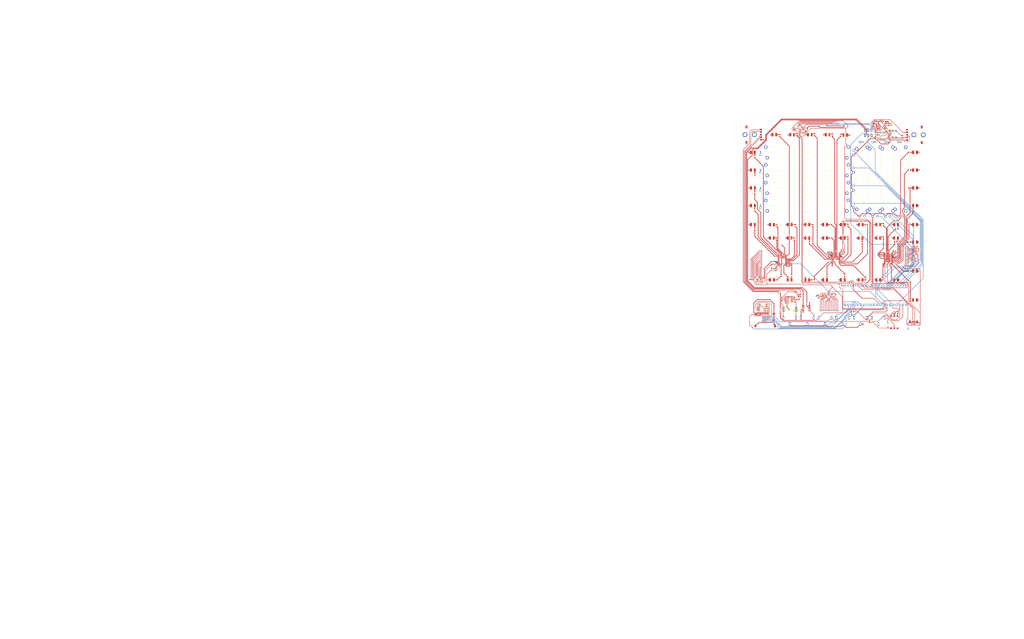
<source format=kicad_pcb>
(kicad_pcb (version 20240108) (generator "pcbnew") (generator_version "8.0")
  (layers (0 "F.Cu" signal) (1 "In1.Cu" power "PWR") (2 "In2.Cu" power "GND") (31 "B.Cu" signal) (34 "B.Paste" user) (35 "F.Paste" user) (36 "B.SilkS" user "B.Silkscreen") (37 "F.SilkS" user "F.Silkscreen") (38 "B.Mask" user) (39 "F.Mask" user) (44 "Edge.Cuts" user))
  (net 0 "")
  (net 1 "Net-(U**1-OUT1)")
  (net 2 "Net-(U**1-OUT2)")
  (net 3 "Net-(A1-ADC_4)")
  (net 4 "MIDI_TX")
  (net 5 "D+")
  (net 6 "Audio_out_1")
  (net 7 "Net-(A1-ADC_3)")
  (net 8 "D-")
  (net 9 "Audio_in_2")
  (net 10 "Net-(A1-ADC_1)")
  (net 11 "SCL")
  (net 13 "GND")
  (net 14 "Net-(A1-DAC_OUT2)")
  (net 15 "Net-(A1-ADC_5)")
  (net 16 "SD_CMD")
  (net 17 "5V")
  (net 20 "SD_CK")
  (net 22 "Net-(A1-ADC_0)")
  (net 23 "MIDI_RX")
  (net 24 "SD_D0")
  (net 26 "Clock_out")
  (net 27 "3V3_D")
  (net 29 "Audio_in_1")
  (net 30 "SD_D3")
  (net 31 "Audio_out_2")
  (net 33 "Net-(A1-ADC_2)")
  (net 36 "SD_D2")
  (net 38 "SD_D1")
  (net 39 "3V3_A")
  (net 40 "SDA")
  (net 41 "Net-(U1B-+)")
  (net 42 "Net-(U1B--)")
  (net 43 "+3.3V")
  (net 44 "Net-(U4-VREG)")
  (net 45 "Net-(U5-VREG)")
  (net 46 "Net-(U6-VREG)")
  (net 47 "Net-(D1-K)")
  (net 48 "Net-(D1-A)")
  (net 49 "PadL2")
  (net 50 "Pad3")
  (net 51 "PadL4")
  (net 52 "Pad4")
  (net 53 "PadL3")
  (net 54 "Pad2")
  (net 55 "PadL1")
  (net 56 "PadPocket")
  (net 57 "Pad1")
  (net 58 "Pad7")
  (net 59 "PadR3")
  (net 60 "Pad5")
  (net 61 "Pad8")
  (net 62 "PadR4")
  (net 63 "PadR2")
  (net 64 "Pad6")
  (net 65 "PadGroups")
  (net 66 "PadNotes")
  (net 67 "Pad16")
  (net 68 "Pad9")
  (net 69 "Pad11")
  (net 70 "PadPattern")
  (net 71 "Pad10")
  (net 72 "Pad12")
  (net 73 "Pad13")
  (net 74 "Pad14")
  (net 75 "Pad15")
  (net 76 "PadFlow")
  (net 77 "PadEmpty")
  (net 78 "MicR")
  (net 79 "MicL")
  (net 80 "PadSet")
  (net 81 "PadR1")
  (net 82 "PadMod")
  (net 83 "PadAfter")
  (net 84 "PadVelo")
  (net 85 "Net-(LED_1-K)")
  (net 86 "Net-(LED_2-K)")
  (net 87 "Net-(LED_3-K)")
  (net 88 "Net-(LED_4-K)")
  (net 89 "Net-(LED_5-K)")
  (net 90 "Net-(LED_6-K)")
  (net 91 "Net-(LED_7-K)")
  (net 92 "Net-(LED_8-K)")
  (net 93 "Net-(LED_9-K)")
  (net 94 "Net-(LED_10-K)")
  (net 95 "Net-(LED_11-K)")
  (net 96 "Net-(LED_12-K)")
  (net 97 "Net-(LED_13-K)")
  (net 98 "Net-(LED_14-K)")
  (net 99 "Net-(LED_15-K)")
  (net 100 "Net-(LED_16-K)")
  (net 101 "Net-(LED_17-K)")
  (net 102 "Net-(LED_18-K)")
  (net 103 "Net-(LED_19-K)")
  (net 104 "Net-(LED_20-K)")
  (net 105 "Net-(LED_21-K)")
  (net 106 "Net-(LED_22-K)")
  (net 107 "Net-(LED_23-K)")
  (net 108 "Net-(LED_24-K)")
  (net 109 "Net-(LED_25-K)")
  (net 110 "Net-(LED_26-K)")
  (net 111 "Net-(LED_27-K)")
  (net 112 "Net-(LED_28-K)")
  (net 113 "Net-(LED_29-K)")
  (net 114 "Net-(LED_30-K)")
  (net 115 "Net-(LED_31-K)")
  (net 116 "Net-(LED_32-K)")
  (net 117 "Net-(J1-PadR)")
  (net 118 "Net-(J3-PadR)")
  (net 119 "Net-(J3-PadT)")
  (net 120 "/LEDs/LED_1")
  (net 121 "/LEDs/LED_2")
  (net 122 "/LEDs/LED_3")
  (net 123 "Net-(A1-ADC_6)")
  (net 124 "Net-(U4-REXT)")
  (net 125 "Net-(U4-ADDR)")
  (net 126 "Net-(U5-ADDR)")
  (net 127 "Net-(U5-REXT)")
  (net 128 "Net-(U6-ADDR)")
  (net 129 "Net-(U6-REXT)")
  (net 130 "/LEDs/LED_4")
  (net 131 "/LEDs/LED_5")
  (net 132 "/LEDs/LED_6")
  (net 133 "/LEDs/LED_7")
  (net 134 "/LEDs/LED_8")
  (net 135 "/LEDs/LED_9")
  (net 136 "/LEDs/LED_10")
  (net 137 "/LEDs/LED_11")
  (net 138 "/LEDs/LED_12")
  (net 139 "/LEDs/LED_13")
  (net 140 "/LEDs/LED_14")
  (net 141 "/LEDs/LED_15")
  (net 142 "/LEDs/LED_16")
  (net 143 "Net-(C1-Pad2)")
  (net 144 "Net-(C12-Pad2)")
  (net 145 "Net-(U1A-+)")
  (net 146 "Net-(U10-VREG)")
  (net 147 "Net-(C17-Pad1)")
  (net 148 "/Audio_IO/Headphone_Wiper_L")
  (net 149 "Net-(C19-Pad1)")
  (net 150 "/Audio_IO/Headphone_Wiper_R")
  (net 151 "Net-(U**1-BPASS)")
  (net 152 "/Audio_IO/Headphone_Out_L")
  (net 153 "/Audio_IO/Headphone_Out_R")
  (net 154 "SCRATCH")
  (net 155 "POUCH")
  (net 156 "EFFCT")
  (net 157 "COMP")
  (net 160 "Extra1")
  (net 161 "Extra3")
  (net 162 "Extra2")
  (net 163 "SOUND")
  (net 164 "FILT")
  (net 165 "MOD")
  (net 166 "AMP")
  (net 173 "Net-(U9A-+)")
  (net 174 "Net-(U9B-+)")
  (net 182 "Net-(LED_33-K)")
  (net 183 "Net-(LED_34-K)")
  (net 184 "Net-(LED_35-K)")
  (net 185 "Net-(LED_36-K)")
  (net 186 "Net-(LED_37-K)")
  (net 187 "Net-(LED_38-K)")
  (net 188 "Net-(LED_39-K)")
  (net 189 "Net-(LED_40-K)")
  (net 190 "Net-(LED_41-K)")
  (net 191 "Net-(LED_42-K)")
  (net 192 "Net-(VR1-3_2)")
  (net 193 "/LEDs/LED_17")
  (net 194 "/LEDs/LED_18")
  (net 195 "/LEDs/LED_19")
  (net 196 "/LEDs/LED_20")
  (net 197 "/LEDs/LED_21")
  (net 198 "/LEDs/LED_22")
  (net 199 "/LEDs/LED_23")
  (net 200 "/LEDs/LED_24")
  (net 201 "/LEDs/LED_25")
  (net 202 "/LEDs/LED_26")
  (net 203 "/LEDs/LED_27")
  (net 204 "/LEDs/LED_28")
  (net 205 "/LEDs/LED_29")
  (net 206 "/LEDs/LED_30")
  (net 207 "/LEDs/LED_31")
  (net 208 "/LEDs/LED_32")
  (net 209 "Net-(U1A--)")
  (net 210 "Net-(VR1-3_1)")
  (net 211 "/LEDs/LED_33")
  (net 212 "/LEDs/LED_34")
  (net 213 "/LEDs/LED_35")
  (net 214 "/LEDs/LED_36")
  (net 215 "/LEDs/LED_37")
  (net 216 "/LEDs/LED_38")
  (net 217 "/LEDs/LED_39")
  (net 218 "/LEDs/LED_40")
  (net 219 "/LEDs/LED_41")
  (net 220 "/LEDs/LED_42")
  (net 221 "/LEDs/LED_45")
  (net 222 "/LEDs/LED_46")
  (net 223 "/LEDs/LED_47")
  (net 224 "/LEDs/LED_48")
  (net 225 "Net-(U10-ADDR)")
  (net 226 "Net-(U10-REXT)")
  (net 227 "Net-(U**1-IN1)")
  (net 228 "Net-(U**1-IN2)")
  (net 229 "/IO_SDcard/Line_In_R")
  (net 230 "/IO_SDcard/Line_In_L")
  (net 231 "/IO_SDcard/mic_out_L")
  (net 232 "/IO_SDcard/mic_out_R")
  (footprint "Package_DFN_QFN:UQFN-20_3x3mm_P0.4mm" (layer "F.Cu") (at 167.0275 137.525 180)
    (property "Reference" "U10")
    (property "Value" "MPR121QR2")
  )
  (footprint "Resistor_SMD:R_0603_1608Metric" (layer "F.Cu") (at 131.96 190.875 -90)
    (property "Reference" "R3")
    (property "Value" "220R")
  )
  (footprint "Capacitor_SMD:C_0402_1005Metric" (layer "F.Cu") (at 99.59 137.48 180)
    (property "Reference" "C11")
    (property "Value" "0.1uF")
  )
  (footprint "Capacitor_SMD:C_0402_1005Metric" (layer "F.Cu") (at 168.71 134.875)
    (property "Reference" "C15")
    (property "Value" "0.1uF")
  )
  (footprint "Package_DFN_QFN:UQFN-20_3x3mm_P0.4mm" (layer "F.Cu") (at 77.13875 37.78375 90)
    (property "Reference" "U6")
    (property "Value" "MPR121QR2")
  )
  (footprint "Resistor_SMD:R_0603_1608Metric" (layer "F.Cu") (at 163.6 71.425)
    (property "Reference" "R74")
    (property "Value" "150R")
  )
  (footprint "Capacitor_SMD:C_0603_1608Metric" (layer "F.Cu") (at 76.686157 171.18)
    (property "Reference" "C17")
    (property "Value" ".47uF")
  )
  (footprint "LED_SMD:LED_PLCC-2_3.4x3.0mm_AK" (layer "F.Cu") (at 168.000997 128.259084 180)
    (property "Reference" "LED_19")
    (property "Value" "White")
  )
  (footprint "Resistor_SMD:R_0603_1608Metric" (layer "F.Cu") (at 143.705 33.06 180)
    (property "Reference" "R63")
    (property "Value" "100K")
  )
  (footprint "Diode_SMD:D_SOD-323" (layer "F.Cu") (at 146.56 193.65 90)
    (property "Reference" "D1")
    (property "Value" "1N4148WS")
  )
  (footprint "Resistor_SMD:R_0603_1608Metric" (layer "F.Cu") (at 143 114.395 90)
    (property "Reference" "R49")
    (property "Value" "150R")
  )
  (footprint "Resistor_SMD:R_0603_1608Metric" (layer "F.Cu") (at 147.55 45.945 -90)
    (property "Reference" "R55")
    (property "Value" "2.2K")
  )
  (footprint "soundpad_library:TF-SMD_TF-CARD-H1.8" (layer "F.Cu") (at 49.746157 189.45)
    (property "Reference" "TF1")
    (property "Value" "TF-CARD H1.8")
  )
  (footprint "LED_SMD:LED_PLCC-2_3.4x3.0mm_AK" (layer "F.Cu") (at 152.973462 125.070376)
    (property "Reference" "LED_8")
    (property "Value" "White")
  )
  (footprint "Resistor_SMD:R_0603_1608Metric" (layer "F.Cu") (at 163.775 151.2)
    (property "Reference" "R40")
    (property "Value" "150R")
  )
  (footprint "Resistor_SMD:R_0603_1608Metric" (layer "F.Cu") (at 84.62 128.665 90)
    (property "Reference" "R9")
    (property "Value" "150R")
  )
  (footprint "Resistor_SMD:R_0603_1608Metric" (layer "F.Cu") (at 148.17 40.785 90)
    (property "Reference" "R66")
    (property "Value" "75R")
  )
  (footprint "Resistor_SMD:R_0603_1608Metric" (layer "F.Cu") (at 112.38 154.455 -90)
    (property "Reference" "R33")
    (property "Value" "150R")
  )
  (footprint "Potentiometer_THT:Potentiometer_Bourns_PTA6043_Single_Slide" (layer "F.Cu") (at 119.497456 87.243749 180)
    (property "Reference" "RV2")
    (property "Value" "slider3")
  )
  (footprint "Resistor_SMD:R_0603_1608Metric" (layer "F.Cu") (at 62.81 173.066 90)
    (property "Reference" "R98")
    (property "Value" "33K")
  )
  (footprint "LED_SMD:LED_PLCC-2_3.4x3.0mm_AK" (layer "F.Cu") (at 68.985155 158.068264)
    (property "Reference" "LED_10")
    (property "Value" "White")
  )
  (footprint "LED_SMD:LED_PLCC-2_3.4x3.0mm_AK" (layer "F.Cu") (at 110.996675 114.422133)
    (property "Reference" "LED_25")
    (property "Value" "White")
  )
  (footprint "Potentiometer_THT:Potentiometer_Bourns_PTA4543_Single_Slide" (layer "F.Cu") (at 124.501966 107.796442 90)
    (property "Reference" "RV3")
    (property "Value" "sliderA")
  )
  (footprint "Potentiometer_THT:Potentiometer_Bourns_PTA4543_Single_Slide" (layer "F.Cu") (at 134.554366 107.795413 90)
    (property "Reference" "RV6")
    (property "Value" "sliderB")
  )
  (footprint "Resistor_SMD:R_0603_1608Metric" (layer "F.Cu") (at 88.8 43.517985 90)
    (property "Reference" "R79")
    (property "Value" "150R")
  )
  (footprint "LED_SMD:LED_PLCC-2_3.4x3.0mm_AK" (layer "F.Cu") (at 83.009552 125.070376)
    (property "Reference" "LED_3")
    (property "Value" "White")
  )
  (footprint "Resistor_SMD:R_0603_1608Metric" (layer "F.Cu") (at 163.975 85.4)
    (property "Reference" "R75")
    (property "Value" "150R")
  )
  (footprint "Resistor_SMD:R_0603_1608Metric" (layer "F.Cu") (at 110.675 134.49 180)
    (property "Reference" "R38")
    (property "Value" "4.7K")
  )
  (footprint "footprints:CUI_SJ1-3553NG" (layer "F.Cu") (at 96.971157 192.925 90)
    (property "Reference" "J12")
    (property "Value" "Line_Out")
  )
  (footprint "Connector_PinSocket_1.27mm:PinSocket_1x12_P1.27mm_Vertical" (layer "F.Cu") (at 160.44 145.87 180)
    (property "Reference" "J5")
    (property "Value" "Conn_01x12_Socket")
  )
  (footprint "LED_SMD:LED_PLCC-2_3.4x3.0mm_AK" (layer "F.Cu") (at 85 43.5)
    (property "Reference" "LED_40")
    (property "Value" "White")
  )
  (footprint "Resistor_SMD:R_0603_1608Metric" (layer "F.Cu") (at 101.145 114.39 180)
    (property "Reference" "R46")
    (property "Value" "150R")
  )
  (footprint "Resistor_SMD:R_0603_1608Metric" (layer "F.Cu") (at 111.525 136.12 180)
    (property "Reference" "R37")
    (property "Value" "4.7K")
  )
  (footprint "Resistor_SMD:R_0603_1608Metric" (layer "F.Cu") (at 44.221157 181.1 90)
    (property "Reference" "R61")
    (property "Value" "47k")
  )
  (footprint "Capacitor_SMD:C_0402_1005Metric" (layer "F.Cu") (at 138.33 43.5 90)
    (property "Reference" "C1")
    (property "Value" "0.1uF")
  )
  (footprint "Resistor_SMD:R_0603_1608Metric" (layer "F.Cu") (at 45.321157 178.1 90)
    (property "Reference" "R60")
    (property "Value" "47k")
  )
  (footprint "footprints:H11L1STA_EVE" (layer "F.Cu") (at 151.6321 191.4431 90)
    (property "Reference" "U2")
    (property "Value" "H11L1S(TA)")
  )
  (footprint "Potentiometer_THT:Potentiometer_Bourns_PTA4543_Single_Slide" (layer "F.Cu") (at 144.609362 107.795724 90)
    (property "Reference" "RV7")
    (property "Value" "sliderC")
  )
  (footprint "Resistor_SMD:R_0603_1608Metric" (layer "F.Cu") (at 52.021157 181.5 90)
    (property "Reference" "R57")
    (property "Value" "47k")
  )
  (footprint "Resistor_SMD:R_0603_1608Metric" (layer "F.Cu") (at 73.94 167.48)
    (property "Reference" "R97")
    (property "Value" "22K")
  )
  (footprint "Resistor_SMD:R_0603_1608Metric" (layer "F.Cu") (at 167.465 132.6 -90)
    (property "Reference" "R93")
    (property "Value" "75k")
  )
  (footprint "Package_DFN_QFN:UQFN-20_3x3mm_P0.4mm" (layer "F.Cu") (at 99.811157 171.288657 -90)
    (property "Reference" "U5")
    (property "Value" "MPR121QR2")
  )
  (footprint "Resistor_SMD:R_0603_1608Metric" (layer "F.Cu") (at 48.1425 156.3975 180)
    (property "Reference" "R11")
    (property "Value" "75k")
  )
  (footprint "Resistor_THT:R_Axial_DIN0204_L3.6mm_D1.6mm_P5.08mm_Horizontal" (layer "F.Cu") (at 150.4 40.47 -90)
    (property "Reference" "R70")
    (property "Value" "DI*")
  )
  (footprint "footprints:CUI_SJ1-3553NG" (layer "F.Cu") (at 124.98 193.01 90)
    (property "Reference" "J3")
    (property "Value" "Midi_Out")
  )
  (footprint "LED_SMD:LED_PLCC-2_3.4x3.0mm_AK" (layer "F.Cu") (at 139.007949 125.089853)
    (property "Reference" "LED_7")
    (property "Value" "White")
  )
  (footprint "Resistor_SMD:R_0603_1608Metric" (layer "F.Cu") (at 151.68 135.11 180)
    (property "Reference" "R24")
    (property "Value" "4.7K")
  )
  (footprint "Resistor_SMD:R_0603_1608Metric" (layer "F.Cu") (at 118.565 183.16)
    (property "Reference" "R4")
    (property "Value" "33R")
  )
  (footprint "Connector_PinSocket_1.27mm:PinSocket_1x12_P1.27mm_Vertical" (layer "F.Cu") (at 107.11 182.24 -90)
    (property "Reference" "J6")
    (property "Value" "Conn_01x12_Socket")
  )
  (footprint "Connector_PinSocket_1.27mm:PinSocket_1x12_P1.27mm_Vertical" (layer "F.Cu") (at 46.85 135.2)
    (property "Reference" "J7")
    (property "Value" "Conn_01x12_Socket")
  )
  (footprint "Resistor_SMD:R_0603_1608Metric" (layer "F.Cu") (at 157.97 44.885 -90)
    (property "Reference" "R69")
    (property "Value" "15K")
  )
  (footprint "LED_SMD:LED_PLCC-2_3.4x3.0mm_AK" (layer "F.Cu") (at 71 43.517985)
    (property "Reference" "LED_39")
    (property "Value" "White")
  )
  (footprint "LED_SMD:LED_PLCC-2_3.4x3.0mm_AK" (layer "F.Cu") (at 82.99406 114.422133)
    (property "Reference" "LED_23")
    (property "Value" "White")
  )
  (footprint "LED_SMD:LED_PLCC-2_3.4x3.0mm_AK" (layer "F.Cu") (at 68.985606 125.03142)
    (property "Reference" "LED_2")
    (property "Value" "White")
  )
  (footprint "LED_SMD:LED_PLCC-2_3.4x3.0mm_AK" (layer "F.Cu") (at 112.983996 43.8 180)
    (property "Reference" "LED_42")
    (property "Value" "White")
  )
  (footprint "Resistor_SMD:R_0603_1608Metric" (layer "F.Cu") (at 59.050803 115.534213 90)
    (property "Reference" "R43")
    (property "Value" "150R")
  )
  (footprint "footprints:RK10J12R0A0B" (layer "F.Cu") (at 37.475 43.45 90)
    (property "Reference" "VR2")
    (property "Value" "RK10J12R0A0B" (hide yes))
  )
  (footprint "Resistor_THT:R_Axial_DIN0204_L3.6mm_D1.6mm_P5.08mm_Horizontal" (layer "F.Cu") (at 153.15 45.64 90)
    (property "Reference" "R71")
    (property "Value" "DI*")
  )
  (footprint "Potentiometer_THT:Potentiometer_Bourns_PTA6043_Single_Slide" (layer "F.Cu") (at 119.463367 59.223866 180)
    (property "Reference" "RV4")
    (property "Value" "slider1")
  )
  (footprint "Resistor_SMD:R_0603_1608Metric" (layer "F.Cu") (at 136.67 42.255 90)
    (property "Reference" "R56")
    (property "Value" "75R")
  )
  (footprint "Capacitor_SMD:C_0402_1005Metric" (layer "F.Cu") (at 46.1175 157.9175 -90)
    (property "Reference" "C5")
    (property "Value" "0.1uF")
  )
  (footprint "LED_SMD:LED_PLCC-2_3.4x3.0mm_AK" (layer "F.Cu") (at 39.959783 57.434927)
    (property "Reference" "LED_30")
    (property "Value" "White")
  )
  (footprint "Resistor_SMD:R_0603_1608Metric" (layer "F.Cu") (at 55.805 149.31)
    (property "Reference" "R89")
    (property "Value" "4.7K")
  )
  (footprint "Resistor_SMD:R_0603_1608Metric" (layer "F.Cu") (at 61.24 44.215 90)
    (property "Reference" "R77")
    (property "Value" "150R")
  )
  (footprint "LED_SMD:LED_PLCC-2_3.4x3.0mm_AK" (layer "F.Cu") (at 55.026193 125.00672)
    (property "Reference" "LED_1")
    (property "Value" "White")
  )
  (footprint "LED_SMD:LED_PLCC-2_3.4x3.0mm_AK" (layer "F.Cu") (at 40.0324 85.456185)
    (property "Reference" "LED_32")
    (property "Value" "White")
  )
  (footprint "LED_SMD:LED_PLCC-2_3.4x3.0mm_AK" (layer "F.Cu") (at 96.97624 114.441261)
    (property "Reference" "LED_24")
    (property "Value" "White")
  )
  (footprint "Capacitor_SMD:C_0402_1005Metric" (layer "F.Cu") (at 102.661157 169.126157 -90)
    (property "Reference" "C7")
    (property "Value" "0.1uF")
  )
  (footprint "LED_SMD:LED_PLCC-2_3.4x3.0mm_AK" (layer "F.Cu") (at 167.957769 99.421222 180)
    (property "Reference" "LED_37")
    (property "Value" "White")
  )
  (footprint "LED_SMD:LED_PLCC-2_3.4x3.0mm_AK" (layer "F.Cu") (at 111.018489 125.050898)
    (property "Reference" "LED_5")
    (property "Value" "White")
  )
  (footprint "Resistor_SMD:R_0603_1608Metric" (layer "F.Cu") (at 108.965 161.17 180)
    (property "Reference" "R99")
    (property "Value" "10k")
  )
  (footprint "LED_SMD:LED_PLCC-2_3.4x3.0mm_AK" (layer "F.Cu") (at 167.989527 57.401234 180)
    (property "Reference" "LED_34")
    (property "Value" "White")
  )
  (footprint "Resistor_SMD:R_0603_1608Metric" (layer "F.Cu") (at 58.23 149.925 90)
    (property "Reference" "R88")
    (property "Value" "4.7K")
  )
  (footprint "Resistor_SMD:R_0603_1608Metric" (layer "F.Cu") (at 143.026193 125.00672 90)
    (property "Reference" "R27")
    (property "Value" "150R")
  )
  (footprint "LED_SMD:LED_PLCC-2_3.4x3.0mm_AK" (layer "F.Cu") (at 168.025233 151.096268 180)
    (property "Reference" "LED_18")
    (property "Value" "White")
  )
  (footprint "LED_SMD:LED_PLCC-2_3.4x3.0mm_AK" (layer "F.Cu") (at 99.016927 43.517985)
    (property "Reference" "LED_41")
    (property "Value" "White")
  )
  (footprint "Package_SO:TSSOP-28_4.4x9.7mm_P0.65mm" (layer "F.Cu") (at 105.5625 141.1)
    (property "Reference" "U7")
    (property "Value" "PCA9685PW")
  )
  (footprint "LED_SMD:LED_PLCC-2_3.4x3.0mm_AK" (layer "F.Cu") (at 69.031007 114.422133)
    (property "Reference" "LED_22")
    (property "Value" "White")
  )
  (footprint "Resistor_SMD:R_0603_1608Metric" (layer "F.Cu") (at 163.975 114.4)
    (property "Reference" "R51")
    (property "Value" "150R")
  )
  (footprint "Resistor_SMD:R_0603_1608Metric" (layer "F.Cu") (at 126.34 128.685 90)
    (property "Reference" "R26")
    (property "Value" "150R")
  )
  (footprint "Capacitor_SMD:C_0402_1005Metric" (layer "F.Cu") (at 141.37 138.01 180)
    (property "Reference" "C10")
    (property "Value" "0.1uF")
  )
  (footprint "Capacitor_SMD:C_0603_1608Metric" (layer "F.Cu") (at 140.315 33.05 180)
    (property "Reference" "C2")
    (property "Value" "10uF")
  )
  (footprint "LED_SMD:LED_PLCC-2_3.4x3.0mm_AK" (layer "F.Cu") (at 168.013171 85.44132 180)
    (property "Reference" "LED_36")
    (property "Value" "White")
  )
  (footprint "Module:Electrosmith_Daisy_Seed" (layer "F.Cu") (at 112.69 177.815 90)
    (property "Reference" "A1")
    (property "Value" "Electrosmith_Daisy_Seed_Rev4")
  )
  (footprint "Capacitor_SMD:C_0603_1608Metric" (layer "F.Cu") (at 149.09 35.325 -90)
    (property "Reference" "C13")
    (property "Value" "10uF")
  )
  (footprint "Resistor_SMD:R_0603_1608Metric" (layer "F.Cu") (at 129.021603 157.215 -90)
    (property "Reference" "R34")
    (property "Value" "150R")
  )
  (footprint "Resistor_SMD:R_0603_1608Metric" (layer "F.Cu") (at 41.5 89.175 90)
    (property "Reference" "R54")
    (property "Value" "150R")
  )
  (footprint "LED_SMD:LED_PLCC-2_3.4x3.0mm_AK" (layer "F.Cu") (at 152.983775 158.095281 180)
    (property "Reference" "LED_16")
    (property "Value" "White")
  )
  (footprint "Resistor_SMD:R_0603_1608Metric" (layer "F.Cu") (at 73.64 115.255 90)
    (property "Reference" "R44")
    (property "Value" "150R")
  )
  (footprint "Resistor_SMD:R_0603_1608Metric" (layer "F.Cu") (at 75.565 173.63)
    (property "Reference" "R94")
    (property "Value" "22K")
  )
  (footprint "Resistor_SMD:R_0603_1608Metric" (layer "F.Cu") (at 50.867314 178.15 90)
    (property "Reference" "R58")
    (property "Value" "47k")
  )
  (footprint "Capacitor_SMD:C_0402_1005Metric" (layer "F.Cu") (at 147.9 43.05)
    (property "Reference" "C12")
    (property "Value" "0.1uF")
  )
  (footprint "LED_SMD:LED_PLCC-2_3.4x3.0mm_AK" (layer "F.Cu") (at 138.963783 158.087346)
    (property "Reference" "LED_15")
    (property "Value" "White")
  )
  (footprint "LED_SMD:LED_PLCC-2_3.4x3.0mm_AK" (layer "F.Cu") (at 55.034258 114.450179)
    (property "Reference" "LED_21")
    (property "Value" "White")
  )
  (footprint "footprints:CUI_SJ1-3553NG" (layer "F.Cu") (at 111 193.025 90)
    (property "Reference" "J10")
    (property "Value" "Clock_Out")
  )
  (footprint "Resistor_SMD:R_0603_1608Metric" (layer "F.Cu") (at 117.095 159.85 180)
    (property "Reference" "R96")
    (property "Value" "10k")
  )
  (footprint "Resistor_SMD:R_0603_1608Metric" (layer "F.Cu") (at 149.36 157.265 -90)
    (property "Reference" "R36")
    (property "Value" "150R")
  )
  (footprint "Connector_PinSocket_1.27mm:PinSocket_1x12_P1.27mm_Vertical" (layer "F.Cu") (at 98.11 36.5 90)
    (property "Reference" "J15")
    (property "Value" "Conn_01x12_Socket")
  )
  (footprint "Resistor_SMD:R_0603_1608Metric" (layer "F.Cu") (at 73.315 174.76 90)
    (property "Reference" "R95")
    (property "Value" "33K")
  )
  (footprint "Capacitor_SMD:C_0402_1005Metric" (layer "F.Cu") (at 167.98 141.69 90)
    (property "Reference" "C16")
    (property "Value" "0.1uF")
  )
  (footprint "Resistor_SMD:R_0603_1608Metric" (layer "F.Cu") (at 134.96 36.005 90)
    (property "Reference" "R67")
    (property "Value" "100K")
  )
  (footprint "Resistor_SMD:R_0603_1608Metric" (layer "F.Cu") (at 145.835 41.12)
    (property "Reference" "R1")
    (property "Value" "15K")
  )
  (footprint "Capacitor_SMD:C_0402_1005Metric" (layer "F.Cu") (at 150.3621 184.5931 180)
    (property "Reference" "C3")
    (property "Value" "0.1uF")
  )
  (footprint "LED_SMD:LED_PLCC-2_3.4x3.0mm_AK" (layer "F.Cu") (at 110.960707 158.073058)
    (property "Reference" "LED_13")
    (property "Value" "White")
  )
  (footprint "Resistor_SMD:R_0603_1608Metric" (layer "F.Cu") (at 58.86 125.895 90)
    (property "Reference" "R7")
    (property "Value" "150R")
  )
  (footprint "LED_SMD:LED_PLCC-2_3.4x3.0mm_AK" (layer "F.Cu") (at 39.991029 114.446175)
    (property "Reference" "LED_20")
    (property "Value" "White")
  )
  (footprint "Package_SO:TSSOP-28_4.4x9.7mm_P0.65mm" (layer "F.Cu") (at 146.9 141.55)
    (property "Reference" "U3")
    (property "Value" "PCA9685PW")
  )
  (footprint "Resistor_SMD:R_0603_1608Metric" (layer "F.Cu") (at 87.696603 158.030175 180)
    (property "Reference" "R31")
    (property "Value" "150R")
  )
  (footprint "Resistor_SMD:R_0603_1608Metric" (layer "F.Cu") (at 163.575 128.2)
    (property "Reference" "R41")
    (property "Value" "150R")
  )
  (footprint "Capacitor_SMD:C_0402_1005Metric" (layer "F.Cu") (at 67.245 176.56 180)
    (property "Reference" "C18")
    (property "Value" "0.1uF")
  )
  (footprint "Resistor_SMD:R_0603_1608Metric" (layer "F.Cu") (at 41.62 74.985 90)
    (property "Reference" "R53")
    (property "Value" "150R")
  )
  (footprint "footprints:CUI_SJ1-3553NG" (layer "F.Cu") (at 83 193.025 90)
    (property "Reference" "J11")
    (property "Value" "Line_In")
  )
  (footprint "LED_SMD:LED_PLCC-2_3.4x3.0mm_AK" (layer "F.Cu") (at 153.022093 114.419389)
    (property "Reference" "LED_28")
    (property "Value" "White")
  )
  (footprint "LED_SMD:LED_PLCC-2_3.4x3.0mm_AK" (layer "F.Cu") (at 167.90241 173.938671 180)
    (property "Reference" "LED_17")
    (property "Value" "White")
  )
  (footprint "footprints:CUI_SJ1-3553NG" (layer "F.Cu") (at 139 193.025 90)
    (property "Reference" "J1")
    (property "Value" "Midi_In")
  )
  (footprint "Resistor_SMD:R_0603_1608Metric" (layer "F.Cu") (at 91.64 170.951157 -90)
    (property "Reference" "R18")
    (property "Value" "75k")
  )
  (footprint "Resistor_SMD:R_0603_1608Metric" (layer "F.Cu") (at 41.5 117.825 90)
    (property "Reference" "R42")
    (property "Value" "150R")
  )
  (footprint "Resistor_SMD:R_0402_1005Metric" (layer "F.Cu") (at 170.84 134.3 -90)
    (property "Reference" "R91")
    (property "Value" "100k")
  )
  (footprint "LED_SMD:LED_PLCC-2_3.4x3.0mm_AK" (layer "F.Cu") (at 56.984258 43.493516)
    (property "Reference" "LED_38")
    (property "Value" "White")
  )
  (footprint "Resistor_SMD:R_0603_1608Metric" (layer "F.Cu") (at 70.47 154.585 -90)
    (property "Reference" "R30")
    (property "Value" "150R")
  )
  (footprint "Resistor_SMD:R_0603_1608Metric" (layer "F.Cu") (at 164.05 173.875 -90)
    (property "Reference" "R39")
    (property "Value" "150R")
  )
  (footprint "Resistor_SMD:R_0603_1608Metric" (layer "F.Cu") (at 136.985 32.78 180)
    (property "Reference" "R62")
    (property "Value" "100K")
  )
  (footprint "Resistor_THT:R_Axial_DIN0204_L3.6mm_D1.6mm_P5.08mm_Horizontal" (layer "F.Cu") (at 140.84 41.82 -90)
    (property "Reference" "R2")
    (property "Value" "DI*")
  )
  (footprint "LED_SMD:LED_PLCC-2_3.4x3.0mm_AK" (layer "F.Cu") (at 124.984003 125.070376)
    (property "Reference" "LED_6")
    (property "Value" "White")
  )
  (footprint "Resistor_SMD:R_0603_1608Metric" (layer "F.Cu") (at 129.675 114.55 180)
    (property "Reference" "R48")
    (property "Value" "150R")
  )
  (footprint "Capacitor_SMD:C_0402_1005Metric" (layer "F.Cu") (at 72.84 172.24 90)
    (property "Reference" "C23")
    (property "Value" "0.1uF")
  )
  (footprint "Resistor_SMD:R_0603_1608Metric" (layer "F.Cu") (at 98.49 154.585 -90)
    (property "Reference" "R32")
    (property "Value" "150R")
  )
  (footprint "Resistor_THT:R_Axial_DIN0204_L3.6mm_D1.6mm_P5.08mm_Horizontal" (layer "F.Cu") (at 143.15 46.93 90)
    (property "Reference" "R64")
    (property "Value" "DI*")
  )
  (footprint "Package_SO:TSSOP-28_4.4x9.7mm_P0.65mm" (layer "F.Cu") (at 63.2375 142.575 180)
    (property "Reference" "U8")
    (property "Value" "PCA9685PW")
  )
  (footprint "Resistor_SMD:R_0603_1608Metric" (layer "F.Cu") (at 147.33 35.295 -90)
    (property "Reference" "R68")
    (property "Value" "100K")
  )
  (footprint "Resistor_SMD:R_0603_1608Metric" (layer "F.Cu") (at 115.026193 125.00672 90)
    (property "Reference" "R25")
    (property "Value" "150R")
  )
  (footprint "Resistor_SMD:R_0603_1608Metric" (layer "F.Cu") (at 102.8 43.625 90)
    (property "Reference" "R80")
    (property "Value" "150R")
  )
  (footprint "LED_SMD:LED_PLCC-2_3.4x3.0mm_AK" (layer "F.Cu") (at 97.033065 125.050898)
    (property "Reference" "LED_4")
    (property "Value" "White")
  )
  (footprint "Capacitor_SMD:C_0402_1005Metric" (layer "F.Cu") (at 72.09935 39.14625 90)
    (property "Reference" "C9")
    (property "Value" "0.1uF")
  )
  (footprint "Package_SO:SOIC-8_3.9x4.9mm_P1.27mm" (layer "F.Cu") (at 141.745 36.735 180)
    (property "Reference" "U1")
    (property "Value" "MCP6002-xSN")
  )
  (footprint "Resistor_SMD:R_0402_1005Metric" (layer "F.Cu") (at 44.7675 159.7975 180)
    (property "Reference" "R12")
    (property "Value" "100k")
  )
  (footprint "Potentiometer_THT:Potentiometer_Bourns_PTA6043_Single_Slide" (layer "F.Cu") (at 119.475508 73.254725 180)
    (property "Reference" "RV1")
    (property "Value" "slider2")
  )
  (footprint "Resistor_SMD:R_0603_1608Metric" (layer "F.Cu") (at 41.49 60.785 90)
    (property "Reference" "R52")
    (property "Value" "150R")
  )
  (footprint "Capacitor_SMD:C_0402_1005Metric" (layer "F.Cu") (at 39.7295 157.8165)
    (property "Reference" "C4")
    (property "Value" "0.1uF")
  )
  (footprint "LED_SMD:LED_PLCC-2_3.4x3.0mm_AK" (layer "F.Cu") (at 96.951477 158.097702)
    (property "Reference" "LED_12")
    (property "Value" "White")
  )
  (footprint "Resistor_SMD:R_0603_1608Metric" (layer "F.Cu") (at 166.46 102.98 90)
    (property "Reference" "R76")
    (property "Value" "150R")
  )
  (footprint "Resistor_SMD:R_0603_1608Metric" (layer "F.Cu") (at 153.45 117.95)
    (property "Reference" "R50")
    (property "Value" "150R")
  )
  (footprint "LED_SMD:LED_PLCC-2_3.4x3.0mm_AK" (layer "F.Cu") (at 167.989527 71.436949 180)
    (property "Reference" "LED_35")
    (property "Value" "White")
  )
  (footprint "Connector_USB:USB_C_Receptacle_HRO_TYPE-C-31-M-12" (layer "F.Cu") (at 166.943591 195.545)
    (property "Reference" "USBC1")
    (property "Value" "TYPE-C-31-M-12")
  )
  (footprint "Capacitor_SMD:C_0402_1005Metric" (layer "F.Cu") (at 68.36 146.18)
    (property "Reference" "C14")
    (property "Value" "0.1uF")
  )
  (footprint "Resistor_SMD:R_0603_1608Metric" (layer "F.Cu") (at 74.8 43.425 90)
    (property "Reference" "R78")
    (property "Value" "150R")
  )
  (footprint "Resistor_SMD:R_0603_1608Metric" (layer "F.Cu") (at 72.75 125.885 90)
    (property "Reference" "R8")
    (property "Value" "150R")
  )
  (footprint "Capacitor_THT:CP_Radial_D5.0mm_P2.00mm" (layer "F.Cu") (at 64.008 180.34 -90)
    (property "Reference" "C21")
    (property "Value" "220UF PANASONIC D8")
  )
  (footprint "LED_SMD:LED_PLCC-2_3.4x3.0mm_AK" (layer "F.Cu") (at 168.008227 114.474607 180)
    (property "Reference" "LED_29")
    (property "Value" "White")
  )
  (footprint "Resistor_SMD:R_0603_1608Metric" (layer "F.Cu") (at 87.4 115.225 90)
    (property "Reference" "R45")
    (property "Value" "150R")
  )
  (footprint "LED_SMD:LED_PLCC-2_3.4x3.0mm_AK" (layer "F.Cu") (at 40.025952 99.444637)
    (property "Reference" "LED_33")
    (property "Value" "White")
  )
  (footprint "Package_SO:SOIC-8_3.9x4.9mm_P1.27mm" (layer "F.Cu") (at 68.315 173.345 180)
    (property "Reference" "U**1")
    (property "Value" "LM4881MX SOIC-8")
  )
  (footprint "footprints:CUI_SJ1-3553NG" (layer "F.Cu") (at 68.971157 192.925 90)
    (property "Reference" "J4")
    (property "Value" "Headphone_Out")
  )
  (footprint "Resistor_SMD:R_0603_1608Metric" (layer "F.Cu") (at 152.305 136.5 180)
    (property "Reference" "R10")
    (property "Value" "4.7K")
  )
  (footprint "footprints:RK10J12R0A0B" (layer "F.Cu") (at 170.775 43.575 -90)
    (property "Reference" "VR1")
    (property "Value" "RK10J12R0A0B" (hide yes))
  )
  (footprint "LED_SMD:LED_PLCC-2_3.4x3.0mm_AK" (layer "F.Cu") (at 125.09362 114.460388)
    (property "Reference" "LED_26")
    (property "Value" "White")
  )
  (footprint "soundpad_library:Toggle Submini DPDT Prongs" (layer "F.Cu") (at 131 42 -90)
    (property "Reference" "SW1")
    (property "Value" "SW_DPDT_x2")
  )
  (footprint "Resistor_SMD:R_0603_1608Metric" (layer "F.Cu") (at 41.5 103 90)
    (property "Reference" "R72")
    (property "Value" "150R")
  )
  (footprint "LED_SMD:LED_PLCC-2_3.4x3.0mm_AK" (layer "F.Cu") (at 55.001994 158.097702)
    (property "Reference" "LED_9")
    (property "Value" "White")
  )
  (footprint "Resistor_SMD:R_0603_1608Metric" (layer "F.Cu") (at 152.625 127.9)
    (property "Reference" "R28")
    (property "Value" "150R")
  )
  (footprint "LED_SMD:LED_PLCC-2_3.4x3.0mm_AK" (layer "F.Cu") (at 82.983035 158.097702)
    (property "Reference" "LED_11")
    (property "Value" "White")
  )
  (footprint "Resistor_SMD:R_0603_1608Metric" (layer "F.Cu") (at 62.32 154.625 -90)
    (property "Reference" "R29")
    (property "Value" "150R")
  )
  (footprint "Capacitor_SMD:C_0402_1005Metric" (layer "F.Cu") (at 79.80375 39.29625 -90)
    (property "Reference" "C8")
    (property "Value" "0.1uF")
  )
  (footprint "LED_SMD:LED_PLCC-2_3.4x3.0mm_AK" (layer "F.Cu") (at 139.046566 114.458448)
    (property "Reference" "LED_27")
    (property "Value" "White")
  )
  (footprint "Resistor_SMD:R_0603_1608Metric" (layer "F.Cu") (at 142.59 157.215 -90)
    (property "Reference" "R35")
    (property "Value" "150R")
  )
  (footprint "Resistor_SMD:R_0603_1608Metric" (layer "F.Cu") (at 109.4 43.825 90)
    (property "Reference" "R81")
    (property "Value" "150R")
  )
  (footprint "Resistor_SMD:R_0603_1608Metric" (layer "F.Cu") (at 49.746157 181.475 90)
    (property "Reference" "R59")
    (property "Value" "47k")
  )
  (footprint "Capacitor_THT:CP_Radial_D5.0mm_P2.00mm" (layer "F.Cu") (at 74.168 180.372 -90)
    (property "Reference" "C20")
    (property "Value" "220UF PANASONIC D8")
  )
  (footprint "Resistor_SMD:R_0603_1608Metric" (layer "F.Cu") (at 101.425 125.08 180)
    (property "Reference" "R23")
    (property "Value" "150R")
  )
  (footprint "LED_SMD:LED_PLCC-2_3.4x3.0mm_AK" (layer "F.Cu") (at 40.010987 71.439653)
    (property "Reference" "LED_31")
    (property "Value" "White")
  )
  (footprint "Resistor_SMD:R_0603_1608Metric" (layer "F.Cu") (at 115.050803 115.034213 90)
    (property "Reference" "R47")
    (property "Value" "150R")
  )
  (footprint "Potentiometer_THT:Potentiometer_Bourns_PTA4543_Single_Slide" (layer "F.Cu") (at 154.678676 107.801801 90)
    (property "Reference" "RV9")
    (property "Value" "sliderD")
  )
  (footprint "Resistor_SMD:R_0402_1005Metric" (layer "F.Cu") (at 78.77875 42.15625 180)
    (property "Reference" "R20")
    (property "Value" "100k")
  )
  (footprint "Resistor_SMD:R_0603_1608Metric" (layer "F.Cu") (at 163.625 57.425)
    (property "Reference" "R73")
    (property "Value" "150R")
  )
  (footprint "Capacitor_SMD:C_0603_1608Metric" (layer "F.Cu") (at 76.665 169.53)
    (property "Reference" "C19")
    (property "Value" ".47uF")
  )
  (footprint "Package_SO:SOIC-8_3.9x4.9mm_P1.27mm" (layer "F.Cu") (at 82.145 180.245)
    (property "Reference" "U9")
    (property "Value" "MCP6002-xSN")
  )
  (footprint "Package_DFN_QFN:UQFN-20_3x3mm_P0.4mm" (layer "F.Cu") (at 43.4175 156.135 90)
    (property "Reference" "U4")
    (property "Value" "MPR121QR2")
  )
  (footprint "Potentiometer_THT:Potentiometer_Bourns_PTA6043_Single_Slide" (layer "F.Cu") (at 119.467186 101.247956 180)
    (property "Reference" "RV5")
    (property "Value" "slider4")
  )
  (footprint "Resistor_SMD:R_0402_1005Metric" (layer "F.Cu") (at 93.261157 170.351157 90)
    (property "Reference" "R16")
    (property "Value" "100k")
  )
  (footprint "Resistor_SMD:R_0603_1608Metric" (layer "F.Cu") (at 145.74 181.225 90)
    (property "Reference" "R5")
    (property "Value" "10R")
  )
  (footprint "Resistor_SMD:R_0603_1608Metric" (layer "F.Cu") (at 82.07875 38.24625 180)
    (property "Reference" "R22")
    (property "Value" "75k")
  )
  (footprint "Resistor_SMD:R_0603_1608Metric" (layer "F.Cu") (at 136.73 45.635 -90)
    (property "Reference" "R65")
    (property "Value" "2.2K")
  )
  (footprint "Capacitor_SMD:C_0402_1005Metric" (layer "F.Cu") (at 95.481157 169.426157)
    (property "Reference" "C6")
    (property "Value" "0.1uF")
  )
  (footprint "Resistor_SMD:R_0603_1608Metric" (layer "F.Cu") (at 154.2071 183.7681 -90)
    (property "Reference" "R6")
    (property "Value" "270R")
  )
  (footprint "LED_SMD:LED_PLCC-2_3.4x3.0mm_AK" (layer "F.Cu") (at 124.99082 158.101633)
    (property "Reference" "LED_14")
    (property "Value" "White")
  )
  (gr_rect (start 32 29.5) (end 176 197.5) (stroke (width 0.05)) (fill none) (layer "Edge.Cuts"))
  (segment (start 73.21 175.48) (end 73.315 175.585) (width 0.3) (layer "F.Cu") (net 1))
  (segment (start 74.168 180.372) (end 74.168 176.438) (width 0.3) (layer "F.Cu") (net 1))
  (segment (start 71.02 175.48) (end 73.21 175.48) (width 0.3) (layer "F.Cu") (net 1))
  (segment (start 74.168 176.438) (end 73.315 175.585) (width 0.3) (layer "F.Cu") (net 1))
  (segment (start 70.79 175.25) (end 71.02 175.48) (width 0.3) (layer "F.Cu") (net 1))
  (segment (start 62.81 173.891) (end 65.751 173.891) (width 0.3) (layer "F.Cu") (net 2))
  (segment (start 65.751 173.891) (end 65.84 173.98) (width 0.3) (layer "F.Cu") (net 2))
  (segment (start 62.81 177.051) (end 64.008 178.249) (width 0.3) (layer "F.Cu") (net 2))
  (segment (start 62.81 173.891) (end 62.81 177.051) (width 0.3) (layer "F.Cu") (net 2))
  (segment (start 64.008 178.249) (end 64.008 180.34) (width 0.3) (layer "F.Cu") (net 2))
  (segment (start 166.44 123.02) (end 149.02 105.6) (width 0.3) (layer "B.Cu") (net 3))
  (segment (start 130.198408 105.6) (end 128.001966 107.796442) (width 0.3) (layer "B.Cu") (net 3))
  (segment (start 161.617106 150.71) (end 166.44 145.887106) (width 0.3) (layer "B.Cu") (net 3))
  (segment (start 166.44 145.887106) (end 166.44 123.02) (width 0.3) (layer "B.Cu") (net 3))
  (segment (start 159.145788 150.71) (end 161.617106 150.71) (width 0.3) (layer "B.Cu") (net 3))
  (segment (start 149.02 105.6) (end 130.198408 105.6) (width 0.3) (layer "B.Cu") (net 3))
  (segment (start 148.25 161.605788) (end 159.145788 150.71) (width 0.3) (layer "B.Cu") (net 3))
  (segment (start 148.25 162.575) (end 148.25 161.605788) (width 0.3) (layer "B.Cu") (net 3))
  (segment (start 145.74 179.94825) (end 145.71175 179.92) (width 0.3) (layer "F.Cu") (net 4))
  (segment (start 145.71175 177.815) (end 145.71175 179.92) (width 0.3) (layer "F.Cu") (net 4))
  (segment (start 145.74 180.4) (end 145.74 179.94825) (width 0.3) (layer "F.Cu") (net 4))
  (segment (start 126.73 163.072057) (end 126.73 162.077943) (width 0.3) (layer "F.Cu") (net 5))
  (segment (start 166.693591 192.475) (end 166.743591 192.525) (width 0.2) (layer "F.Cu") (net 5))
  (segment (start 126.73 162.077943) (end 126.027057 161.375) (width 0.3) (layer "F.Cu") (net 5))
  (segment (start 167.468591 192.525) (end 167.693591 192.3) (width 0.2) (layer "F.Cu") (net 5))
  (segment (start 166.743591 192.525) (end 167.468591 192.525) (width 0.2) (layer "F.Cu") (net 5))
  (segment (start 120.525 161.375) (end 120.31 161.59) (width 0.3) (layer "F.Cu") (net 5))
  (segment (start 167.693591 192.3) (end 167.693591 191.5) (width 0.2) (layer "F.Cu") (net 5))
  (segment (start 126.027057 161.375) (end 120.525 161.375) (width 0.3) (layer "F.Cu") (net 5))
  (segment (start 128.407943 164.75) (end 126.73 163.072057) (width 0.3) (layer "F.Cu") (net 5))
  (segment (start 120.31 161.59) (end 120.31 162.575) (width 0.3) (layer "F.Cu") (net 5))
  (segment (start 167.693591 191.5) (end 167.693591 181.183591) (width 0.3) (layer "F.Cu") (net 5))
  (segment (start 167.693591 181.183591) (end 151.26 164.75) (width 0.3) (layer "F.Cu") (net 5))
  (segment (start 151.26 164.75) (end 128.407943 164.75) (width 0.3) (layer "F.Cu") (net 5))
  (segment (start 166.693591 191.5) (end 166.693591 192.475) (width 0.2) (layer "F.Cu") (net 5))
  (segment (start 39.82 40.87) (end 38.36 42.33) (width 0.3) (layer "F.Cu") (net 6))
  (segment (start 33.02 56.642) (end 33.02 159.597107) (width 0.3) (layer "F.Cu") (net 6))
  (segment (start 61.985 188.063412) (end 63.791588 189.87) (width 0.3) (layer "F.Cu") (net 6))
  (segment (start 121.48 181.89) (end 129.3 189.71) (width 0.3) (layer "F.Cu") (net 6))
  (segment (start 33.02 159.597107) (end 40.362893 166.94) (width 0.3) (layer "F.Cu") (net 6))
  (segment (start 46.475 41.45) (end 45.895 40.87) (width 0.3) (layer "F.Cu") (net 6))
  (segment (start 61.985 168.355) (end 61.985 188.063412) (width 0.3) (layer "F.Cu") (net 6))
  (segment (start 114.305786 183.15) (end 114.305786 183.104214) (width 0.3) (layer "F.Cu") (net 6))
  (segment (start 38.36 42.33) (end 38.36 51.302) (width 0.3) (layer "F.Cu") (net 6))
  (segment (start 38.36 51.302) (end 33.02 56.642) (width 0.3) (layer "F.Cu") (net 6))
  (segment (start 95.946157 183.95) (end 113.505786 183.95) (width 0.3) (layer "F.Cu") (net 6))
  (segment (start 150.0707 189.61) (end 153.55 189.61) (width 0.3) (layer "F.Cu") (net 6))
  (segment (start 129.3 189.71) (end 130.404569 189.71) (width 0.3) (layer "F.Cu") (net 6))
  (segment (start 115.52 181.89) (end 121.48 181.89) (width 0.3) (layer "F.Cu") (net 6))
  (segment (start 114.305786 183.104214) (end 115.52 181.89) (width 0.3) (layer "F.Cu") (net 6))
  (segment (start 131.005 187.728856) (end 134.503856 184.23) (width 0.3) (layer "F.Cu") (net 6))
  (segment (start 130.404569 189.71) (end 131.005 189.109569) (width 0.3) (layer "F.Cu") (net 6))
  (segment (start 113.505786 183.95) (end 114.305786 183.15) (width 0.3) (layer "F.Cu") (net 6))
  (segment (start 131.005 189.109569) (end 131.005 187.728856) (width 0.3) (layer "F.Cu") (net 6))
  (segment (start 91.971157 187.925) (end 95.946157 183.95) (width 0.3) (layer "F.Cu") (net 6))
  (segment (start 155.87 187.29) (end 155.87 177.815) (width 0.3) (layer "F.Cu") (net 6))
  (segment (start 153.55 189.61) (end 155.87 187.29) (width 0.3) (layer "F.Cu") (net 6))
  (segment (start 90.026157 189.87) (end 91.971157 187.925) (width 0.3) (layer "F.Cu") (net 6))
  (segment (start 45.895 40.87) (end 39.82 40.87) (width 0.3) (layer "F.Cu") (net 6))
  (segment (start 144.6907 184.23) (end 150.0707 189.61) (width 0.3) (layer "F.Cu") (net 6))
  (segment (start 60.57 166.94) (end 61.985 168.355) (width 0.3) (layer "F.Cu") (net 6))
  (segment (start 134.503856 184.23) (end 144.6907 184.23) (width 0.3) (layer "F.Cu") (net 6))
  (segment (start 40.362893 166.94) (end 60.57 166.94) (width 0.3) (layer "F.Cu") (net 6))
  (segment (start 63.791588 189.87) (end 90.026157 189.87) (width 0.3) (layer "F.Cu") (net 6))
  (segment (start 150.79 160.48) (end 150.79 162.575) (width 0.3) (layer "B.Cu") (net 7))
  (segment (start 119.467186 97.747956) (end 158.173744 97.747956) (width 0.3) (layer "B.Cu") (net 7))
  (segment (start 159.56 151.71) (end 150.79 160.48) (width 0.3) (layer "B.Cu") (net 7))
  (segment (start 158.173744 97.747956) (end 171.99 111.564212) (width 0.3) (layer "B.Cu") (net 7))
  (segment (start 171.99 111.564212) (end 171.99 141.75132) (width 0.3) (layer "B.Cu") (net 7))
  (segment (start 162.03132 151.71) (end 159.56 151.71) (width 0.3) (layer "B.Cu") (net 7))
  (segment (start 171.99 141.75132) (end 162.03132 151.71) (width 0.3) (layer "B.Cu") (net 7))
  (segment (start 126.075 165.8) (end 122.85 162.575) (width 0.3) (layer "F.Cu") (net 8))
  (segment (start 166.193591 180.406484) (end 151.587107 165.8) (width 0.3) (layer "F.Cu") (net 8))
  (segment (start 167.193591 190.475) (end 167.143591 190.425) (width 0.3) (layer "F.Cu") (net 8))
  (segment (start 167.143591 190.425) (end 166.195 190.425) (width 0.3) (layer "F.Cu") (net 8))
  (segment (start 166.193591 190.67) (end 166.193591 191.5) (width 0.3) (layer "F.Cu") (net 8))
  (segment (start 166.193591 190.67) (end 166.193591 180.406484) (width 0.3) (layer "F.Cu") (net 8))
  (segment (start 166.195 190.425) (end 166.193591 190.426409) (width 0.3) (layer "F.Cu") (net 8))
  (segment (start 166.193591 190.426409) (end 166.193591 190.67) (width 0.3) (layer "F.Cu") (net 8))
  (segment (start 167.193591 191.5) (end 167.193591 190.475) (width 0.3) (layer "F.Cu") (net 8))
  (segment (start 151.587107 165.8) (end 126.075 165.8) (width 0.3) (layer "F.Cu") (net 8))
  (segment (start 131 44) (end 131 49.75) (width 0.3) (layer "B.Cu") (net 9))
  (segment (start 131 49.75) (end 136.475 55.225) (width 0.3) (layer "B.Cu") (net 9))
  (segment (start 136.475 55.225) (end 136.475 72.5686) (width 0.3) (layer "B.Cu") (net 9))
  (segment (start 174.47 110.5636) (end 174.47 156.675) (width 0.3) (layer "B.Cu") (net 9))
  (segment (start 174.47 156.675) (end 153.33 177.815) (width 0.3) (layer "B.Cu") (net 9))
  (segment (start 136.475 72.5686) (end 174.47 110.5636) (width 0.3) (layer "B.Cu") (net 9))
  (segment (start 119.475508 69.754725) (end 131.594725 69.754725) (width 0.3) (layer "B.Cu") (net 10))
  (segment (start 173.18 145.265) (end 155.87 162.575) (width 0.3) (layer "B.Cu") (net 10))
  (segment (start 131.594725 69.754725) (end 173.18 111.34) (width 0.3) (layer "B.Cu") (net 10))
  (segment (start 173.18 111.34) (end 173.18 145.265) (width 0.3) (layer "B.Cu") (net 10))
  (segment (start 112.35 136.12) (end 112.35 137.26) (width 0.3) (layer "F.Cu") (net 11))
  (segment (start 50.96 162.11) (end 51.67 161.4) (width 0.3) (layer "F.Cu") (net 11))
  (segment (start 169.095 137.925) (end 169.33 138.16) (width 0.15) (layer "F.Cu") (net 11))
  (segment (start 158.58 147.74) (end 158.58 148.67) (width 0.3) (layer "F.Cu") (net 11))
  (segment (start 132.2 112.96) (end 132.2 157.88) (width 0.3) (layer "F.Cu") (net 11))
  (segment (start 51.67 161.4) (end 79.13 161.4) (width 0.3) (layer "F.Cu") (net 11))
  (segment (start 163.068198 175.171802) (end 172.113591 184.217195) (width 0.3) (layer "F.Cu") (net 11))
  (segment (start 144.19 181.28) (end 144.51 180.96) (width 0.3) (layer "F.Cu") (net 11))
  (segment (start 42.1505 158.9595) (end 41.62 159.49) (width 0.3) (layer "F.Cu") (net 11))
  (segment (start 111.542893 181.28) (end 144.19 181.28) (width 0.3) (layer "F.Cu") (net 11))
  (segment (start 112.35 129.81) (end 111.33 128.79) (width 0.3) (layer "F.Cu") (net 11))
  (segment (start 126.099999 172.59) (end 135.405 172.59) (width 0.3) (layer "F.Cu") (net 11))
  (segment (start 43.0175 158.4375) (end 42.4955 158.9595) (width 0.15) (layer "F.Cu") (net 11))
  (segment (start 119.11 158.99) (end 119.11 165.600001) (width 0.3) (layer "F.Cu") (net 11))
  (segment (start 111.33 128.79) (end 111.33 112.12) (width 0.3) (layer "F.Cu") (net 11))
  (segment (start 149.7625 138.625) (end 149.025001 138.625) (width 0.3) (layer "F.Cu") (net 11))
  (segment (start 100.34 168.72) (end 100.39 168.67) (width 0.15) (layer "F.Cu") (net 11))
  (segment (start 112.35 137.26) (end 111.435 138.175) (width 0.3) (layer "F.Cu") (net 11))
  (segment (start 172.113591 184.217195) (end 172.113591 193.317082) (width 0.3) (layer "F.Cu") (net 11))
  (segment (start 100.39 166.29) (end 102.92 163.76) (width 0.3) (layer "F.Cu") (net 11))
  (segment (start 111.435 138.175) (end 108.425 138.175) (width 0.3) (layer "F.Cu") (net 11))
  (segment (start 112.35 136.12) (end 112.35 129.81) (width 0.3) (layer "F.Cu") (net 11))
  (segment (start 169.7 142.612082) (end 165.522082 146.79) (width 0.3) (layer "F.Cu") (net 11))
  (segment (start 101.21 162.05) (end 102.92 163.76) (width 0.3) (layer "F.Cu") (net 11))
  (segment (start 76.73875 39.17125) (end 76.73875 40.36125) (width 0.15) (layer "F.Cu") (net 11))
  (segment (start 58.24 150.75) (end 58.23 150.75) (width 0.3) (layer "F.Cu") (net 11))
  (segment (start 146.961252 159.9) (end 161.657107 159.9) (width 0.3) (layer "F.Cu") (net 11))
  (segment (start 159.7 174.62) (end 143.825 174.62) (width 0.3) (layer "F.Cu") (net 11))
  (segment (start 149.7625 138.625) (end 151.48 138.625) (width 0.3) (layer "F.Cu") (net 11))
  (segment (start 61.468 145.855501) (end 61.468 147.522) (width 0.3) (layer "F.Cu") (net 11))
  (segment (start 162.38 188.648) (end 162.38 177.3) (width 0.3) (layer "F.Cu") (net 11))
  (segment (start 143.825 174.62) (end 141.975 176.47) (width 0.3) (layer "F.Cu") (net 11))
  (segment (start 79.13 161.4) (end 79.78 162.05) (width 0.3) (layer "F.Cu") (net 11))
  (segment (start 141.975 176.47) (end 140.63 177.815) (width 0.3) (layer "F.Cu") (net 11))
  (segment (start 119.11 165.600001) (end 126.099999 172.59) (width 0.3) (layer "F.Cu") (net 11))
  (segment (start 102.92 163.76) (end 110.459 171.299) (width 0.3) (layer "F.Cu") (net 11))
  (segment (start 100.34 169.230732) (end 100.34 168.72) (width 0.15) (layer "F.Cu") (net 11))
  (segment (start 116.27 159.85) (end 117.48 158.64) (width 0.3) (layer "F.Cu") (net 11))
  (segment (start 116.225 159.805) (end 116.27 159.85) (width 0.3) (layer "F.Cu") (net 11))
  (segment (start 163.068198 161.311091) (end 163.068198 175.171802) (width 0.3) (layer "F.Cu") (net 11))
  (segment (start 148.56 139.090001) (end 148.56 143.657107) (width 0.3) (layer "F.Cu") (net 11))
  (segment (start 42.89005 162.11) (end 50.96 162.11) (width 0.3) (layer "F.Cu") (net 11))
  (segment (start 100.39 168.67) (end 100.39 166.29) (width 0.3) (layer "F.Cu") (net 11))
  (segment (start 129.57 160.51) (end 120.07 160.51) (width 0.3) (layer "F.Cu") (net 11))
  (segment (start 119.11 165.6) (end 126.1 172.59) (width 0.3) (layer "F.Cu") (net 11))
  (segment (start 172.113591 193.317082) (end 171.615673 193.815) (width 0.3) (layer "F.Cu") (net 11))
  (segment (start 111.33 112.12) (end 111.61 111.84) (width 0.3) (layer "F.Cu") (net 11))
  (segment (start 171.43 149.39) (end 172.113591 150.073591) (width 0.3) (layer "F.Cu") (net 11))
  (segment (start 135.405 172.59) (end 140.63 177.815) (width 0.3) (layer "F.Cu") (net 11))
  (segment (start 79.297702 159.747702) (end 99.423775 159.747702) (width 0.3) (layer "F.Cu") (net 11))
  (segment (start 53.89 150.75) (end 50.84 153.8) (width 0.3) (layer "F.Cu") (net 11))
  (segment (start 99.423775 159.747702) (end 99.481073 159.805) (width 0.3) (layer "F.Cu") (net 11))
  (segment (start 165.522082 146.79) (end 159.53 146.79) (width 0.3) (layer "F.Cu") (net 11))
  (segment (start 162.271509 193.815) (end 161.29 192.833491) (width 0.3) (layer "F.Cu") (net 11))
  (segment (start 120.07 160.51) (end 119.11 161.47) (width 0.3) (layer "F.Cu") (net 11))
  (segment (start 117.48 158.64) (end 118.76 158.64) (width 0.3) (layer "F.Cu") (net 11))
  (segment (start 144.51 177.457943) (end 143.522057 176.47) (width 0.3) (layer "F.Cu") (net 11))
  (segment (start 50.84 153.8) (end 50.84 160.57) (width 0.3) (layer "F.Cu") (net 11))
  (segment (start 79.38 46.757106) (end 79.38 113.817918) (width 0.3) (layer "F.Cu") (net 11))
  (segment (start 162.38 177.3) (end 159.7 174.62) (width 0.3) (layer "F.Cu") (net 11))
  (segment (start 110.459 171.299) (end 110.459 180.196107) (width 0.3) (layer "F.Cu") (net 11))
  (segment (start 41.62 159.49) (end 41.62 160.83995) (width 0.3) (layer "F.Cu") (net 11))
  (segment (start 151.48 138.625) (end 153.13 136.975) (width 0.3) (layer "F.Cu") (net 11))
  (segment (start 161.29 192.833491) (end 161.29 189.738) (width 0.3) (layer "F.Cu") (net 11))
  (segment (start 168.415 137.925) (end 169.095 137.925) (width 0.15) (layer "F.Cu") (net 11))
  (segment (start 76.67 44.047106) (end 79.38 46.757106) (width 0.3) (layer "F.Cu") (net 11))
  (segment (start 172.113591 150.073591) (end 172.113591 184.217195) (width 0.3) (layer "F.Cu") (net 11))
  (segment (start 76.73875 40.36125) (end 76.67 40.43) (width 0.15) (layer "F.Cu") (net 11))
  (segment (start 146.26 159.198748) (end 146.961252 159.9) (width 0.3) (layer "F.Cu") (net 11))
  (segment (start 79.15 159.6) (end 79.297702 159.747702) (width 0.3) (layer "F.Cu") (net 11))
  (segment (start 100.211157 169.901157) (end 100.211157 169.359575) (width 0.15) (layer "F.Cu") (net 11))
  (segment (start 61.112499 145.5) (end 61.468 145.855501) (width 0.3) (layer "F.Cu") (net 11))
  (segment (start 161.657107 159.9) (end 163.068198 161.311091) (width 0.3) (layer "F.Cu") (net 11))
  (segment (start 58.23 150.75) (end 53.89 150.75) (width 0.3) (layer "F.Cu") (net 11))
  (segment (start 50.84 160.57) (end 51.67 161.4) (width 0.3) (layer "F.Cu") (net 11))
  (segment (start 144.51 180.96) (end 144.51 177.457943) (width 0.3) (layer "F.Cu") (net 11))
  (segment (start 79.78 162.05) (end 101.21 162.05) (width 0.3) (layer "F.Cu") (net 11))
  (segment (start 61.468 147.522) (end 58.24 150.75) (width 0.3) (layer "F.Cu") (net 11))
  (segment (start 118.76 158.64) (end 119.11 158.99) (width 0.3) (layer "F.Cu") (net 11))
  (segment (start 149.025001 138.625) (end 148.56 139.090001) (width 0.3) (layer "F.Cu") (net 11))
  (segment (start 131.08 111.84) (end 132.2 112.96) (width 0.3) (layer "F.Cu") (net 11))
  (segment (start 99.481073 159.805) (end 116.225 159.805) (width 0.3) (layer "F.Cu") (net 11))
  (segment (start 79.38 113.817918) (end 79.15 114.047918) (width 0.3) (layer "F.Cu") (net 11))
  (segment (start 79.15 114.047918) (end 79.15 159.6) (width 0.3) (layer "F.Cu") (net 11))
  (segment (start 60.375 145.5) (end 61.112499 145.5) (width 0.3) (layer "F.Cu") (net 11))
  (segment (start 111.61 111.84) (end 131.08 111.84) (width 0.3) (layer "F.Cu") (net 11))
  (segment (start 119.11 161.47) (end 119.11 165.6) (width 0.3) (layer "F.Cu") (net 11))
  (segment (start 169.7 138.53) (end 169.7 142.612082) (width 0.3) (layer "F.Cu") (net 11))
  (segment (start 158.58 148.67) (end 159.3 149.39) (width 0.3) (layer "F.Cu") (net 11))
  (segment (start 169.33 138.16) (end 169.7 138.53) (width 0.3) (layer "F.Cu") (net 11))
  (segment (start 126.1 172.59) (end 135.405 172.59) (width 0.3) (layer "F.Cu") (net 11))
  (segment (start 132.2 157.88) (end 129.57 160.51) (width 0.3) (layer "F.Cu") (net 11))
  (segment (start 153.13 136.975) (end 153.13 136.5) (width 0.3) (layer "F.Cu") (net 11))
  (segment (start 43.0175 157.5225) (end 43.0175 158.4375) (width 0.15) (layer "F.Cu") (net 11))
  (segment (start 159.53 146.79) (end 158.58 147.74) (width 0.3) (layer "F.Cu") (net 11))
  (segment (start 100.211157 169.359575) (end 100.34 169.230732) (width 0.15) (layer "F.Cu") (net 11))
  (segment (start 171.615673 193.815) (end 162.271509 193.815) (width 0.3) (layer "F.Cu") (net 11))
  (segment (start 41.62 160.83995) (end 42.89005 162.11) (width 0.3) (layer "F.Cu") (net 11))
  (segment (start 76.67 40.43) (end 76.67 44.047106) (width 0.3) (layer "F.Cu") (net 11))
  (segment (start 146.26 145.957107) (end 146.26 159.198748) (width 0.3) (layer "F.Cu") (net 11))
  (segment (start 159.3 149.39) (end 171.43 149.39) (width 0.3) (layer "F.Cu") (net 11))
  (segment (start 148.56 143.657107) (end 146.26 145.957107) (width 0.3) (layer "F.Cu") (net 11))
  (segment (start 42.4955 158.9595) (end 42.1505 158.9595) (width 0.3) (layer "F.Cu") (net 11))
  (segment (start 143.522057 176.47) (end 141.975 176.47) (width 0.3) (layer "F.Cu") (net 11))
  (segment (start 161.29 189.738) (end 162.38 188.648) (width 0.3) (layer "F.Cu") (net 11))
  (segment (start 110.459 180.196107) (end 111.542893 181.28) (width 0.3) (layer "F.Cu") (net 11))
  (segment (start 68.24 144.48) (end 67.76 144.48) (width 0.5) (layer "F.Cu") (net 13))
  (segment (start 101.435 138.44) (end 101.05 138.825) (width 0.5) (layer "F.Cu") (net 13))
  (segment (start 54.396157 191.8) (end 44.696157 191.8) (width 0.5) (layer "F.Cu") (net 13))
  (segment (start 108.425 140.125) (end 110.605 140.125) (width 0.5) (layer "F.Cu") (net 13))
  (segment (start 66.1 144.2) (end 67.11 144.2) (width 0.3) (layer "F.Cu") (net 13))
  (segment (start 63.119 130.81) (end 65.05 132.741) (width 0.5) (layer "F.Cu") (net 13))
  (segment (start 56.692314 179) (end 56.692314 176.8) (width 0.5) (layer "F.Cu") (net 13))
  (segment (start 96.971157 192.925) (end 98.864157 194.818) (width 0.5) (layer "F.Cu") (net 13))
  (segment (start 99.13 136.32) (end 99.33 136.12) (width 0.5) (layer "F.Cu") (net 13))
  (segment (start 65.05 138.05) (end 65.1 138.1) (width 0.5) (layer "F.Cu") (net 13))
  (segment (start 81.82375 41.09625) (end 80.99375 40.26625) (width 0.5) (layer "F.Cu") (net 13))
  (segment (start 66.67 147.37) (end 68.95 147.37) (width 0.5) (layer "F.Cu") (net 13))
  (segment (start 143.05 139.275) (end 143.65 139.875) (width 0.5) (layer "F.Cu") (net 13))
  (segment (start 113.538 195.563) (end 122.427 195.563) (width 0.5) (layer "F.Cu") (net 13))
  (segment (start 80.99375 39.696251) (end 80.99375 40.26625) (width 0.5) (layer "F.Cu") (net 13))
  (segment (start 102.7 145.325) (end 102.7 146.728) (width 0.5) (layer "F.Cu") (net 13))
  (segment (start 143.46 146.3525) (end 143.46 146.14) (width 0.5) (layer "F.Cu") (net 13))
  (segment (start 125.01 193.04) (end 124.98 193.01) (width 0.5) (layer "F.Cu") (net 13))
  (segment (start 150.78 139.275) (end 152.08 140.575) (width 0.5) (layer "F.Cu") (net 13))
  (segment (start 102.7 139.475) (end 101.595 139.475) (width 0.5) (layer "F.Cu") (net 13))
  (segment (start 110.605 140.125) (end 110.61 140.12) (width 0.5) (layer "F.Cu") (net 13))
  (segment (start 44.8425 156.9725) (end 45.6925 156.9725) (width 0.15) (layer "F.Cu") (net 13))
  (segment (start 80.113749 38.81625) (end 80.99375 39.696251) (width 0.5) (layer "F.Cu") (net 13))
  (segment (start 83 193.025) (end 84.3 194.325) (width 0.5) (layer "F.Cu") (net 13))
  (segment (start 94.946156 170.851157) (end 95.371156 170.426157) (width 0.3) (layer "F.Cu") (net 13))
  (segment (start 48.9675 149.2725) (end 54.635 143.605) (width 0.5) (layer "F.Cu") (net 13))
  (segment (start 99.11 137.789999) (end 99.11 137.48) (width 0.5) (layer "F.Cu") (net 13))
  (segment (start 153 139.49) (end 153.07 139.42) (width 0.5) (layer "F.Cu") (net 13))
  (segment (start 169.165 133.475) (end 168.39 132.7) (width 0.5) (layer "F.Cu") (net 13))
  (segment (start 65.05 132.741) (end 65.05 138.05) (width 0.5) (layer "F.Cu") (net 13))
  (segment (start 92.202 36.83) (end 93.06847 37.69647) (width 0.5) (layer "F.Cu") (net 13))
  (segment (start 58.815 144.85) (end 58.215 144.25) (width 0.5) (layer "F.Cu") (net 13))
  (segment (start 95.001157 169.426157) (end 95.001157 170.486157) (width 0.5) (layer "F.Cu") (net 13))
  (segment (start 143.46 146.3525) (end 143.46 146.98) (width 0.3) (layer "F.Cu") (net 13))
  (segment (start 95.001157 170.486157) (end 94.636157 170.851157) (width 0.5) (layer "F.Cu") (net 13))
  (segment (start 46.1175 157.4375) (end 45.9575 157.4375) (width 0.5) (layer "F.Cu") (net 13))
  (segment (start 47.4925 157.6725) (end 47.2575 157.4375) (width 0.5) (layer "F.Cu") (net 13))
  (segment (start 57.575 143.6) (end 57.57 143.605) (width 0.5) (layer "F.Cu") (net 13))
  (segment (start 68.65 144.89) (end 67.87 144.89) (width 0.5) (layer "F.Cu") (net 13))
  (segment (start 67.76 144.48) (end 67.49 144.21) (width 0.5) (layer "F.Cu") (net 13))
  (segment (start 45.9575 157.4375) (end 45.7425 157.2225) (width 0.5) (layer "F.Cu") (net 13))
  (segment (start 58.215 144.25) (end 57.57 143.605) (width 0.5) (layer "F.Cu") (net 13))
  (segment (start 63.119 130.81) (end 63.1 130.81) (width 0.5) (layer "F.Cu") (net 13))
  (segment (start 139.78 137.93) (end 139.78 138.65) (width 0.5) (layer "F.Cu") (net 13))
  (segment (start 45.6925 156.9725) (end 45.7675 157.0475) (width 0.15) (layer "F.Cu") (net 13))
  (segment (start 168.39 134.715) (end 168.23 134.875) (width 0.5) (layer "F.Cu") (net 13))
  (segment (start 109.965 139.475) (end 110.61 140.12) (width 0.5) (layer "F.Cu") (net 13))
  (segment (start 66.1 144.85) (end 67.13 144.85) (width 0.3) (layer "F.Cu") (net 13))
  (segment (start 67.11 144.2) (end 67.12 144.21) (width 0.3) (layer "F.Cu") (net 13))
  (segment (start 80.76375 42.15625) (end 81.82375 41.09625) (width 0.5) (layer "F.Cu") (net 13))
  (segment (start 100.145001 138.825) (end 99.11 137.789999) (width 0.5) (layer "F.Cu") (net 13))
  (segment (start 56.596157 189.6) (end 56.596157 193.6) (width 0.5) (layer "F.Cu") (net 13))
  (segment (start 66.1 146.8) (end 66.67 147.37) (width 0.5) (layer "F.Cu") (net 13))
  (segment (start 46.496157 184.4) (end 46.496157 185.35) (width 0.5) (layer "F.Cu") (net 13))
  (segment (start 101.05 138.825) (end 100.145001 138.825) (width 0.5) (layer "F.Cu") (net 13))
  (segment (start 67.43 144.81) (end 67.17 144.81) (width 0.5) (layer "F.Cu") (net 13))
  (segment (start 72.09935 39.62625) (end 73.40375 39.62625) (width 0.5) (layer "F.Cu") (net 13))
  (segment (start 79.67 182.15) (end 79.67 183.47) (width 0.5) (layer "F.Cu") (net 13))
  (segment (start 44.696157 191.8) (end 41.996157 194.5) (width 0.5) (layer "F.Cu") (net 13))
  (segment (start 56.596157 189.6) (end 54.396157 191.8) (width 0.5) (layer "F.Cu") (net 13))
  (segment (start 95.371156 170.426157) (end 97.336157 170.426157) (width 0.3) (layer "F.Cu") (net 13))
  (segment (start 122.427 195.563) (end 124.98 193.01) (width 0.5) (layer "F.Cu") (net 13))
  (segment (start 168.76 132.7) (end 169.74 131.72) (width 0.5) (layer "F.Cu") (net 13))
  (segment (start 46.475 47.45) (end 48.275 47.45) (width 0.5) (layer "F.Cu") (net 13))
  (segment (start 108.425 138.825) (end 109.315 138.825) (width 0.5) (layer "F.Cu") (net 13))
  (segment (start 90.842157 170.126157) (end 90.177157 170.791157) (width 0.5) (layer "F.Cu") (net 13))
  (segment (start 82.90375 40.01625) (end 81.82375 41.09625) (width 0.5) (layer "F.Cu") (net 13))
  (segment (start 139.78 137.4) (end 139.78 137.93) (width 0.5) (layer "F.Cu") (net 13))
  (segment (start 79.57125 38.58375) (end 79.80375 38.81625) (width 0.2) (layer "F.Cu") (net 13))
  (segment (start 69.6 145.84) (end 69.6 146.18) (width 0.5) (layer "F.Cu") (net 13))
  (segment (start 97.336157 170.426157) (end 97.461157 170.426157) (width 0.3) (layer "F.Cu") (net 13))
  (segment (start 69.6 146.72) (end 69.6 146.18) (width 0.5) (layer "F.Cu") (net 13))
  (segment (start 66.1 138.35) (end 65.35 138.35) (width 0.3) (layer "F.Cu") (net 13))
  (segment (start 56.596157 193.6) (end 57.496157 194.5) (width 0.5) (layer "F.Cu") (net 13))
  (segment (start 108.425 139.475) (end 109.965 139.475) (width 0.5) (layer "F.Cu") (net 13))
  (segment (start 140.38 139.25) (end 142.17 139.25) (width 0.5) (layer "F.Cu") (net 13))
  (segment (start 163.693591 190.128409) (end 163.703 190.119) (width 0.5) (layer "F.Cu") (net 13))
  (segment (start 94.311157 171.176157) (end 94.636157 170.851157) (width 0.5) (layer "F.Cu") (net 13))
  (segment (start 102.7 146.728) (end 102.616 146.812) (width 0.5) (layer "F.Cu") (net 13))
  (segment (start 143.46 146.14) (end 143.775 145.825) (width 0.5) (layer "F.Cu") (net 13))
  (segment (start 46.046157 185.8) (end 42.546157 185.8) (width 0.5) (layer "F.Cu") (net 13))
  (segment (start 147.35 34.5) (end 144.55 34.5) (width 0.5) (layer "F.Cu") (net 13))
  (segment (start 101.573503 138.44) (end 101.435 138.44) (width 0.5) (layer "F.Cu") (net 13))
  (segment (start 68.65 144.89) (end 68.24 144.48) (width 0.5) (layer "F.Cu") (net 13))
  (segment (start 47.6925 157.6725) (end 48.9675 156.3975) (width 0.5) (layer "F.Cu") (net 13))
  (segment (start 101.43 138.825) (end 101.05 138.825) (width 0.5) (layer "F.Cu") (net 13))
  (segment (start 68.31 171.44) (end 70.79 171.44) (width 0.5) (layer "F.Cu") (net 13))
  (segment (start 38.1775 157.8165) (end 37.6265 157.8165) (width 0.5) (layer "F.Cu") (net 13))
  (segment (start 149.7625 140.575) (end 152.485 140.575) (width 0.5) (layer "F.Cu") (net 13))
  (segment (start 48.275 47.45) (end 48.325 47.4) (width 0.5) (layer "F.Cu") (net 13))
  (segment (start 63.1 130.81) (end 63.09 130.8) (width 0.5) (layer "F.Cu") (net 13))
  (segment (start 67.13 144.85) (end 67.17 144.81) (width 0.3) (layer "F.Cu") (net 13))
  (segment (start 112.08 37.526) (end 112.08 36.5) (width 0.5) (layer "F.Cu") (net 13))
  (segment (start 68.65 144.89) (end 69.6 145.84) (width 0.5) (layer "F.Cu") (net 13))
  (segment (start 168.39 132.7) (end 168.76 132.7) (width 0.5) (layer "F.Cu") (net 13))
  (segment (start 102 136.12) (end 102.01 136.11) (width 0.5) (layer "F.Cu") (net 13))
  (segment (start 67.725 176.56) (end 67.725 172.025) (width 0.5) (layer "F.Cu") (net 13))
  (segment (start 109.315 138.825) (end 109.965 139.475) (width 0.5) (layer "F.Cu") (net 13))
  (segment (start 144.0375 137.275) (end 143.3225 136.56) (width 0.5) (layer "F.Cu") (net 13))
  (segment (start 97.398657 170.488657) (end 97.336157 170.426157) (width 0.15) (layer "F.Cu") (net 13))
  (segment (start 79.60375 42.15625) (end 80.76375 42.15625) (width 0.5) (layer "F.Cu") (net 13))
  (segment (start 72.52 171.44) (end 72.84 171.76) (width 0.5) (layer "F.Cu") (net 13))
  (segment (start 69.6 146.18) (end 68.84 146.18) (width 0.5) (layer "F.Cu") (net 13))
  (segment (start 145.94 33.11) (end 144.22 34.83) (width 0.5) (layer "F.Cu") (net 13))
  (segment (start 143.46 146.3525) (end 143.46 147.462081) (width 0.5) (layer "F.Cu") (net 13))
  (segment (start 56.596157 184.9) (end 56.596157 189.6) (width 0.5) (layer "F.Cu") (net 13))
  (segment (start 92.69 171.176157) (end 91.64 170.126157) (width 0.5) (layer "F.Cu") (net 13))
  (segment (start 98.423657 170.488657) (end 97.398657 170.488657) (width 0.15) (layer "F.Cu") (net 13))
  (segment (start 109.207 194.818) (end 111 193.025) (width 0.5) (layer "F.Cu") (net 13))
  (segment (start 151.6321 185.3831) (end 150.8421 184.5931) (width 0.5) (layer "F.Cu") (net 13))
  (segment (start 84.32 36.83) (end 92.202 36.83) (width 0.5) (layer "F.Cu") (net 13))
  (segment (start 59.755 144.25) (end 58.215 144.25) (width 0.5) (layer "F.Cu") (net 13))
  (segment (start 168.23 134.875) (end 168.23 135.5475) (width 0.5) (layer "F.Cu") (net 13))
  (segment (start 47.4925 158.8475) (end 47.4925 157.6725) (width 0.5) (layer "F.Cu") (net 13))
  (segment (start 47.2575 157.4375) (end 46.1175 157.4375) (width 0.5) (layer "F.Cu") (net 13))
  (segment (start 144.53 33.06) (end 145.89 33.06) (width 0.5) (layer "F.Cu") (net 13))
  (segment (start 104.156157 168.646157) (end 105.336157 169.826157) (width 0.5) (layer "F.Cu") (net 13))
  (segment (start 65.84 171.44) (end 68.31 171.44) (width 0.5) (layer "F.Cu") (net 13))
  (segment (start 37.6265 157.8165) (end 37.61 157.8) (width 0.5) (layer "F.Cu") (net 13))
  (segment (start 45.5925 159.7975) (end 46.5425 159.7975) (width 0.5) (layer "F.Cu") (net 13))
  (segment (start 47.4925 157.6725) (end 47.6925 157.6725) (width 0.5) (layer "F.Cu") (net 13))
  (segment (start 82.90375 38.24625) (end 84.32 36.83) (width 0.5) (layer "F.Cu") (net 13))
  (segment (start 59.755 143.6) (end 57.575 143.6) (width 0.5) (layer "F.Cu") (net 13))
  (segment (start 56.596157 184.9) (end 56.596157 179.096157) (width 0.5) (layer "F.Cu") (net 13))
  (segment (start 40.692314 176.4) (end 40.692314 183.596157) (width 0.5) (layer "F.Cu") (net 13))
  (segment (start 81.7 194.325) (end 83 193.025) (width 0.5) (layer "F.Cu") (net 13))
  (segment (start 139.78 138.65) (end 140.38 139.25) (width 0.5) (layer "F.Cu") (net 13))
  (segment (start 145.89 33.06) (end 145.94 33.11) (width 0.5) (layer "F.Cu") (net 13))
  (segment (start 67.87 144.89) (end 67.31 145.45) (width 0.5) (layer "F.Cu") (net 13))
  (segment (start 163.693591 191.5) (end 163.693591 190.128409) (width 0.5) (layer "F.Cu") (net 13))
  (segment (start 170.84 133.475) (end 169.165 133.475) (width 0.5) (layer "F.Cu") (net 13))
  (segment (start 94.636157 170.851157) (end 94.946156 170.851157) (width 0.3) (layer "F.Cu") (net 13))
  (segment (start 60.375 144.85) (end 59.23 144.85) (width 0.3) (layer "F.Cu") (net 13))
  (segment (start 111.90953 37.69647) (end 112.08 37.526) (width 0.5) (layer "F.Cu") (net 13))
  (segment (start 142.195 139.275) (end 143.05 139.275) (width 0.5) (layer "F.Cu") (net 13))
  (segment (start 140.81 137.93) (end 140.89 138.01) (width 0.5) (layer "F.Cu") (net 13))
  (segment (start 59.23 144.85) (end 58.815 144.85) (width 0.5) (layer "F.Cu") (net 13))
  (segment (start 98.864157 194.818) (end 109.207 194.818) (width 0.5) (layer "F.Cu") (net 13))
  (segment (start 93.261157 171.176157) (end 94.311157 171.176157) (width 0.5) (layer "F.Cu") (net 13))
  (segment (start 111 193.025) (end 113.538 195.563) (width 0.5) (layer "F.Cu") (net 13))
  (segment (start 65.35 138.35) (end 65.1 138.1) (width 0.3) (layer "F.Cu") (net 13))
  (segment (start 102.655 138.22) (end 101.793503 138.22) (width 0.5) (layer "F.Cu") (net 13))
  (segment (start 99.11 136.34) (end 99.13 136.32) (width 0.5) (layer "F.Cu") (net 13))
  (segment (start 151.6321 184.8779) (end 152.4 184.11) (width 0.5) (layer "F.Cu") (net 13))
  (segment (start 142.87 34.83) (end 144.22 34.83) (width 0.5) (layer "F.Cu") (net 13))
  (segment (start 167.98 143.13) (end 167.96 143.15) (width 0.5) (layer "F.Cu") (net 13))
  (segment (start 149.09 34.55) (end 147.41 34.55) (width 0.5) (layer "F.Cu") (net 13))
  (segment (start 79.80375 38.81625) (end 80.113749 38.81625) (width 0.5) (layer "F.Cu") (net 13))
  (segment (start 48.9675 156.3975) (end 48.9675 149.2725) (width 0.5) (layer "F.Cu") (net 13))
  (segment (start 127 193.04) (end 125.01 193.04) (width 0.5) (layer "F.Cu") (net 13))
  (segment (start 168.39 132.7) (end 168.39 134.715) (width 0.5) (layer "F.Cu") (net 13))
  (segment (start 44.805 156.935) (end 44.8425 156.9725) (width 0.15) (layer "F.Cu") (net 13))
  (segment (start 67.76 144.48) (end 67.43 144.81) (width 0.5) (layer "F.Cu") (net 13))
  (segment (start 91.64 170.126157) (end 90.842157 170.126157) (width 0.5) (layer "F.Cu") (net 13))
  (segment (start 95.571157 194.325) (end 96.971157 192.925) (width 0.5) (layer "F.Cu") (net 13))
  (segment (start 78.52625 38.58375) (end 79.57125 38.58375) (width 0.2) (layer "F.Cu") (net 13))
  (segment (start 38.1775 157.8165) (end 39.2495 157.8165) (width 0.5) (layer "F.Cu") (net 13))
  (segment (start 150.52 139.925) (end 151.17 140.575) (width 0.5) (layer "F.Cu") (net 13))
  (segment (start 168.23 135.5475) (end 167.9775 135.8) (width 0.5) (layer "F.Cu") (net 13))
  (segment (start 110.005 162.575) (end 109.93 162.65) (width 0.5) (layer "F.Cu") (net 13))
  (segment (start 73.40375 39.62625) (end 73.406 39.624) (width 0.5) (layer "F.Cu") (net 13))
  (segment (start 84.3 194.325) (end 95.571157 194.325) (width 0.5) (layer "F.Cu") (net 13))
  (segment (start 99.33 136.12) (end 102 136.12) (width 0.5) (layer "F.Cu") (net 13))
  (segment (start 147.41 34.55) (end 147.33 34.47) (width 0.5) (layer "F.Cu") (net 13))
  (segment (start 141.09 33.05) (end 142.87 34.83) (width 0.5) (layer "F.Cu") (net 13))
  (segment (start 112.69 162.575) (end 110.005 162.575) (width 0.5) (layer "F.Cu") (net 13))
  (segment (start 101.05 138.93) (end 101.595 139.475) (width 0.5) (layer "F.Cu") (net 13))
  (segment (start 149.7625 139.275) (end 150.78 139.275) (width 0.5) (layer "F.Cu") (net 13))
  (segment (start 40.692314 183.596157) (end 41.996157 184.9) (width 0.5) (layer "F.Cu") (net 13))
  (segment (start 167.98 142.17) (end 167.98 143.13) (width 0.5) (layer "F.Cu") (net 13))
  (segment (start 167.465 131.775) (end 168.39 132.7) (width 0.5) (layer "F.Cu") (net 13))
  (segment (start 42.546157 185.8) (end 41.996157 185.25) (width 0.5) (layer "F.Cu") (net 13))
  (segment (start 66.1 145.5) (end 67.26 145.5) (width 0.3) (layer "F.Cu") (net 13))
  (segment (start 143.46 147.462081) (end 143.54 147.542081) (width 0.5) (layer "F.Cu") (net 13))
  (segment (start 142.17 139.25) (end 142.195 139.275) (width 0.5) (layer "F.Cu") (net 13))
  (segment (start 152.485 140.575) (end 153 140.06) (width 0.5) (layer "F.Cu") (net 13))
  (segment (start 82.90375 38.24625) (end 82.90375 40.01625) (width 0.5) (layer "F.Cu") (net 13))
  (segment (start 67.725 172.025) (end 68.31 171.44) (width 0.5) (layer "F.Cu") (net 13))
  (segment (start 143.775 145.825) (end 144.0375 145.825) (width 0.5) (layer "F.Cu") (net 13))
  (segment (start 67.49 144.21) (end 67.12 144.21) (width 0.5) (layer "F.Cu") (net 13))
  (segment (start 102.01 136.11) (end 102.72 136.82) (width 0.5) (layer "F.Cu") (net 13))
  (segment (start 46.5425 159.7975) (end 47.4925 158.8475) (width 0.5) (layer "F.Cu") (net 13))
  (segment (start 146.82 33.11) (end 145.94 33.11) (width 0.5) (layer "F.Cu") (net 13))
  (segment (start 72.84 171.76) (end 72.651734 171.76) (width 0.5) (layer "F.Cu") (net 13))
  (segment (start 56.692314 176.8) (end 53.492314 173.6) (width 0.5) (layer "F.Cu") (net 13))
  (segment (start 143.3225 136.56) (end 140.62 136.56) (width 0.5) (layer "F.Cu") (net 13))
  (segment (start 41.996157 185.25) (end 41.996157 184.9) (width 0.5) (layer "F.Cu") (net 13))
  (segment (start 151.6321 186.5979) (end 151.6321 184.8779) (width 0.5) (layer "F.Cu") (net 13))
  (segment (start 70.371157 194.325) (end 81.7 194.325) (width 0.5) (layer "F.Cu") (net 13))
  (segment (start 68.971157 192.925) (end 70.371157 194.325) (width 0.5) (layer "F.Cu") (net 13))
  (segment (start 99.11 137.48) (end 99.11 136.34) (width 0.5) (layer "F.Cu") (net 13))
  (segment (start 149.7625 139.925) (end 150.52 139.925) (width 0.5) (layer "F.Cu") (net 13))
  (segment (start 54.635 143.605) (end 57.57 143.605) (width 0.5) (layer "F.Cu") (net 13))
  (segment (start 93.06847 37.69647) (end 111.90953 37.69647) (width 0.5) (layer "F.Cu") (net 13))
  (segment (start 68.95 147.37) (end 69.6 146.72) (width 0.5) (layer "F.Cu") (net 13))
  (segment (start 102.7 138.825) (end 101.43 138.825) (width 0.5) (layer "F.Cu") (net 13))
  (segment (start 102.661157 168.646157) (end 104.156157 168.646157) (width 0.5) (layer "F.Cu") (net 13))
  (segment (start 79.67 183.47) (end 79.7 183.5) (width 0.5) (layer "F.Cu") (net 13))
  (segment (start 139.78 137.93) (end 140.81 137.93) (width 0.5) (layer "F.Cu") (net 13))
  (segment (start 151.6321 186.5979) (end 151.6321 185.3831) (width 0.5) (layer "F.Cu") (net 13))
  (segment (start 67.26 145.5) (end 67.31 145.45) (width 0.3) (layer "F.Cu") (net 13))
  (segment (start 53.492314 173.6) (end 43.492314 173.6) (width 0.5) (layer "F.Cu") (net 13))
  (segment (start 46.496157 185.35) (end 46.046157 185.8) (width 0.5) (layer "F.Cu") (net 13))
  (segment (start 93.261157 171.176157) (end 92.69 171.176157) (width 0.5) (layer "F.Cu") (net 13))
  (segment (start 101.793503 138.22) (end 101.573503 138.44) (width 0.5) (layer "F.Cu") (net 13))
  (segment (start 70.79 171.44) (end 72.52 171.44) (width 0.5) (layer "F.Cu") (net 13))
  (segment (start 43.492314 173.6) (end 40.692314 176.4) (width 0.5) (layer "F.Cu") (net 13))
  (segment (start 153 140.06) (end 153 139.49) (width 0.5) (layer "F.Cu") (net 13))
  (segment (start 56.596157 179.096157) (end 56.692314 179) (width 0.5) (layer "F.Cu") (net 13))
  (segment (start 101.05 138.825) (end 101.05 138.93) (width 0.5) (layer "F.Cu") (net 13))
  (segment (start 140.62 136.56) (end 139.78 137.4) (width 0.5) (layer "F.Cu") (net 13))
  (segment (start 143.635 138.69) (end 143.05 139.275) (width 0.5) (layer "F.Cu") (net 13))
  (segment (start 144.55 34.5) (end 144.22 34.83) (width 0.5) (layer "F.Cu") (net 13))
  (via (at 110.61 140.12) (size 1) (drill 0.5) (layers "F.Cu" "B.Cu") (net 13))
  (via (at 46.05 85.2) (size 1) (drill 0.5) (layers "F.Cu" "B.Cu") (net 13))
  (via (at 156.99 49.3) (size 1) (drill 0.5) (layers "F.Cu" "B.Cu") (net 13))
  (via (at 126.74 49.26) (size 1) (drill 0.5) (layers "F.Cu" "B.Cu") (net 13))
  (via (at 99.13 136.32) (size 1) (drill 0.5) (layers "F.Cu" "B.Cu") (net 13))
  (via (at 45.96 56.87) (size 1) (drill 0.5) (layers "F.Cu" "B.Cu") (net 13))
  (via (at 92.202 36.83) (size 1) (drill 0.3) (layers "F.Cu" "B.Cu") (net 13))
  (via (at 79.7 183.5) (size 1) (drill 0.3) (layers "F.Cu" "B.Cu") (net 13))
  (via (at 57.57 143.605) (size 1) (drill 0.3) (layers "F.Cu" "B.Cu") (net 13))
  (via (at 167.96 143.15) (size 1) (drill 0.3) (layers "F.Cu" "B.Cu") (net 13))
  (via (at 153.07 139.42) (size 1) (drill 0.3) (layers "F.Cu" "B.Cu") (net 13))
  (via (at 169.74 131.72) (size 1) (drill 0.3) (layers "F.Cu" "B.Cu") (net 13))
  (via (at 102.616 146.812) (size 1) (drill 0.3) (layers "F.Cu" "B.Cu") (net 13))
  (via (at 139.78 137.93) (size 1) (drill 0.3) (layers "F.Cu" "B.Cu") (net 13))
  (via (at 136.8 49.29) (size 1) (drill 0.5) (layers "F.Cu" "B.Cu") (net 13))
  (via (at 48.325 47.4) (size 1) (drill 0.5) (layers "F.Cu" "B.Cu") (net 13))
  (via (at 46.01 99.06) (size 1) (drill 0.5) (layers "F.Cu" "B.Cu") (net 13))
  (via (at 105.336157 169.826157) (size 1) (drill 0.3) (layers "F.Cu" "B.Cu") (net 13))
  (via (at 163.703 190.119) (size 1) (drill 0.3) (layers "F.Cu" "B.Cu") (net 13))
  (via (at 56.692314 179) (size 1) (drill 0.3) (layers "F.Cu" "B.Cu") (net 13))
  (via (at 46 71.09) (size 1) (drill 0.5) (layers "F.Cu" "B.Cu") (net 13))
  (via (at 63.09 130.8) (size 1) (drill 0.3) (layers "F.Cu" "B.Cu") (net 13))
  (via (at 146.82 33.11) (size 1) (drill 0.3) (layers "F.Cu" "B.Cu") (net 13))
  (via (at 37.61 157.8) (size 1) (drill 0.3) (layers "F.Cu" "B.Cu") (net 13))
  (via (at 143.54 147.542081) (size 1) (drill 0.3) (layers "F.Cu" "B.Cu") (net 13))
  (via (at 152.4 184.11) (size 1) (drill 0.3) (layers "F.Cu" "B.Cu") (net 13))
  (via (at 90.177157 170.791157) (size 1) (drill 0.3) (layers "F.Cu" "B.Cu") (net 13))
  (via (at 146.84 49.26) (size 1) (drill 0.5) (layers "F.Cu" "B.Cu") (net 13))
  (via (at 69.6 146.18) (size 1) (drill 0.5) (layers "F.Cu" "B.Cu") (net 13))
  (via (at 68.31 171.44) (size 1) (drill 0.3) (layers "F.Cu" "B.Cu") (net 13))
  (via (at 73.406 39.624) (size 1) (drill 0.3) (layers "F.Cu" "B.Cu") (net 13))
  (via (at 127 193.04) (size 1) (drill 0.3) (layers "F.Cu" "B.Cu") (net 13))
  (via (at 109.93 162.65) (size 1) (drill 0.3) (layers "F.Cu" "B.Cu") (net 13))
  (segment (start 124.501966 49.296442) (end 126.703558 49.296442) (width 0.5) (layer "B.Cu") (net 13))
  (segment (start 45.967186 101.247956) (end 45.967186 99.102814) (width 0.5) (layer "B.Cu") (net 13))
  (segment (start 154.678676 49.301801) (end 156.988199 49.301801) (width 0.5) (layer "B.Cu") (net 13))
  (segment (start 136.794587 49.295413) (end 136.8 49.29) (width 0.5) (layer "B.Cu") (net 13))
  (segment (start 45.997456 87.243749) (end 45.997456 85.252544) (width 0.5) (layer "B.Cu") (net 13))
  (segment (start 146.804276 49.295724) (end 146.84 49.26) (width 0.5) (layer "B.Cu") (net 13))
  (segment (start 45.963367 56.873367) (end 45.96 56.87) (width 0.5) (layer "B.Cu") (net 13))
  (segment (start 45.997456 85.252544) (end 46.05 85.2) (width 0.5) (layer "B.Cu") (net 13))
  (segment (start 45.975508 73.254725) (end 45.975508 71.114492) (width 0.5) (layer "B.Cu") (net 13))
  (segment (start 134.554366 49.295413) (end 136.794587 49.295413) (width 0.5) (layer "B.Cu") (net 13))
  (segment (start 45.963367 59.223866) (end 45.963367 56.873367) (width 0.5) (layer "B.Cu") (net 13))
  (segment (start 156.988199 49.301801) (end 156.99 49.3) (width 0.5) (layer "B.Cu") (net 13))
  (segment (start 45.975508 71.114492) (end 46 71.09) (width 0.5) (layer "B.Cu") (net 13))
  (segment (start 144.609362 49.295724) (end 146.804276 49.295724) (width 0.5) (layer "B.Cu") (net 13))
  (segment (start 45.967186 99.102814) (end 46.01 99.06) (width 0.5) (layer "B.Cu") (net 13))
  (segment (start 126.703558 49.296442) (end 126.74 49.26) (width 0.5) (layer "B.Cu") (net 13))
  (segment (start 159.352894 151.21) (end 149.45 161.112894) (width 0.3) (layer "B.Cu") (net 14))
  (segment (start 166.94 146.094213) (end 161.824213 151.21) (width 0.3) (layer "B.Cu") (net 14))
  (segment (start 143.405 165.35) (end 140.63 162.575) (width 0.3) (layer "B.Cu") (net 14))
  (segment (start 149.45 161.112894) (end 149.45 163.77) (width 0.3) (layer "B.Cu") (net 14))
  (segment (start 147.87 165.35) (end 143.405 165.35) (width 0.3) (layer "B.Cu") (net 14))
  (segment (start 149.45 163.77) (end 147.87 165.35) (width 0.3) (layer "B.Cu") (net 14))
  (segment (start 161.824213 151.21) (end 159.352894 151.21) (width 0.3) (layer "B.Cu") (net 14))
  (segment (start 166.94 116.563125) (end 166.94 146.094213) (width 0.3) (layer "B.Cu") (net 14))
  (segment (start 158.178676 107.801801) (end 166.94 116.563125) (width 0.3) (layer "B.Cu") (net 14))
  (segment (start 165.44 132.34) (end 165.44 145.28) (width 0.3) (layer "B.Cu") (net 15))
  (segment (start 161.74 148.98) (end 158.1 148.98) (width 0.3) (layer "B.Cu") (net 15))
  (segment (start 145.71 161.37) (end 145.71 162.575) (width 0.3) (layer "B.Cu") (net 15))
  (segment (start 138.054366 107.795413) (end 140.895413 107.795413) (width 0.3) (layer "B.Cu") (net 15))
  (segment (start 165.44 145.28) (end 161.74 148.98) (width 0.3) (layer "B.Cu") (net 15))
  (segment (start 158.1 148.98) (end 145.71 161.37) (width 0.3) (layer "B.Cu") (net 15))
  (segment (start 140.895413 107.795413) (end 165.44 132.34) (width 0.3) (layer "B.Cu") (net 15))
  (segment (start 49.796157 185.15) (end 47.771157 187.175) (width 0.3) (layer "F.Cu") (net 16))
  (segment (start 49.796157 184.4) (end 49.796157 185.15) (width 0.3) (layer "F.Cu") (net 16))
  (segment (start 49.796157 184.4) (end 49.796157 182.35) (width 0.3) (layer "F.Cu") (net 16))
  (segment (start 49.796157 182.35) (end 49.746157 182.3) (width 0.3) (layer "F.Cu") (net 16))
  (via (at 47.79 187.24) (size 0.7) (drill 0.3) (layers "F.Cu" "B.Cu") (net 16))
  (segment (start 104.975 186.925431) (end 106.480431 185.42) (width 0.3) (layer "B.Cu") (net 16))
  (segment (start 106.480431 185.42) (end 108.458 185.42) (width 0.3) (layer "B.Cu") (net 16))
  (segment (start 118.727893 175.26) (end 118.817893 175.35) (width 0.3) (layer "B.Cu") (net 16))
  (segment (start 118.817893 175.35) (end 122.925 175.35) (width 0.3) (layer "B.Cu") (net 16))
  (segment (start 108.458 185.42) (end 110.998 182.88) (width 0.3) (layer "B.Cu") (net 16))
  (segment (start 110.998 182.88) (end 110.998 175.26) (width 0.3) (layer "B.Cu") (net 16))
  (segment (start 61.496157 191.225) (end 102.874569 191.225) (width 0.3) (layer "B.Cu") (net 16))
  (segment (start 110.998 175.26) (end 118.727893 175.26) (width 0.3) (layer "B.Cu") (net 16))
  (segment (start 102.874569 191.225) (end 104.975 189.124569) (width 0.3) (layer "B.Cu") (net 16))
  (segment (start 57.446157 187.175) (end 47.855 187.175) (width 0.3) (layer "B.Cu") (net 16))
  (segment (start 122.925 175.35) (end 125.39 177.815) (width 0.3) (layer "B.Cu") (net 16))
  (segment (start 47.855 187.175) (end 47.79 187.24) (width 0.3) (layer "B.Cu") (net 16))
  (segment (start 57.446157 187.175) (end 61.496157 191.225) (width 0.3) (layer "B.Cu") (net 16))
  (segment (start 104.975 189.124569) (end 104.975 186.925431) (width 0.3) (layer "B.Cu") (net 16))
  (segment (start 136.1 158.074692) (end 136.1 158.05) (width 0.5) (layer "F.Cu") (net 17))
  (segment (start 150.3 136.8) (end 149.82 137.28) (width 0.5) (layer "F.Cu") (net 17))
  (segment (start 80.070376 125.070376) (end 80.05 125.05) (width 0.5) (layer "F.Cu") (net 17))
  (segment (start 58.94 147.61) (end 59.72 146.83) (width 0.5) (layer "F.Cu") (net 17))
  (segment (start 52.247702 158.097702) (end 52.2 158.05) (width 0.5) (layer "F.Cu") (net 17))
  (segment (start 67.08 146.15) (end 67.11 146.18) (width 0.3) (layer "F.Cu") (net 17))
  (segment (start 53.501994 158.097702) (end 52.247702 158.097702) (width 0.5) (layer "F.Cu") (net 17))
  (segment (start 37.105363 99.444637) (end 37.1 99.45) (width 0.5) (layer "F.Cu") (net 17))
  (segment (start 37.006185 85.456185) (end 37 85.45) (width 0.5) (layer "F.Cu") (net 17))
  (segment (start 52.000179 114.450179) (end 52 114.45) (width 0.5) (layer "F.Cu") (net 17))
  (segment (start 94.058739 114.441261) (end 94.05 114.45) (width 0.5) (layer "F.Cu") (net 17))
  (segment (start 95.817985 43.517985) (end 95.8 43.5) (width 0.5) (layer "F.Cu") (net 17))
  (segment (start 144.0375 137.975) (end 142.705 137.975) (width 0.5) (layer "F.Cu") (net 17))
  (segment (start 169.500997 128.259084) (end 170.740916 128.259084) (width 0.5) (layer "F.Cu") (net 17))
  (segment (start 58.42 147.61) (end 58.94 147.61) (width 0.5) (layer "F.Cu") (net 17))
  (segment (start 54.156484 43.493516) (end 54.1 43.55) (width 0.5) (layer "F.Cu") (net 17))
  (segment (start 38.5324 85.456185) (end 37.006185 85.456185) (width 0.5) (layer "F.Cu") (net 17))
  (segment (start 150.3 136.3) (end 150.3 136.8) (width 0.5) (layer "F.Cu") (net 17))
  (segment (start 123.59362 114.460388) (end 122.110388 114.460388) (width 0.5) (layer "F.Cu") (net 17))
  (segment (start 122.079624 125.070376) (end 122.05 125.1) (width 0.5) (layer "F.Cu") (net 17))
  (segment (start 142.705 137.975) (end 142.7 137.98) (width 0.5) (layer "F.Cu") (net 17))
  (segment (start 36.765073 57.434927) (end 36.75 57.45) (width 0.5) (layer "F.Cu") (net 17))
  (segment (start 114.483996 43.8) (end 116.1 43.8) (width 0.5) (layer "F.Cu") (net 17))
  (segment (start 38.525952 99.444637) (end 37.105363 99.444637) (width 0.5) (layer "F.Cu") (net 17))
  (segment (start 67.485606 125.03142) (end 66.11858 125.03142) (width 0.5) (layer "F.Cu") (net 17))
  (segment (start 169.393591 191.5) (end 169.393591 190.256409) (width 0.5) (layer "F.Cu") (net 17))
  (segment (start 67.485155 158.068264) (end 67.485155 155.645155) (width 0.5) (layer "F.Cu") (net 17))
  (segment (start 171.048766 57.401234) (end 171.1 57.35) (width 0.5) (layer "F.Cu") (net 17))
  (segment (start 94.150898 125.050898) (end 94.15 125.05) (width 0.5) (layer "F.Cu") (net 17))
  (segment (start 66.127867 114.422133) (end 66.1 114.45) (width 0.5) (layer "F.Cu") (net 17))
  (segment (start 83.5 43.5) (end 82 43.5) (width 0.5) (layer "F.Cu") (net 17))
  (segment (start 136.16 32.78) (end 136.16 33.72) (width 0.5) (layer "F.Cu") (net 17))
  (segment (start 150.5 136.5) (end 150.3 136.3) (width 0.5) (layer "F.Cu") (net 17))
  (segment (start 95.533065 125.050898) (end 94.150898 125.050898) (width 0.5) (layer "F.Cu") (net 17))
  (segment (start 169.489527 71.436949) (end 171.113051 71.436949) (width 0.5) (layer "F.Cu") (net 17))
  (segment (start 52.15672 125.00672) (end 52.15 125) (width 0.5) (layer "F.Cu") (net 17))
  (segment (start 67.47 155.63) (end 64.44 152.6) (width 0.5) (layer "F.Cu") (net 17))
  (segment (start 169.508227 114.474607) (end 170.675393 114.474607) (width 0.5) (layer "F.Cu") (net 17))
  (segment (start 123.484003 125.070376) (end 122.079624 125.070376) (width 0.5) (layer "F.Cu") (net 17))
  (segment (start 80.022133 114.422133) (end 80 114.4) (width 0.5) (layer "F.Cu") (net 17))
  (segment (start 141.88 137.98) (end 141.85 138.01) (width 0.5) (layer "F.Cu") (net 17))
  (segment (start 136.16 34.405) (end 136.15 34.415) (width 0.5) (layer "F.Cu") (net 17))
  (segment (start 136.16 33.72) (end 136.16 34.405) (width 0.5) (layer "F.Cu") (net 17))
  (segment (start 139.27 38.64) (end 138.295001 38.64) (width 0.5) (layer "F.Cu") (net 17))
  (segment (start 170.853732 151.096268) (end 170.9 151.05) (width 0.5) (layer "F.Cu") (net 17))
  (segment (start 136.112654 158.087346) (end 136.1 158.074692) (width 0.5) (layer "F.Cu") (net 17))
  (segment (start 169.525233 151.096268) (end 170.853732 151.096268) (width 0.5) (layer "F.Cu") (net 17))
  (segment (start 138.295001 38.64) (end 137.326765 37.671764) (width 0.5) (layer "F.Cu") (net 17))
  (segment (start 122.110388 114.460388) (end 122.1 114.45) (width 0.5) (layer "F.Cu") (net 17))
  (segment (start 109.85 134.49) (end 109.85 135.4) (width 0.5) (layer "F.Cu") (net 17))
  (segment (start 55.484258 43.493516) (end 54.156484 43.493516) (width 0.5) (layer "F.Cu") (net 17))
  (segment (start 81.483035 155.953035) (end 81.43 155.9) (width 0.5) (layer "F.Cu") (net 17))
  (segment (start 123.49082 158.101633) (end 122.101633 158.101633) (width 0.5) (layer "F.Cu") (net 17))
  (segment (start 122.101633 158.101633) (end 122.1 158.1) (width 0.5) (layer "F.Cu") (net 17))
  (segment (start 67.531007 114.422133) (end 66.127867 114.422133) (width 0.5) (layer "F.Cu") (net 17))
  (segment (start 53.526193 125.00672) (end 52.15672 125.00672) (width 0.5) (layer "F.Cu") (net 17))
  (segment (start 150.855 135.11) (end 150.855 135.745) (width 0.5) (layer "F.Cu") (net 17))
  (segment (start 94.152298 158.097702) (end 94.15 158.1) (width 0.5) (layer "F.Cu") (net 17))
  (segment (start 64.44 146.56) (end 64.79 146.21) (width 0.5) (layer "F.Cu") (net 17))
  (segment (start 150.855 135.745) (end 150.3 136.3) (width 0.5) (layer "F.Cu") (net 17))
  (segment (start 137.326765 37.671764) (end 137.326765 35.591765) (width 0.5) (layer "F.Cu") (net 17))
  (segment (start 66.1 146.15) (end 64.85 146.15) (width 0.3) (layer "F.Cu") (net 17))
  (segment (start 171.113051 71.436949) (end 171.15 71.4) (width 0.5) (layer "F.Cu") (net 17))
  (segment (start 109.85 135.4) (end 108.43 136.82) (width 0.5) (layer "F.Cu") (net 17))
  (segment (start 67.88 146.18) (end 67.11 146.18) (width 0.5) (layer "F.Cu") (net 17))
  (segment (start 101.215 137.525) (end 101.18 137.49) (width 0.3) (layer "F.Cu") (net 17))
  (segment (start 69.5 43.517985) (end 68.017985 43.517985) (width 0.5) (layer "F.Cu") (net 17))
  (segment (start 64.85 146.15) (end 64.79 146.21) (width 0.3) (layer "F.Cu") (net 17))
  (segment (start 66.1 146.15) (end 67.08 146.15) (width 0.3) (layer "F.Cu") (net 17))
  (segment (start 169.513171 85.44132) (end 170.99132 85.44132) (width 0.5) (layer "F.Cu") (net 17))
  (segment (start 37.103825 114.446175) (end 37.1 114.45) (width 0.5) (layer "F.Cu") (net 17))
  (segment (start 137.507949 125.089853) (end 136.160147 125.089853) (width 0.5) (layer "F.Cu") (net 17))
  (segment (start 102.7 137.525) (end 101.215 137.525) (width 0.3) (layer "F.Cu") (net 17))
  (segment (start 151.522093 114.419389) (end 150.030611 114.419389) (width 0.5) (layer "F.Cu") (net 17))
  (segment (start 81.49406 114.422133) (end 80.022133 114.422133) (width 0.5) (layer "F.Cu") (net 17))
  (segment (start 109.460707 158.073058) (end 108.073058 158.073058) (width 0.5) (layer "F.Cu") (net 17))
  (segment (start 136.160147 125.089853) (end 136.15 125.1) (width 0.5) (layer "F.Cu") (net 17))
  (segment (start 109.496675 114.422133) (end 108.022133 114.422133) (width 0.5) (layer "F.Cu") (net 17))
  (segment (start 38.510987 71.439653) (end 36.860347 71.439653) (width 0.5) (layer "F.Cu") (net 17))
  (segment (start 142.7 137.98) (end 141.88 137.98) (width 0.5) (layer "F.Cu") (net 17))
  (segment (start 169.393591 190.256409) (end 169.4 190.25) (width 0.5) (layer "F.Cu") (net 17))
  (segment (start 95.451477 158.097702) (end 94.152298 158.097702) (width 0.5) (layer "F.Cu") (net 17))
  (segment (start 170.728778 99.421222) (end 170.75 99.4) (width 0.5) (layer "F.Cu") (net 17))
  (segment (start 164.493591 192.359695) (end 165.303896 193.17) (width 0.3) (layer "F.Cu") (net 17))
  (segment (start 81.509552 125.070376) (end 80.070376 125.070376) (width 0.5) (layer "F.Cu") (net 17))
  (segment (start 95.47624 114.441261) (end 94.058739 114.441261) (width 0.5) (layer "F.Cu") (net 17))
  (segment (start 170.538671 173.938671) (end 170.55 173.95) (width 0.5) (layer "F.Cu") (net 17))
  (segment (start 101.18 137.49) (end 100.08 137.49) (width 0.5) (layer "F.Cu") (net 17))
  (segment (start 150.030611 114.419389) (end 150 114.45) (width 0.5) (layer "F.Cu") (net 17))
  (segment (start 169.40241 173.938671) (end 170.538671 173.938671) (width 0.5) (layer "F.Cu") (net 17))
  (segment (start 169.393591 192.359695) (end 169.393591 191.5) (width 0.3) (layer "F.Cu") (net 17))
  (segment (start 53.534258 114.450179) (end 52.000179 114.450179) (width 0.5) (layer "F.Cu") (net 17))
  (segment (start 84.62 176) (end 84.64 175.98) (width 0.5) (layer "F.Cu") (net 17))
  (segment (start 164.493591 191.5) (end 164.493591 192.359695) (width 0.3) (layer "F.Cu") (net 17))
  (segment (start 134.96 35.18) (end 134.96 33.85) (width 0.5) (layer "F.Cu") (net 17))
  (segment (start 155.745281 158.095281) (end 155.75 158.1) (width 0.5) (layer "F.Cu") (net 17))
  (segment (start 67.485155 155.645155) (end 67.47 155.63) (width 0.5) (layer "F.Cu") (net 17))
  (segment (start 110.7 136.12) (end 109.46 136.12) (width 0.5) (layer "F.Cu") (net 17))
  (segment (start 68.017985 43.517985) (end 68 43.5) (width 0.5) (layer "F.Cu") (net 17))
  (segment (start 154.483775 158.095281) (end 155.745281 158.095281) (width 0.5) (layer "F.Cu") (net 17))
  (segment (start 97.516927 43.517985) (end 95.817985 43.517985) (width 0.5) (layer "F.Cu") (net 17))
  (segment (start 168.583286 193.17) (end 169.393591 192.359695) (width 0.3) (layer "F.Cu") (net 17))
  (segment (start 64.44 152.6) (end 64.44 146.56) (width 0.5) (layer "F.Cu") (net 17))
  (segment (start 81.483035 158.097702) (end 81.483035 155.953035) (width 0.5) (layer "F.Cu") (net 17))
  (segment (start 151.48 136.5) (end 150.5 136.5) (width 0.5) (layer "F.Cu") (net 17))
  (segment (start 165.303896 193.17) (end 168.583286 193.17) (width 0.3) (layer "F.Cu") (net 17))
  (segment (start 136.16 33.98) (end 134.96 35.18) (width 0.5) (layer "F.Cu") (net 17))
  (segment (start 38.491029 114.446175) (end 37.103825 114.446175) (width 0.5) (layer "F.Cu") (net 17))
  (segment (start 170.99132 85.44132) (end 171 85.45) (width 0.5) (layer "F.Cu") (net 17))
  (segment (start 84.62 178.34) (end 84.62 176) (width 0.5) (layer "F.Cu") (net 17))
  (segment (start 108.049102 125.050898) (end 108 125.1) (width 0.5) (layer "F.Cu") (net 17))
  (segment (start 66.11858 125.03142) (end 66.1 125.05) (width 0.5) (layer "F.Cu") (net 17))
  (segment (start 150.120376 125.070376) (end 150.1 125.05) (width 0.5) (layer "F.Cu") (net 17))
  (segment (start 137.546566 114.458448) (end 136.058448 114.458448) (width 0.5) (layer "F.Cu") (net 17))
  (segment (start 109.518489 125.050898) (end 108.049102 125.050898) (width 0.5) (layer "F.Cu") (net 17))
  (segment (start 170.740916 128.259084) (end 170.75 128.25) (width 0.5) (layer "F.Cu") (net 17))
  (segment (start 108.073058 158.073058) (end 108.05 158.05) (width 0.5) (layer "F.Cu") (net 17))
  (segment (start 169.489527 57.401234) (end 171.048766 57.401234) (width 0.5) (layer "F.Cu") (net 17))
  (segment (start 109.46 136.12) (end 109.295 135.955) (width 0.5) (layer "F.Cu") (net 17))
  (segment (start 151.473462 125.070376) (end 150.120376 125.070376) (width 0.5) (layer "F.Cu") (net 17))
  (segment (start 38.459783 57.434927) (end 36.765073 57.434927) (width 0.5) (layer "F.Cu") (net 17))
  (segment (start 137.463783 158.087346) (end 136.112654 158.087346) (width 0.5) (layer "F.Cu") (net 17))
  (segment (start 136.16 33.72) (end 136.16 33.98) (width 0.5) (layer "F.Cu") (net 17))
  (segment (start 100.08 137.49) (end 100.07 137.48) (width 0.5) (layer "F.Cu") (net 17))
  (segment (start 136.058448 114.458448) (end 136.05 114.45) (width 0.5) (layer "F.Cu") (net 17))
  (segment (start 57.97 149.31) (end 56.63 149.31) (width 0.5) (layer "F.Cu") (net 17))
  (segment (start 134.96 33.85) (end 134.9 33.79) (width 0.5) (layer "F.Cu") (net 17))
  (segment (start 36.860347 71.439653) (end 36.85 71.45) (width 0.5) (layer "F.Cu") (net 17))
  (segment (start 137.326765 35.591765) (end 136.15 34.415) (width 0.5) (layer "F.Cu") (net 17))
  (segment (start 116.1 43.8) (end 116.48 43.8) (width 0.5) (layer "F.Cu") (net 17))
  (segment (start 116.48 43.8) (end 116.49 43.81) (width 0.5) (layer "F.Cu") (net 17))
  (segment (start 58.42 147.61) (end 58.42 148.86) (width 0.5) (layer "F.Cu") (net 17))
  (segment (start 58.42 148.86) (end 57.97 149.31) (width 0.5) (layer "F.Cu") (net 17))
  (segment (start 169.457769 99.421222) (end 170.728778 99.421222) (width 0.5) (layer "F.Cu") (net 17))
  (via (at 116.49 43.81) (size 1) (drill 0.5) (layers "F.Cu" "B.Cu") (net 17))
  (via (at 94.15 158.1) (size 1) (drill 0.5) (layers "F.Cu" "B.Cu") (net 17))
  (via (at 101.18 137.49) (size 1) (drill 0.5) (layers "F.Cu" "B.Cu") (net 17))
  (via (at 37.1 99.45) (size 1) (drill 0.5) (layers "F.Cu" "B.Cu") (net 17))
  (via (at 150.1 125.05) (size 1) (drill 0.5) (layers "F.Cu" "B.Cu") (net 17))
  (via (at 82 43.5) (size 1) (drill 0.5) (layers "F.Cu" "B.Cu") (net 17))
  (via (at 108.05 158.05) (size 1) (drill 0.5) (layers "F.Cu" "B.Cu") (net 17))
  (via (at 68 43.5) (size 1) (drill 0.5) (layers "F.Cu" "B.Cu") (net 17))
  (via (at 150.3 136.3) (size 1) (drill 0.5) (layers "F.Cu" "B.Cu") (net 17))
  (via (at 81.43 155.9) (size 1) (drill 0.5) (layers "F.Cu" "B.Cu") (net 17))
  (via (at 171.1 57.35) (size 1) (drill 0.5) (layers "F.Cu" "B.Cu") (net 17))
  (via (at 66.1 125.05) (size 1) (drill 0.5) (layers "F.Cu" "B.Cu") (net 17))
  (via (at 109.295 135.955) (size 1) (drill 0.5) (layers "F.Cu" "B.Cu") (net 17))
  (via (at 67.47 155.63) (size 1) (drill 0.3) (layers "F.Cu" "B.Cu") (net 17))
  (via (at 170.55 173.95) (size 1) (drill 0.5) (layers "F.Cu" "B.Cu") (net 17))
  (via (at 170.75 99.4) (size 1) (drill 0.5) (layers "F.Cu" "B.Cu") (net 17))
  (via (at 94.05 114.45) (size 1) (drill 0.5) (layers "F.Cu" "B.Cu") (net 17))
  (via (at 80.05 125.05) (size 1) (drill 0.5) (layers "F.Cu" "B.Cu") (net 17))
  (via (at 37.1 114.45) (size 1) (drill 0.5) (layers "F.Cu" "B.Cu") (net 17))
  (via (at 95.8 43.5) (size 1) (drill 0.5) (layers "F.Cu" "B.Cu") (net 17))
  (via (at 84.64 175.98) (size 1) (drill 0.3) (layers "F.Cu" "B.Cu") (net 17))
  (via (at 52.15 125) (size 1) (drill 0.5) (layers "F.Cu" "B.Cu") (net 17))
  (via (at 170.75 128.25) (size 1) (drill 0.5) (layers "F.Cu" "B.Cu") (net 17))
  (via (at 122.1 158.1) (size 1) (drill 0.5) (layers "F.Cu" "B.Cu") (net 17))
  (via (at 170.9 151.05) (size 1) (drill 0.5) (layers "F.Cu" "B.Cu") (net 17))
  (via (at 37 85.45) (size 1) (drill 0.5) (layers "F.Cu" "B.Cu") (net 17))
  (via (at 171 85.45) (size 1) (drill 0.5) (layers "F.Cu" "B.Cu") (net 17))
  (via (at 52.2 158.05) (size 1) (drill 0.5) (layers "F.Cu" "B.Cu") (net 17))
  (via (at 134.9 33.79) (size 1) (drill 0.3) (layers "F.Cu" "B.Cu") (net 17))
  (via (at 171.15 71.4) (size 1) (drill 0.5) (layers "F.Cu" "B.Cu") (net 17))
  (via (at 94.15 125.05) (size 1) (drill 0.5) (layers "F.Cu" "B.Cu") (net 17))
  (via (at 108.022133 114.422133) (size 1) (drill 0.5) (layers "F.Cu" "B.Cu") (net 17))
  (via (at 80 114.4) (size 1) (drill 0.5) (layers "F.Cu" "B.Cu") (net 17))
  (via (at 136.1 158.05) (size 1) (drill 0.5) (layers "F.Cu" "B.Cu") (net 17))
  (via (at 155.75 158.1) (size 1) (drill 0.5) (layers "F.Cu" "B.Cu") (net 17))
  (via (at 108 125.1) (size 1) (drill 0.5) (layers "F.Cu" "B.Cu") (net 17))
  (via (at 170.675393 114.474607) (size 1) (drill 0.5) (layers "F.Cu" "B.Cu") (net 17))
  (via (at 54.1 43.55) (size 1) (drill 0.5) (layers "F.Cu" "B.Cu") (net 17))
  (via (at 58.42 147.61) (size 1) (drill 0.5) (layers "F.Cu" "B.Cu") (net 17))
  (via (at 52 114.45) (size 1) (drill 0.5) (layers "F.Cu" "B.Cu") (net 17))
  (via (at 136.15 125.1) (size 1) (drill 0.5) (layers "F.Cu" "B.Cu") (net 17))
  (via (at 142.7 137.98) (size 1) (drill 0.5) (layers "F.Cu" "B.Cu") (net 17))
  (via (at 122.1 114.45) (size 1) (drill 0.5) (layers "F.Cu" "B.Cu") (net 17))
  (via (at 169.4 190.25) (size 1) (drill 0.5) (layers "F.Cu" "B.Cu") (net 17))
  (via (at 66.1 114.45) (size 1) (drill 0.5) (layers "F.Cu" "B.Cu") (net 17))
  (via (at 36.85 71.45) (size 1) (drill 0.5) (layers "F.Cu" "B.Cu") (net 17))
  (via (at 36.75 57.45) (size 1) (drill 0.5) (layers "F.Cu" "B.Cu") (net 17))
  (via (at 150 114.45) (size 1) (drill 0.5) (layers "F.Cu" "B.Cu") (net 17))
  (via (at 122.05 125.1) (size 1) (drill 0.5) (layers "F.Cu" "B.Cu") (net 17))
  (via (at 136.05 114.45) (size 1) (drill 0.5) (layers "F.Cu" "B.Cu") (net 17))
  (segment (start 47.596157 185.796157) (end 46.892314 186.5) (width 0.3) (layer "F.Cu") (net 20))
  (segment (start 37.398984 193.488984) (end 39.64 195.73) (width 0.3) (layer "F.Cu") (net 20))
  (segment (start 40.508079 185.411921) (end 39.018129 185.411921) (width 0.3) (layer "F.Cu") (net 20))
  (segment (start 46.892314 186.5) (end 41.596158 186.5) (width 0.3) (layer "F.Cu") (net 20))
  (segment (start 47.596157 184.4) (end 47.596157 185.796157) (width 0.3) (layer "F.Cu") (net 20))
  (segment (start 41.596158 186.5) (end 40.508079 185.411921) (width 0.3) (layer "F.Cu") (net 20))
  (segment (start 37.398984 187.031066) (end 37.398984 193.488984) (width 0.3) (layer "F.Cu") (net 20))
  (segment (start 39.018129 185.411921) (end 37.398984 187.031066) (width 0.3) (layer "F.Cu") (net 20))
  (via (at 39.64 195.73) (size 0.7) (drill 0.3) (layers "F.Cu" "B.Cu") (net 20))
  (segment (start 40.685 196.775) (end 39.64 195.73) (width 0.3) (layer "B.Cu") (net 20))
  (segment (start 113.575 193.65) (end 110.45 196.775) (width 0.3) (layer "B.Cu") (net 20))
  (segment (start 127.93 177.815) (end 120.37 185.375) (width 0.3) (layer "B.Cu") (net 20))
  (segment (start 113.575 187.875) (end 113.575 193.65) (width 0.3) (layer "B.Cu") (net 20))
  (segment (start 110.45 196.775) (end 40.685 196.775) (width 0.3) (layer "B.Cu") (net 20))
  (segment (start 120.37 185.375) (end 116.075 185.375) (width 0.3) (layer "B.Cu") (net 20))
  (segment (start 116.075 185.375) (end 113.575 187.875) (width 0.3) (layer "B.Cu") (net 20))
  (segment (start 173.8 110.753107) (end 173.8 146.45) (width 0.3) (layer "B.Cu") (net 22))
  (segment (start 119.463367 55.723866) (end 119.463367 56.416474) (width 0.3) (layer "B.Cu") (net 22))
  (segment (start 173.8 146.45) (end 158.41 161.84) (width 0.3) (layer "B.Cu") (net 22))
  (segment (start 158.41 161.84) (end 158.41 162.575) (width 0.3) (layer "B.Cu") (net 22))
  (segment (start 119.463367 56.416474) (end 173.8 110.753107) (width 0.3) (layer "B.Cu") (net 22))
  (segment (start 155.3 183.5002) (end 155.3 181.52) (width 0.3) (layer "F.Cu") (net 23))
  (segment (start 154.27 180.49) (end 150.925 180.49) (width 0.3) (layer "F.Cu") (net 23))
  (segment (start 154.1721 186.5979) (end 154.1721 184.6281) (width 0.3) (layer "F.Cu") (net 23))
  (segment (start 154.1721 184.6281) (end 154.2071 184.5931) (width 0.3) (layer "F.Cu") (net 23))
  (segment (start 155.3 181.52) (end 154.27 180.49) (width 0.3) (layer "F.Cu") (net 23))
  (segment (start 150.925 180.49) (end 148.25 177.815) (width 0.3) (layer "F.Cu") (net 23))
  (segment (start 154.2071 184.5931) (end 155.3 183.5002) (width 0.3) (layer "F.Cu") (net 23))
  (segment (start 45.396157 181.15) (end 45.396157 179) (width 0.3) (layer "F.Cu") (net 24))
  (segment (start 45.396157 179) (end 45.321157 178.925) (width 0.3) (layer "F.Cu") (net 24))
  (segment (start 47.74 190.06) (end 47.72 190.04) (width 0.3) (layer "F.Cu") (net 24))
  (segment (start 45.396157 184.4) (end 45.396157 181.15) (width 0.3) (layer "F.Cu") (net 24))
  (segment (start 49.33 190.04) (end 47.72 190.04) (width 0.3) (layer "F.Cu") (net 24))
  (segment (start 51.317314 175.9) (end 53.142314 177.725) (width 0.3) (layer "F.Cu") (net 24))
  (segment (start 43.837799 181.15) (end 43.396157 180.708358) (width 0.3) (layer "F.Cu") (net 24))
  (segment (start 43.396157 177.356157) (end 44.852314 175.9) (width 0.3) (layer "F.Cu") (net 24))
  (segment (start 43.396157 180.708358) (end 43.396157 177.356157) (width 0.3) (layer "F.Cu") (net 24))
  (segment (start 44.852314 175.9) (end 51.317314 175.9) (width 0.3) (layer "F.Cu") (net 24))
  (segment (start 53.142314 177.725) (end 53.142314 186.227686) (width 0.3) (layer "F.Cu") (net 24))
  (segment (start 45.396157 181.15) (end 43.837799 181.15) (width 0.3) (layer "F.Cu") (net 24))
  (segment (start 53.142314 186.227686) (end 49.33 190.04) (width 0.3) (layer "F.Cu") (net 24))
  (via (at 47.72 190.04) (size 0.7) (drill 0.3) (layers "F.Cu" "B.Cu") (net 24))
  (segment (start 120.885 175.85) (end 119.025 175.85) (width 0.3) (layer "B.Cu") (net 24))
  (segment (start 122.85 177.815) (end 120.885 175.85) (width 0.3) (layer "B.Cu") (net 24))
  (segment (start 119.025 180) (end 112.2 186.825) (width 0.3) (layer "B.Cu") (net 24))
  (segment (start 61.942894 195.775) (end 56.187894 190.02) (width 0.3) (layer "B.Cu") (net 24))
  (segment (start 47.74 190.02) (end 47.72 190.04) (width 0.3) (layer "B.Cu") (net 24))
  (segment (start 119.025 175.85) (end 119.025 180) (width 0.3) (layer "B.Cu") (net 24))
  (segment (start 56.187894 190.02) (end 47.74 190.02) (width 0.3) (layer "B.Cu") (net 24))
  (segment (start 112.2 186.825) (end 112.2 188.522056) (width 0.3) (layer "B.Cu") (net 24))
  (segment (start 112.2 188.522056) (end 104.947056 195.775) (width 0.3) (layer "B.Cu") (net 24))
  (segment (start 104.947056 195.775) (end 61.942894 195.775) (width 0.3) (layer "B.Cu") (net 24))
  (segment (start 140.992057 181.83) (end 144.425 178.397057) (width 0.3) (layer "B.Cu") (net 26))
  (segment (start 124.622107 181.83) (end 140.992057 181.83) (width 0.3) (layer "B.Cu") (net 26))
  (segment (start 116 188.025) (end 118.15 185.875) (width 0.3) (layer "B.Cu") (net 26))
  (segment (start 144.425 178.397057) (end 144.425 175.795) (width 0.3) (layer "B.Cu") (net 26))
  (segment (start 120.577107 185.875) (end 124.622107 181.83) (width 0.3) (layer "B.Cu") (net 26))
  (segment (start 138.09 169.46) (end 138.09 162.575) (width 0.3) (layer "B.Cu") (net 26))
  (segment (start 118.15 185.875) (end 120.577107 185.875) (width 0.3) (layer "B.Cu") (net 26))
  (segment (start 144.425 175.795) (end 138.09 169.46) (width 0.3) (layer "B.Cu") (net 26))
  (segment (start 102.351158 169.606157) (end 101.518658 170.438657) (width 0.3) (layer "F.Cu") (net 27))
  (segment (start 168.76 141.21) (end 168.82 141.15) (width 0.3) (layer "F.Cu") (net 27))
  (segment (start 40.2095 158.5095) (end 40.6475 158.9475) (width 0.3) (layer "F.Cu") (net 27))
  (segment (start 48.696157 180.516157) (end 48.697314 180.515) (width 0.3) (layer "F.Cu") (net 27))
  (segment (start 44.221157 178.375) (end 45.321157 177.275) (width 0.3) (layer "F.Cu") (net 27))
  (segment (start 40.2095 157.8165) (end 40.2095 158.5095) (width 0.3) (layer "F.Cu") (net 27))
  (segment (start 167.98 141.21) (end 168.76 141.21) (width 0.3) (layer "F.Cu") (net 27))
  (segment (start 44.221157 180.275) (end 44.221157 178.375) (width 0.3) (layer "F.Cu") (net 27))
  (segment (start 102.661157 169.606157) (end 102.351158 169.606157) (width 0.3) (layer "F.Cu") (net 27))
  (segment (start 40.4127 157.8175) (end 40.8502 157.8175) (width 0.3) (layer "F.Cu") (net 27))
  (segment (start 72.09935 38.32065) (end 72.76 37.66) (width 0.3) (layer "F.Cu") (net 27))
  (segment (start 72.1576 38.608) (end 74.0873 38.608) (width 0.3) (layer "F.Cu") (net 27))
  (segment (start 52.021157 180.675) (end 52.021157 178.478843) (width 0.3) (layer "F.Cu") (net 27))
  (segment (start 109.79 161.17) (end 110.08 160.88) (width 0.3) (layer "F.Cu") (net 27))
  (segment (start 50.867314 177.325) (end 52.021157 178.478843) (width 0.3) (layer "F.Cu") (net 27))
  (segment (start 102.661157 169.606157) (end 102.266157 169.606157) (width 0.3) (layer "F.Cu") (net 27))
  (segment (start 45.457314 177.275) (end 48.697314 180.515) (width 0.3) (layer "F.Cu") (net 27))
  (segment (start 45.321157 177.275) (end 45.457314 177.275) (width 0.3) (layer "F.Cu") (net 27))
  (segment (start 167.8775 139.8575) (end 167.98 139.96) (width 0.3) (layer "F.Cu") (net 27))
  (segment (start 48.697314 180.515) (end 48.832314 180.65) (width 0.3) (layer "F.Cu") (net 27))
  (segment (start 117.69 160.88) (end 117.77 160.96) (width 0.3) (layer "F.Cu") (net 27))
  (segment (start 49.746157 180.65) (end 49.746157 178.446157) (width 0.3) (layer "F.Cu") (net 27))
  (segment (start 72.09935 38.66625) (end 72.09935 38.32065) (width 0.3) (layer "F.Cu") (net 27))
  (segment (start 49.746157 178.446157) (end 50.867314 177.325) (width 0.3) (layer "F.Cu") (net 27))
  (segment (start 117.77 162.575) (end 117.77 160.96) (width 0.3) (layer "F.Cu") (net 27))
  (segment (start 74.0873 38.608) (end 74.11305 38.63375) (width 0.3) (layer "F.Cu") (net 27))
  (segment (start 120.76 183.16) (end 120.82 183.22) (width 0.3) (layer "F.Cu") (net 27))
  (segment (start 110.08 160.88) (end 117.69 160.88) (width 0.3) (layer "F.Cu") (net 27))
  (segment (start 48.832314 180.65) (end 49.746157 180.65) (width 0.3) (layer "F.Cu") (net 27))
  (segment (start 167.98 139.96) (end 167.98 141.21) (width 0.3) (layer "F.Cu") (net 27))
  (segment (start 40.8502 157.8175) (end 41.6827 156.985) (width 0.3) (layer "F.Cu") (net 27))
  (segment (start 117.77 160.96) (end 117.77 160) (width 0.3) (layer "F.Cu") (net 27))
  (segment (start 117.77 160) (end 117.92 159.85) (width 0.3) (layer "F.Cu") (net 27))
  (segment (start 119.39 183.16) (end 120.76 183.16) (width 0.3) (layer "F.Cu") (net 27))
  (segment (start 72.09935 38.66625) (end 72.1576 38.608) (width 0.3) (layer "F.Cu") (net 27))
  (segment (start 167.8775 139.8575) (end 167.8775 139.3332) (width 0.3) (layer "F.Cu") (net 27))
  (segment (start 74.11305 38.63375) (end 75.75125 38.63375) (width 0.3) (layer "F.Cu") (net 27))
  (segment (start 48.696157 184.4) (end 48.696157 180.516157) (width 0.3) (layer "F.Cu") (net 27))
  (segment (start 102.266157 169.606157) (end 101.426157 168.766157) (width 0.3) (layer "F.Cu") (net 27))
  (via (at 168.82 141.15) (size 0.7) (drill 0.3) (layers "F.Cu" "B.Cu") (net 27))
  (via (at 72.76 37.66) (size 0.7) (drill 0.3) (layers "F.Cu" "B.Cu") (net 27))
  (via (at 40.6475 158.9475) (size 0.7) (drill 0.3) (layers "F.Cu" "B.Cu") (net 27))
  (via (at 120.82 183.22) (size 0.7) (drill 0.3) (layers "F.Cu" "B.Cu") (net 27))
  (via (at 101.49 168.79) (size 0.7) (drill 0.3) (layers "F.Cu" "B.Cu") (net 27))
  (via (at 47.432314 179.25) (size 0.7) (drill 0.3) (layers "F.Cu" "B.Cu") (net 27))
  (segment (start 117.27 113.847106) (end 133.512894 130.09) (width 0.3) (layer "B.Cu") (net 29))
  (segment (start 162.46 146.51995) (end 160.49995 148.48) (width 0.3) (layer "B.Cu") (net 29))
  (segment (start 152.2 148.48) (end 139.29 161.39) (width 0.3) (layer "B.Cu") (net 29))
  (segment (start 126.35 42.2) (end 117.27 51.28) (width 0.3) (layer "B.Cu") (net 29))
  (segment (start 117.27 51.28) (end 117.27 113.847106) (width 0.3) (layer "B.Cu") (net 29))
  (segment (start 139.29 166.44) (end 150.665 177.815) (width 0.3) (layer "B.Cu") (net 29))
  (segment (start 131 39.9) (end 128.7 42.2) (width 0.3) (layer "B.Cu") (net 29))
  (segment (start 150.665 177.815) (end 150.79 177.815) (width 0.3) (layer "B.Cu") (net 29))
  (segment (start 160.66 130.09) (end 162.46 131.89) (width 0.3) (layer "B.Cu") (net 29))
  (segment (start 128.7 42.2) (end 126.35 42.2) (width 0.3) (layer "B.Cu") (net 29))
  (segment (start 160.49995 148.48) (end 152.2 148.48) (width 0.3) (layer "B.Cu") (net 29))
  (segment (start 133.512894 130.09) (end 160.66 130.09) (width 0.3) (layer "B.Cu") (net 29))
  (segment (start 139.29 161.39) (end 139.29 166.44) (width 0.3) (layer "B.Cu") (net 29))
  (segment (start 162.46 131.89) (end 162.46 146.51995) (width 0.3) (layer "B.Cu") (net 29))
  (segment (start 50.896157 184.4) (end 50.896157 185.5) (width 0.3) (layer "F.Cu") (net 30))
  (segment (start 47.845644 188.05) (end 48.346158 188.05) (width 0.3) (layer "F.Cu") (net 30))
  (segment (start 50.896157 184.4) (end 50.896157 179.275) (width 0.3) (layer "F.Cu") (net 30))
  (segment (start 48.256787 188.13937) (end 47.756274 188.13937) (width 0.3) (layer "F.Cu") (net 30))
  (segment (start 50.896157 185.5) (end 48.256787 188.13937) (width 0.3) (layer "F.Cu") (net 30))
  (segment (start 50.896157 179.275) (end 50.746157 179.125) (width 0.3) (layer "F.Cu") (net 30))
  (segment (start 47.756274 188.13937) (end 47.845644 188.05) (width 0.3) (layer "F.Cu") (net 30))
  (via (at 47.756274 188.13937) (size 0.7) (drill 0.3) (layers "F.Cu" "B.Cu") (net 30))
  (segment (start 56.380579 188.159421) (end 62.996157 194.775) (width 0.3) (layer "B.Cu") (net 30))
  (segment (start 56.380579 188.159421) (end 47.776325 188.159421) (width 0.3) (layer "B.Cu") (net 30))
  (segment (start 98.424101 194.775) (end 101.474101 191.725) (width 0.3) (layer "B.Cu") (net 30))
  (segment (start 56.505579 188.284421) (end 56.380579 188.159421) (width 0.3) (layer "B.Cu") (net 30))
  (segment (start 101.474101 191.725) (end 104.471157 191.725) (width 0.3) (layer "B.Cu") (net 30))
  (segment (start 115.23 180.966157) (end 115.23 177.815) (width 0.3) (layer "B.Cu") (net 30))
  (segment (start 47.776325 188.159421) (end 47.756274 188.13937) (width 0.3) (layer "B.Cu") (net 30))
  (segment (start 104.471157 191.725) (end 115.23 180.966157) (width 0.3) (layer "B.Cu") (net 30))
  (segment (start 62.996157 194.775) (end 98.424101 194.775) (width 0.3) (layer "B.Cu") (net 30))
  (segment (start 46.475 39.45) (end 39.37 39.45) (width 0.3) (layer "F.Cu") (net 31))
  (segment (start 61.485 169.525) (end 61.485 188.270519) (width 0.3) (layer "F.Cu") (net 31))
  (segment (start 155.23 190.25) (end 149.97 190.25) (width 0.3) (layer "F.Cu") (net 31))
  (segment (start 63.744481 190.53) (end 99.366157 190.53) (width 0.3) (layer "F.Cu") (net 31))
  (segment (start 158.41 177.815) (end 158.41 187.07) (width 0.3) (layer "F.Cu") (net 31))
  (segment (start 37.3 41.52) (end 37.3 50.33) (width 0.3) (layer "F.Cu") (net 31))
  (segment (start 61.485 188.270519) (end 63.744481 190.53) (width 0.3) (layer "F.Cu") (net 31))
  (segment (start 32.27 159.554214) (end 40.155786 167.44) (width 0.3) (layer "F.Cu") (net 31))
  (segment (start 104.946157 190.9) (end 101.971157 187.925) (width 0.3) (layer "F.Cu") (net 31))
  (segment (start 59.4 167.44) (end 61.485 169.525) (width 0.3) (layer "F.Cu") (net 31))
  (segment (start 149.97 190.25) (end 145.79 186.07) (width 0.3) (layer "F.Cu") (net 31))
  (segment (start 143.54 186.07) (end 138.71 190.9) (width 0.3) (layer "F.Cu") (net 31))
  (segment (start 37.3 50.33) (end 32.27 55.36) (width 0.3) (layer "F.Cu") (net 31))
  (segment (start 32.27 55.36) (end 32.27 159.554214) (width 0.3) (layer "F.Cu") (net 31))
  (segment (start 158.41 187.07) (end 155.23 190.25) (width 0.3) (layer "F.Cu") (net 31))
  (segment (start 138.71 190.9) (end 104.946157 190.9) (width 0.3) (layer "F.Cu") (net 31))
  (segment (start 99.366157 190.53) (end 101.971157 187.925) (width 0.3) (layer "F.Cu") (net 31))
  (segment (start 40.155786 167.44) (end 59.4 167.44) (width 0.3) (layer "F.Cu") (net 31))
  (segment (start 145.79 186.07) (end 143.54 186.07) (width 0.3) (layer "F.Cu") (net 31))
  (segment (start 39.37 39.45) (end 37.3 41.52) (width 0.3) (layer "F.Cu") (net 31))
  (segment (start 172.68 111.547106) (end 172.68 143.225) (width 0.3) (layer "B.Cu") (net 33))
  (segment (start 119.497456 83.743749) (end 144.876643 83.743749) (width 0.3) (layer "B.Cu") (net 33))
  (segment (start 172.68 143.225) (end 153.33 162.575) (width 0.3) (layer "B.Cu") (net 33))
  (segment (start 144.876643 83.743749) (end 172.68 111.547106) (width 0.3) (layer "B.Cu") (net 33))
  (segment (start 51.996157 185.996157) (end 48.882314 189.11) (width 0.3) (layer "F.Cu") (net 36))
  (segment (start 51.996157 184.4) (end 51.996157 182.35) (width 0.3) (layer "F.Cu") (net 36))
  (segment (start 51.996157 182.35) (end 52.021157 182.325) (width 0.3) (layer "F.Cu") (net 36))
  (segment (start 51.996157 184.4) (end 51.996157 185.996157) (width 0.3) (layer "F.Cu") (net 36))
  (segment (start 47.78 189.16) (end 47.73 189.11) (width 0.3) (layer "F.Cu") (net 36))
  (segment (start 48.882314 189.11) (end 47.73 189.11) (width 0.3) (layer "F.Cu") (net 36))
  (via (at 47.73 189.11) (size 0.7) (drill 0.3) (layers "F.Cu" "B.Cu") (net 36))
  (segment (start 117.77 179.133264) (end 101.628264 195.275) (width 0.3) (layer "B.Cu") (net 36))
  (segment (start 56.27 189.12) (end 47.74 189.12) (width 0.3) (layer "B.Cu") (net 36))
  (segment (start 101.628264 195.275) (end 62.425 195.275) (width 0.3) (layer "B.Cu") (net 36))
  (segment (start 62.425 195.275) (end 56.27 189.12) (width 0.3) (layer "B.Cu") (net 36))
  (segment (start 117.77 177.815) (end 117.77 179.133264) (width 0.3) (layer "B.Cu") (net 36))
  (segment (start 47.74 189.12) (end 47.73 189.11) (width 0.3) (layer "B.Cu") (net 36))
  (segment (start 44.512314 174.9) (end 52.492314 174.9) (width 0.3) (layer "F.Cu") (net 38))
  (segment (start 54.862314 177.27) (end 54.862314 185.987107) (width 0.3) (layer "F.Cu") (net 38))
  (segment (start 54.862314 185.987107) (end 49.909954 190.939467) (width 0.3) (layer "F.Cu") (net 38))
  (segment (start 47.738451 190.89) (end 47.688984 190.939467) (width 0.3) (layer "F.Cu") (net 38))
  (segment (start 52.492314 174.9) (end 54.862314 177.27) (width 0.3) (layer "F.Cu") (net 38))
  (segment (start 44.296157 182) (end 44.221157 181.925) (width 0.3) (layer "F.Cu") (net 38))
  (segment (start 43.177314 181.925) (end 42.132314 180.88) (width 0.3) (layer "F.Cu") (net 38))
  (segment (start 42.132314 177.28) (end 44.512314 174.9) (width 0.3) (layer "F.Cu") (net 38))
  (segment (start 42.132314 180.88) (end 42.132314 177.28) (width 0.3) (layer "F.Cu") (net 38))
  (segment (start 49.909954 190.939467) (end 47.688984 190.939467) (width 0.3) (layer "F.Cu") (net 38))
  (segment (start 44.221157 181.925) (end 43.177314 181.925) (width 0.3) (layer "F.Cu") (net 38))
  (segment (start 44.296157 184.4) (end 44.296157 182) (width 0.3) (layer "F.Cu") (net 38))
  (via (at 47.688984 190.939467) (size 0.7) (drill 0.3) (layers "F.Cu" "B.Cu") (net 38))
  (segment (start 55.149467 190.919467) (end 47.708984 190.919467) (width 0.3) (layer "B.Cu") (net 38))
  (segment (start 112.7 187.65) (end 112.7 188.729163) (width 0.3) (layer "B.Cu") (net 38))
  (segment (start 120.31 180.04) (end 112.7 187.65) (width 0.3) (layer "B.Cu") (net 38))
  (segment (start 60.505 196.275) (end 55.149467 190.919467) (width 0.3) (layer "B.Cu") (net 38))
  (segment (start 105.154163 196.275) (end 60.505 196.275) (width 0.3) (layer "B.Cu") (net 38))
  (segment (start 120.31 177.815) (end 120.31 180.04) (width 0.3) (layer "B.Cu") (net 38))
  (segment (start 112.7 188.729163) (end 105.154163 196.275) (width 0.3) (layer "B.Cu") (net 38))
  (segment (start 47.708984 190.919467) (end 47.688984 190.939467) (width 0.3) (layer "B.Cu") (net 38))
  (segment (start 148.48 48.963503) (end 146.623503 50.82) (width 0.5) (layer "F.Cu") (net 39))
  (segment (start 67.01 177.531) (end 67.01 179.84) (width 0.5) (layer "F.Cu") (net 39))
  (segment (start 66.765 177.286) (end 67.01 177.531) (width 0.5) (layer "F.Cu") (net 39))
  (segment (start 146.495086 105.91) (end 144.609362 107.795724) (width 0.5) (layer "F.Cu") (net 39))
  (segment (start 132.488953 105.73) (end 134.554366 107.795413) (width 0.5) (layer "F.Cu") (net 39))
  (segment (start 146.623503 50.82) (end 141.09 50.82) (width 0.5) (layer "F.Cu") (net 39))
  (segment (start 120.020127 59.223866) (end 119.463367 59.223866) (width 0.5) (layer "F.Cu") (net 39))
  (segment (start 126.568408 105.73) (end 132.488953 105.73) (width 0.5) (layer "F.Cu") (net 39))
  (segment (start 117.53 89.211205) (end 117.53 99.31077) (width 0.5) (layer "F.Cu") (net 39))
  (segment (start 117.68 75.050233) (end 117.68 85.426293) (width 0.5) (layer "F.Cu") (net 39))
  (segment (start 147.55 47.17) (end 148.48 48.1) (width 0.5) (layer "F.Cu") (net 39))
  (segment (start 134.554366 161) (end 134.554366 107.795413) (width 0.5) (layer "F.Cu") (net 39))
  (segment (start 136.659779 105.69) (end 134.554366 107.795413) (width 0.5) (layer "F.Cu") (net 39))
  (segment (start 154.678676 107.801801) (end 153.741801 107.801801) (width 0.5) (layer "F.Cu") (net 39))
  (segment (start 119.475508 73.254725) (end 117.68 75.050233) (width 0.5) (layer "F.Cu") (net 39))
  (segment (start 142.503638 105.69) (end 136.659779 105.69) (width 0.5) (layer "F.Cu") (net 39))
  (segment (start 144.609362 107.795724) (end 142.503638 105.69) (width 0.5) (layer "F.Cu") (net 39))
  (segment (start 119.463367 59.223866) (end 117.54 61.147233) (width 0.5) (layer "F.Cu") (net 39))
  (segment (start 123.196442 107.796442) (end 124.501966 107.796442) (width 0.5) (layer "F.Cu") (net 39))
  (segment (start 124.501966 107.796442) (end 126.568408 105.73) (width 0.5) (layer "F.Cu") (net 39))
  (segment (start 66.765 176.56) (end 66.34 176.56) (width 0.5) (layer "F.Cu") (net 39))
  (segment (start 66.765 176.56) (end 66.765 177.286) (width 0.5) (layer "F.Cu") (net 39))
  (segment (start 119.467186 101.247956) (end 119.467186 104.067186) (width 0.5) (layer "F.Cu") (net 39))
  (segment (start 117.54 71.319217) (end 119.475508 73.254725) (width 0.5) (layer "F.Cu") (net 39))
  (segment (start 160.95 162.575) (end 159.375 161) (width 0.5) (layer "F.Cu") (net 39))
  (segment (start 148.48 48.1) (end 148.48 48.963503) (width 0.5) (layer "F.Cu") (net 39))
  (segment (start 159.375 161) (end 134.554366 161) (width 0.5) (layer "F.Cu") (net 39))
  (segment (start 117.53 99.31077) (end 119.467186 101.247956) (width 0.5) (layer "F.Cu") (net 39))
  (segment (start 147.55 46.77) (end 147.55 47.17) (width 0.5) (layer "F.Cu") (net 39))
  (segment (start 132.783993 46.46) (end 120.020127 59.223866) (width 0.5) (layer "F.Cu") (net 39))
  (segment (start 65.84 176.06) (end 65.84 175.25) (width 0.5) (layer "F.Cu") (net 39))
  (segment (start 141.09 50.82) (end 136.73 46.46) (width 0.5) (layer "F.Cu") (net 39))
  (segment (start 136.73 46.46) (end 132.783993 46.46) (width 0.5) (layer "F.Cu") (net 39))
  (segment (start 67.01 179.84) (end 68.68 181.51) (width 0.5) (layer "F.Cu") (net 39))
  (segment (start 151.85 105.91) (end 146.495086 105.91) (width 0.5) (layer "F.Cu") (net 39))
  (segment (start 153.741801 107.801801) (end 151.85 105.91) (width 0.5) (layer "F.Cu") (net 39))
  (segment (start 117.54 61.147233) (end 117.54 71.319217) (width 0.5) (layer "F.Cu") (net 39))
  (segment (start 119.497456 87.243749) (end 117.53 89.211205) (width 0.5) (layer "F.Cu") (net 39))
  (segment (start 66.34 176.56) (end 65.84 176.06) (width 0.5) (layer "F.Cu") (net 39))
  (segment (start 117.68 85.426293) (end 119.497456 87.243749) (width 0.5) (layer "F.Cu") (net 39))
  (segment (start 119.467186 104.067186) (end 123.196442 107.796442) (width 0.5) (layer "F.Cu") (net 39))
  (via (at 68.68 181.51) (size 1) (drill 0.3) (layers "F.Cu" "B.Cu") (net 39))
  (segment (start 43.4175 157.5225) (end 43.3925 157.5475) (width 0.15) (layer "F.Cu") (net 40))
  (segment (start 71.13 39.663746) (end 72.106254 40.64) (width 0.3) (layer "F.Cu") (net 40))
  (segment (start 99.59 167.195) (end 99.56 167.165) (width 0.3) (layer "F.Cu") (net 40))
  (segment (start 145.351642 160.4) (end 161.45 160.4) (width 0.3) (layer "F.Cu") (net 40))
  (segment (start 129.832943 163.775) (end 129.13 163.072057) (width 0.3) (layer "F.Cu") (net 40))
  (segment (start 143.17 180.57) (end 143.17 177.815) (width 0.3) (layer "F.Cu") (net 40))
  (segment (start 134.105 163.775) (end 129.832943 163.775) (width 0.3) (layer "F.Cu") (net 40))
  (segment (start 112.413367 53.186633) (end 114.3 51.3) (width 0.3) (layer "F.Cu") (net 40))
  (segment (start 145.76 145.75) (end 145.76 147.26) (width 0.3) (layer "F.Cu") (net 40))
  (segment (start 78.65 47.251472) (end 78.65 159.807107) (width 0.3) (layer "F.Cu") (net 40))
  (segment (start 169.62 137.69) (end 170.64 138.71) (width 0.3) (layer "F.Cu") (net 40))
  (segment (start 60.375 146.15) (end 54.51 146.15) (width 0.3) (layer "F.Cu") (net 40))
  (segment (start 54.51 146.15) (end 54.356 146.304) (width 0.3) (layer "F.Cu") (net 40))
  (segment (start 110.959 179.989) (end 111.63 180.66) (width 0.3) (layer "F.Cu") (net 40))
  (segment (start 143.08 180.66) (end 143.17 180.57) (width 0.3) (layer "F.Cu") (net 40))
  (segment (start 108.14 161.17) (end 108.14 163.57) (width 0.3) (layer "F.Cu") (net 40))
  (segment (start 148.06 138.46) (end 148.06 143.45) (width 0.3) (layer "F.Cu") (net 40))
  (segment (start 78.24 44.91) (end 79.387918 44.91) (width 0.3) (layer "F.Cu") (net 40))
  (segment (start 77.17 43.84) (end 78.24 44.91) (width 0.3) (layer "F.Cu") (net 40))
  (segment (start 72.106254 40.64) (end 75.184 40.64) (width 0.3) (layer "F.Cu") (net 40))
  (segment (start 131.287107 111.34) (end 133.866029 113.918922) (width 0.3) (layer "F.Cu") (net 40))
  (segment (start 144.26 159.308358) (end 145.351642 160.4) (width 0.3) (layer "F.Cu") (net 40))
  (segment (start 152.38 136.98) (end 152.38 135.235) (width 0.3) (layer "F.Cu") (net 40))
  (segment (start 110.553358 137.525) (end 108.425 137.525) (width 0.3) (layer "F.Cu") (net 40))
  (segment (start 168.415 137.525) (end 169.455 137.525) (width 0.15) (layer "F.Cu") (net 40))
  (segment (start 133.866029 161.686029) (end 134.21 162.03) (width 0.3) (layer "F.Cu") (net 40))
  (segment (start 115.278959 36.538959) (end 111.19 32.45) (width 0.3) (layer "F.Cu") (net 40))
  (segment (start 54.356 146.304) (end 54.356 146.08) (width 0.3) (layer "F.Cu") (net 40))
  (segment (start 170.64 139.84) (end 170.65 139.85) (width 0.3) (layer "F.Cu") (net 40))
  (segment (start 49.85 150.586) (end 54.356 146.08) (width 0.3) (layer "F.Cu") (net 40))
  (segment (start 54.44 146.08) (end 54.356 146.08) (width 0.3) (layer "F.Cu") (net 40))
  (segment (start 42.86 159.357) (end 43.0035 159.2135) (width 0.3) (layer "F.Cu") (net 40))
  (segment (start 77.17 40.222893) (end 77.17 43.84) (width 0.3) (layer "F.Cu") (net 40))
  (segment (start 145.76 147.26) (end 144.26 148.76) (width 0.3) (layer "F.Cu") (net 40))
  (segment (start 111.19 32.45) (end 76.6 32.45) (width 0.3) (layer "F.Cu") (net 40))
  (segment (start 79.412893 160.57) (end 105.14 160.57) (width 0.3) (layer "F.Cu") (net 40))
  (segment (start 113.383996 50.383996) (end 113.383996 38.433922) (width 0.3) (layer "F.Cu") (net 40))
  (segment (start 151.385 137.975) (end 152.38 136.98) (width 0.3) (layer "F.Cu") (net 40))
  (segment (start 71.16 37.89) (end 71.16 38.07) (width 0.3) (layer "F.Cu") (net 40))
  (segment (start 161.49 164.25) (end 134.58 164.25) (width 0.3) (layer "F.Cu") (net 40))
  (segment (start 75.68 41.136) (end 75.68 44.281472) (width 0.3) (layer "F.Cu") (net 40))
  (segment (start 110.959 166.389) (end 110.959 179.989) (width 0.3) (layer "F.Cu") (net 40))
  (segment (start 54.356 148.686) (end 54.356 146.304) (width 0.3) (layer "F.Cu") (net 40))
  (segment (start 105.74 161.17) (end 108.14 161.17) (width 0.3) (layer "F.Cu") (net 40))
  (segment (start 78.65 159.807107) (end 79.412893 160.57) (width 0.3) (layer "F.Cu") (net 40))
  (segment (start 112.413367 109.095474) (end 112.413367 53.186633) (width 0.3) (layer "F.Cu") (net 40))
  (segment (start 113.48 110.162107) (end 112.413367 109.095474) (width 0.3) (layer "F.Cu") (net 40))
  (segment (start 132.7 158.087107) (end 132.7 112.752893) (width 0.3) (layer "F.Cu") (net 40))
  (segment (start 43.3925 157.5475) (end 43.3925 158.8245) (width 0.15) (layer "F.Cu") (net 40))
  (segment (start 99.59 167.99) (end 99.59 167.195) (width 0.3) (layer "F.Cu") (net 40))
  (segment (start 85.943918 38.354) (end 113.304074 38.354) (width 0.3) (layer "F.Cu") (net 40))
  (segment (start 71.13 38.1) (end 71.13 39.663746) (width 0.3) (layer "F.Cu") (net 40))
  (segment (start 42.86 161.09) (end 42.86 159.357) (width 0.3) (layer "F.Cu") (net 40))
  (segment (start 149.7625 137.975) (end 148.545 137.975) (width 0.3) (layer "F.Cu") (net 40))
  (segment (start 134.58 164.25) (end 134.105 163.775) (width 0.3) (layer "F.Cu") (net 40))
  (segment (start 71.16 38.07) (end 71.13 38.1) (width 0.3) (layer "F.Cu") (net 40))
  (segment (start 99.811157 168.819051) (end 99.789178 168.797072) (width 0.15) (layer "F.Cu") (net 40))
  (segment (start 110.81 111.932894) (end 111.402894 111.34) (width 0.3) (layer "F.Cu") (net 40))
  (segment (start 169.455 137.525) (end 169.62 137.69) (width 0.15) (layer "F.Cu") (net 40))
  (segment (start 111.5 134.49) (end 111.5 134.015) (width 0.3) (layer "F.Cu") (net 40))
  (segment (start 144.26 148.76) (end 144.26 159.308358) (width 0.3) (layer "F.Cu") (net 40))
  (segment (start 148.06 143.45) (end 145.76 145.75) (width 0.3) (layer "F.Cu") (net 40))
  (segment (start 77.13875 39.17125) (end 77.13875 40.17875) (width 0.15) (layer "F.Cu") (net 40))
  (segment (start 99.789178 168.189178) (end 99.59 167.99) (width 0.3) (layer "F.Cu") (net 40))
  (segment (start 79.387918 44.91) (end 85.943918 38.354) (width 0.3) (layer "F.Cu") (net 40))
  (segment (start 54.51 146.15) (end 54.44 146.08) (width 0.3) (layer "F.Cu") (net 40))
  (segment (start 99.789178 168.797072) (end 99.789178 168.189178) (width 0.3) (layer "F.Cu") (net 40))
  (segment (start 129.13 161.657107) (end 132.7 158.087107) (width 0.3) (layer "F.Cu") (net 40))
  (segment (start 162.32 161.27) (end 162.32 163.42) (width 0.3) (layer "F.Cu") (net 40))
  (segment (start 111.63 180.66) (end 143.08 180.66) (width 0.3) (layer "F.Cu") (net 40))
  (segment (start 110.81 133.325) (end 110.81 111.932894) (width 0.3) (layer "F.Cu") (net 40))
  (segment (start 111.5 134.49) (end 111.5 136.578358) (width 0.3) (layer "F.Cu") (net 40))
  (segment (start 130.109214 110.162107) (end 113.48 110.162107) (width 0.3) (layer "F.Cu") (net 40))
  (segment (start 113.304074 38.354) (end 113.383996 38.433922) (width 0.3) (layer "F.Cu") (net 40))
  (segment (start 129.13 163.072057) (end 129.13 161.657107) (width 0.3) (layer "F.Cu") (net 40))
  (segment (start 134.21 162.03) (end 134.21 163.67) (width 0.3) (layer "F.Cu") (net 40))
  (segment (start 75.68 44.281472) (end 78.65 47.251472) (width 0.3) (layer "F.Cu") (net 40))
  (segment (start 170.64 139.84) (end 170.64 144.77) (width 0.3) (layer "F.Cu") (net 40))
  (segment (start 99.811157 169.901157) (end 99.811157 168.819051) (width 0.15) (layer "F.Cu") (net 40))
  (segment (start 47.2 161.09) (end 49.85 158.44) (width 0.3) (layer "F.Cu") (net 40))
  (segment (start 76.6 32.45) (end 71.16 37.89) (width 0.3) (layer "F.Cu") (net 40))
  (segment (start 108.14 163.57) (end 110.959 166.389) (width 0.3) (layer "F.Cu") (net 40))
  (segment (start 148.545 137.975) (end 148.06 138.46) (width 0.3) (layer "F.Cu") (net 40))
  (segment (start 161.45 160.4) (end 162.32 161.27) (width 0.3) (layer "F.Cu") (net 40))
  (segment (start 42.86 161.09) (end 47.2 161.09) (width 0.3) (layer "F.Cu") (net 40))
  (segment (start 170.64 138.71) (end 170.64 139.84) (width 0.3) (layer "F.Cu") (net 40))
  (segment (start 149.7625 137.975) (end 151.385 137.975) (width 0.3) (layer "F.Cu") (net 40))
  (segment (start 43.3925 158.8245) (end 43.0035 159.2135) (width 0.15) (layer "F.Cu") (net 40))
  (segment (start 152.38 135.235) (end 152.505 135.11) (width 0.3) (layer "F.Cu") (net 40))
  (segment (start 114.3 51.3) (end 113.383996 50.383996) (width 0.3) (layer "F.Cu") (net 40))
  (segment (start 54.98 149.31) (end 54.356 148.686) (width 0.3) (layer "F.Cu") (net 40))
  (segment (start 75.184 40.64) (end 75.68 41.136) (width 0.3) (layer "F.Cu") (net 40))
  (segment (start 170.64 144.77) (end 167.92 147.49) (width 0.3) (layer "F.Cu") (net 40))
  (segment (start 111.402894 111.34) (end 131.287107 111.34) (width 0.3) (layer "F.Cu") (net 40))
  (segment (start 134.21 163.67) (end 134.105 163.775) (width 0.3) (layer "F.Cu") (net 40))
  (segment (start 167.92 147.49) (end 160.5 147.49) (width 0.3) (layer "F.Cu") (net 40))
  (segment (start 111.5 136.578358) (end 110.553358 137.525) (width 0.3) (layer "F.Cu") (net 40))
  (segment (start 49.85 158.44) (end 49.85 150.586) (width 0.3) (layer "F.Cu") (net 40))
  (segment (start 105.14 160.57) (end 105.74 161.17) (width 0.3) (layer "F.Cu") (net 40))
  (segment (start 111.5 134.015) (end 110.81 133.325) (width 0.3) (layer "F.Cu") (net 40))
  (segment (start 133.866029 113.918922) (end 133.866029 161.686029) (width 0.3) (layer "F.Cu") (net 40))
  (segment (start 162.32 163.42) (end 161.49 164.25) (width 0.3) (layer "F.Cu") (net 40))
  (segment (start 113.383996 38.433922) (end 115.278959 36.538959) (width 0.3) (layer "F.Cu") (net 40))
  (segment (start 132.7 112.752893) (end 130.109214 110.162107) (width 0.3) (layer "F.Cu") (net 40))
  (via (at 160.5 147.49) (size 0.7) (drill 0.3) (layers "F.Cu" "B.Cu") (net 40))
  (via (at 99.56 167.165) (size 0.7) (drill 0.3) (layers "F.Cu" "B.Cu") (net 40))
  (via (at 54.356 146.08) (size 0.7) (drill 0.3) (layers "F.Cu" "B.Cu") (net 40))
  (segment (start 99.56 167.165) (end 99.645 167.25) (width 0.3) (layer "B.Cu") (net 40))
  (segment (start 160.5 147.49) (end 150.22 147.49) (width 0.3) (layer "B.Cu") (net 40))
  (segment (start 142.9665 177.815) (end 143.17 177.815) (width 0.3) (layer "B.Cu") (net 40))
  (segment (start 77.725 145.33) (end 99.56 167.165) (width 0.3) (layer "B.Cu") (net 40))
  (segment (start 55.106 145.33) (end 77.725 145.33) (width 0.3) (layer "B.Cu") (net 40))
  (segment (start 137.6715 172.4695) (end 137.6715 172.52) (width 0.3) (layer "B.Cu") (net 40))
  (segment (start 54.356 146.08) (end 55.106 145.33) (width 0.3) (layer "B.Cu") (net 40))
  (segment (start 136.89 171.688) (end 137.6715 172.4695) (width 0.3) (layer "B.Cu") (net 40))
  (segment (start 136.89 160.82) (end 136.89 171.688) (width 0.3) (layer "B.Cu") (net 40))
  (segment (start 99.645 167.25) (end 132.452 167.25) (width 0.3) (layer "B.Cu") (net 40))
  (segment (start 150.22 147.49) (end 136.89 160.82) (width 0.3) (layer "B.Cu") (net 40))
  (segment (start 132.452 167.25) (end 136.89 171.688) (width 0.3) (layer "B.Cu") (net 40))
  (segment (start 137.6715 172.52) (end 142.9665 177.815) (width 0.3) (layer "B.Cu") (net 40))
  (segment (start 140.54 32.05) (end 139.54 33.05) (width 0.3) (layer "F.Cu") (net 41))
  (segment (start 142.88 33.06) (end 141.87 32.05) (width 0.3) (layer "F.Cu") (net 41))
  (segment (start 139.27 34.83) (end 139.27 34.39) (width 0.3) (layer "F.Cu") (net 41))
  (segment (start 139.27 34.83) (end 139.27 34.25) (width 0.3) (layer "F.Cu") (net 41))
  (segment (start 139.27 34.25) (end 137.9 32.88) (width 0.3) (layer "F.Cu") (net 41))
  (segment (start 138.08 33.05) (end 137.81 32.78) (width 0.3) (layer "F.Cu") (net 41))
  (segment (start 141.87 32.05) (end 140.54 32.05) (width 0.3) (layer "F.Cu") (net 41))
  (segment (start 139.54 33.05) (end 138.08 33.05) (width 0.3) (layer "F.Cu") (net 41))
  (segment (start 140.595 36.450001) (end 140.595 39.395) (width 0.3) (layer "F.Cu") (net 42))
  (segment (start 138.105 41.76) (end 142.66 41.76) (width 0.3) (layer "F.Cu") (net 42))
  (segment (start 135.85 37.502894) (end 135.85 36.16) (width 0.3) (layer "F.Cu") (net 42))
  (segment (start 135.85 36.16) (end 135.66 35.97) (width 0.3) (layer "F.Cu") (net 42))
  (segment (start 134.12 35.97) (end 134.12 37.785) (width 0.3) (layer "F.Cu") (net 42))
  (segment (start 143.15 41.85) (end 144.28 41.85) (width 0.3) (layer "F.Cu") (net 42))
  (segment (start 142.66 41.76) (end 142.74 41.68) (width 0.3) (layer "F.Cu") (net 42))
  (segment (start 135.66 35.97) (end 134.12 35.97) (width 0.3) (layer "F.Cu") (net 42))
  (segment (start 136.7325 40.3975) (end 138.1 41.765) (width 0.3) (layer "F.Cu") (net 42))
  (segment (start 140.244999 36.1) (end 140.595 36.450001) (width 0.3) (layer "F.Cu") (net 42))
  (segment (start 139.27 36.1) (end 140.244999 36.1) (width 0.3) (layer "F.Cu") (net 42))
  (segment (start 136.67 40.46) (end 136.67 41.43) (width 0.3) (layer "F.Cu") (net 42))
  (segment (start 140.595 39.395) (end 140.568553 39.421447) (width 0.3) (layer "F.Cu") (net 42))
  (segment (start 138.1 41.765) (end 138.105 41.76) (width 0.3) (layer "F.Cu") (net 42))
  (segment (start 140.568553 39.421447) (end 137.768553 39.421447) (width 0.3) (layer "F.Cu") (net 42))
  (segment (start 142.74 41.68) (end 143.72 41.68) (width 0.3) (layer "F.Cu") (net 42))
  (segment (start 144.28 41.85) (end 145.01 41.12) (width 0.3) (layer "F.Cu") (net 42))
  (segment (start 134.12 37.785) (end 136.7325 40.3975) (width 0.3) (layer "F.Cu") (net 42))
  (segment (start 137.768553 39.421447) (end 135.85 37.502894) (width 0.3) (layer "F.Cu") (net 42))
  (segment (start 136.7325 40.3975) (end 136.67 40.46) (width 0.3) (layer "F.Cu") (net 42))
  (segment (start 149.0921 185.3831) (end 149.8821 184.5931) (width 0.3) (layer "F.Cu") (net 43))
  (segment (start 151.222101 182.9431) (end 149.8821 184.283101) (width 0.3) (layer "F.Cu") (net 43))
  (segment (start 149.8821 184.283101) (end 149.8821 184.5931) (width 0.3) (layer "F.Cu") (net 43))
  (segment (start 154.2071 182.9431) (end 151.222101 182.9431) (width 0.3) (layer "F.Cu") (net 43))
  (segment (start 149.0921 186.5979) (end 149.0921 185.3831) (width 0.3) (layer "F.Cu") (net 43))
  (segment (start 46.1175 158.3975) (end 44.5675 158.3975) (width 0.3) (layer "F.Cu") (net 44))
  (segment (start 44.2175 158.1475) (end 44.4175 158.3475) (width 0.15) (layer "F.Cu") (net 44))
  (segment (start 44.2175 157.5225) (end 44.2175 158.1475) (width 0.15) (layer "F.Cu") (net 44))
  (segment (start 44.5675 158.3975) (end 44.4425 158.2725) (width 0.3) (layer "F.Cu") (net 44))
  (segment (start 96.836157 169.426157) (end 95.961157 169.426157) (width 0.3) (layer "F.Cu") (net 45))
  (segment (start 97.301157 169.891157) (end 96.836157 169.426157) (width 0.3) (layer "F.Cu") (net 45))
  (segment (start 98.961157 169.901157) (end 98.951157 169.891157) (width 0.3) (layer "F.Cu") (net 45))
  (segment (start 98.951157 169.891157) (end 97.301157 169.891157) (width 0.3) (layer "F.Cu") (net 45))
  (segment (start 78.15375 39.77625) (end 79.80375 39.77625) (width 0.3) (layer "F.Cu") (net 46))
  (segment (start 78.15375 39.77625) (end 77.94375 39.56625) (width 0.15) (layer "F.Cu") (net 46))
  (segment (start 146.56 194.7) (end 146.56 196.04) (width 0.3) (layer "F.Cu") (net 47))
  (segment (start 131.96 191.7) (end 135.09 191.7) (width 0.3) (layer "F.Cu") (net 47))
  (segment (start 146.55 196.05) (end 148.8538 196.05) (width 0.3) (layer "F.Cu") (net 47))
  (segment (start 139.44 196.05) (end 146.55 196.05) (width 0.3) (layer "F.Cu") (net 47))
  (segment (start 146.56 196.04) (end 146.55 196.05) (width 0.3) (layer "F.Cu") (net 47))
  (segment (start 135.09 191.7) (end 139.44 196.05) (width 0.3) (layer "F.Cu") (net 47))
  (segment (start 148.8538 196.05) (end 149.0921 196.2883) (width 0.3) (layer "F.Cu") (net 47))
  (segment (start 144 188.025) (end 146.175 188.025) (width 0.3) (layer "F.Cu") (net 48))
  (segment (start 146.56 192.6) (end 146.56 191.2162) (width 0.3) (layer "F.Cu") (net 48))
  (segment (start 151.6321 193.5221) (end 151.6321 196.2883) (width 0.3) (layer "F.Cu") (net 48))
  (segment (start 146.5419 188.4319) (end 151.6321 193.5221) (width 0.3) (layer "F.Cu") (net 48))
  (segment (start 146.56 191.2162) (end 146.5419 191.1981) (width 0.3) (layer "F.Cu") (net 48))
  (segment (start 146.5419 188.3919) (end 146.5419 188.4319) (width 0.3) (layer "F.Cu") (net 48))
  (segment (start 146.5419 191.1981) (end 146.5419 188.3919) (width 0.3) (layer "F.Cu") (net 48))
  (segment (start 146.175 188.025) (end 146.5419 188.3919) (width 0.3) (layer "F.Cu") (net 48))
  (segment (start 76.28375 34.48625) (end 77.47 33.3) (width 0.2) (layer "F.Cu") (net 49))
  (segment (start 76.33375 35.56625) (end 76.33375 35.45625) (width 0.2) (layer "F.Cu") (net 49))
  (segment (start 76.33375 35.45625) (end 76.28375 35.40625) (width 0.2) (layer "F.Cu") (net 49))
  (segment (start 76.33875 35.57125) (end 76.33375 35.56625) (width 0.2) (layer "F.Cu") (net 49))
  (segment (start 77.47 33.3) (end 105.07 33.3) (width 0.2) (layer "F.Cu") (net 49))
  (segment (start 105.07 33.3) (end 108.27 36.5) (width 0.2) (layer "F.Cu") (net 49))
  (segment (start 76.28375 35.40625) (end 76.28375 34.48625) (width 0.2) (layer "F.Cu") (net 49))
  (segment (start 76.33875 36.39625) (end 76.33875 35.57125) (width 0.2) (layer "F.Cu") (net 49))
  (segment (start 44.2175 154.7475) (end 44.2175 153.8975) (width 0.15) (layer "F.Cu") (net 50))
  (segment (start 44.2175 153.8975) (end 44.3675 153.7475) (width 0.15) (layer "F.Cu") (net 50))
  (segment (start 46.85 145.36) (end 46.04 145.36) (width 0.3) (layer "F.Cu") (net 50))
  (segment (start 46.04 145.36) (end 44.3675 147.0325) (width 0.3) (layer "F.Cu") (net 50))
  (segment (start 44.3675 147.0325) (end 44.3675 153.7475) (width 0.3) (layer "F.Cu") (net 50))
  (segment (start 40.805 156.135) (end 40.4925 156.4475) (width 0.15) (layer "F.Cu") (net 51))
  (segment (start 44.83 136.4) (end 46.85 136.4) (width 0.3) (layer "F.Cu") (net 51))
  (segment (start 40.4925 156.4475) (end 40.6675 156.2725) (width 0.3) (layer "F.Cu") (net 51))
  (segment (start 40.1425 156.4475) (end 39.3 155.605) (width 0.3) (layer "F.Cu") (net 51))
  (segment (start 39.3 141.93) (end 44.83 136.4) (width 0.3) (layer "F.Cu") (net 51))
  (segment (start 42.03 156.135) (end 40.805 156.135) (width 0.15) (layer "F.Cu") (net 51))
  (segment (start 40.4925 156.4475) (end 40.1425 156.4475) (width 0.3) (layer "F.Cu") (net 51))
  (segment (start 39.3 155.605) (end 39.3 141.93) (width 0.3) (layer "F.Cu") (net 51))
  (segment (start 43.75 146.05) (end 45.78 144.02) (width 0.3) (layer "F.Cu") (net 52))
  (segment (start 43.8175 153.2775) (end 43.8175 154.7475) (width 0.15) (layer "F.Cu") (net 52))
  (segment (start 43.75 153.21) (end 43.8175 153.2775) (width 0.15) (layer "F.Cu") (net 52))
  (segment (start 43.75 153.21) (end 43.75 146.05) (width 0.3) (layer "F.Cu") (net 52))
  (segment (start 45.78 144.02) (end 46.85 144.02) (width 0.3) (layer "F.Cu") (net 52))
  (segment (start 42.03 156.535) (end 41.18 156.535) (width 0.15) (layer "F.Cu") (net 53))
  (segment (start 39.4425 156.9975) (end 38.46 156.015) (width 0.3) (layer "F.Cu") (net 53))
  (segment (start 46.85 135.13) (end 45.175 135.13) (width 0.3) (layer "F.Cu") (net 53))
  (segment (start 45.15 135.13) (end 45.34 135.13) (width 0.3) (layer "F.Cu") (net 53))
  (segment (start 40.7175 156.9975) (end 39.4425 156.9975) (width 0.3) (layer "F.Cu") (net 53))
  (segment (start 38.46 156.015) (end 38.46 141.82) (width 0.3) (layer "F.Cu") (net 53))
  (segment (start 38.46 141.82) (end 45.15 135.13) (width 0.3) (layer "F.Cu") (net 53))
  (segment (start 41.18 156.535) (end 40.7175 156.9975) (width 0.15) (layer "F.Cu") (net 53))
  (segment (start 44.8175 155.3225) (end 44.9925 155.3225) (width 0.15) (layer "F.Cu") (net 54))
  (segment (start 45.4175 154.7225) (end 45.4175 148.0625) (width 0.3) (layer "F.Cu") (net 54))
  (segment (start 44.905 155.335) (end 45.4425 154.7975) (width 0.15) (layer "F.Cu") (net 54))
  (segment (start 45.4175 148.0625) (end 46.85 146.63) (width 0.3) (layer "F.Cu") (net 54))
  (segment (start 44.805 155.335) (end 44.8175 155.3225) (width 0.15) (layer "F.Cu") (net 54))
  (segment (start 44.805 155.335) (end 44.905 155.335) (width 0.15) (layer "F.Cu") (net 54))
  (segment (start 75.75125 36.98375) (end 74.99625 36.98375) (width 0.2) (layer "F.Cu") (net 55))
  (segment (start 74.99625 36.98375) (end 74.97 36.9575) (width 0.2) (layer "F.Cu") (net 55))
  (segment (start 105.94 32.9) (end 109.54 36.5) (width 0.2) (layer "F.Cu") (net 55))
  (segment (start 77.304314 32.9) (end 105.94 32.9) (width 0.2) (layer "F.Cu") (net 55))
  (segment (start 74.97 35.234314) (end 77.304314 32.9) (width 0.2) (layer "F.Cu") (net 55))
  (segment (start 74.97 36.9575) (end 74.97 35.234314) (width 0.2) (layer "F.Cu") (net 55))
  (segment (start 44.89 137.67) (end 46.85 137.67) (width 0.3) (layer "F.Cu") (net 56))
  (segment (start 40.6925 155.6975) (end 39.98 154.985) (width 0.3) (layer "F.Cu") (net 56))
  (segment (start 39.98 154.985) (end 39.98 142.58) (width 0.3) (layer "F.Cu") (net 56))
  (segment (start 40.73 155.735) (end 40.6925 155.6975) (width 0.15) (layer "F.Cu") (net 56))
  (segment (start 42.03 155.735) (end 40.73 155.735) (width 0.15) (layer "F.Cu") (net 56))
  (segment (start 39.98 142.58) (end 44.89 137.67) (width 0.3) (layer "F.Cu") (net 56))
  (segment (start 45.9425 148.8075) (end 46.85 147.9) (width 0.3) (layer "F.Cu") (net 57))
  (segment (start 45.6425 155.5725) (end 45.6425 155.5475) (width 0.3) (layer "F.Cu") (net 57))
  (segment (start 44.805 155.735) (end 45.48 155.735) (width 0.15) (layer "F.Cu") (net 57))
  (segment (start 45.48 155.735) (end 45.6425 155.5725) (width 0.15) (layer "F.Cu") (net 57))
  (segment (start 45.9425 155.2475) (end 45.9425 148.8075) (width 0.3) (layer "F.Cu") (net 57))
  (segment (start 45.6425 155.5475) (end 45.9425 155.2475) (width 0.3) (layer "F.Cu") (net 57))
  (segment (start 165.395 140.97) (end 166.565 139.8) (width 0.3) (layer "F.Cu") (net 58))
  (segment (start 160.44 143.33) (end 160.87 143.33) (width 0.3) (layer "F.Cu") (net 58))
  (segment (start 163.23 140.97) (end 165.395 140.97) (width 0.3) (layer "F.Cu") (net 58))
  (segment (start 160.87 143.33) (end 163.23 140.97) (width 0.3) (layer "F.Cu") (net 58))
  (segment (start 166.6275 138.9125) (end 166.6275 139.8375) (width 0.15) (layer "F.Cu") (net 58))
  (segment (start 160.44 131.9) (end 162.325 131.9) (width 0.3) (layer "F.Cu") (net 59))
  (segment (start 166.765 134.25) (end 166.965 134.45) (width 0.3) (layer "F.Cu") (net 59))
  (segment (start 162.325 131.9) (end 164.005 133.58) (width 0.3) (layer "F.Cu") (net 59))
  (segment (start 167.0275 134.5125) (end 166.765 134.25) (width 0.15) (layer "F.Cu") (net 59))
  (segment (start 167.0275 136.1375) (end 167.0275 134.5125) (width 0.15) (layer "F.Cu") (net 59))
  (segment (start 166.095 133.58) (end 166.765 134.25) (width 0.3) (layer "F.Cu") (net 59))
  (segment (start 164.005 133.58) (end 166.095 133.58) (width 0.3) (layer "F.Cu") (net 59))
  (segment (start 160.3875 132) (end 160.3225 132) (width 0.3) (layer "B.Cu") (net 59))
  (segment (start 163.575 139.54) (end 164.69 138.425) (width 0.3) (layer "F.Cu") (net 60))
  (segment (start 160.44 140.79) (end 161.69 139.54) (width 0.3) (layer "F.Cu") (net 60))
  (segment (start 165.64 138.325) (end 164.69 138.325) (width 0.15) (layer "F.Cu") (net 60))
  (segment (start 161.69 139.54) (end 163.575 139.54) (width 0.3) (layer "F.Cu") (net 60))
  (segment (start 166.965 140.175) (end 165.34 141.8) (width 0.3) (layer "F.Cu") (net 61))
  (segment (start 165.34 141.8) (end 163.88 141.8) (width 0.3) (layer "F.Cu") (net 61))
  (segment (start 163.88 141.8) (end 161.08 144.6) (width 0.3) (layer "F.Cu") (net 61))
  (segment (start 161.08 144.6) (end 160.44 144.6) (width 0.3) (layer "F.Cu") (net 61))
  (segment (start 167.0275 138.9125) (end 167.0275 140.1875) (width 0.15) (layer "F.Cu") (net 61))
  (segment (start 164.02 134.375) (end 166.04 134.375) (width 0.3) (layer "F.Cu") (net 62))
  (segment (start 166.04 134.375) (end 166.59 134.925) (width 0.3) (layer "F.Cu") (net 62))
  (segment (start 166.6275 136.1375) (end 166.6275 134.8625) (width 0.15) (layer "F.Cu") (net 62))
  (segment (start 160.44 133.17) (end 162.815 133.17) (width 0.3) (layer "F.Cu") (net 62))
  (segment (start 162.815 133.17) (end 164.02 134.375) (width 0.3) (layer "F.Cu") (net 62))
  (segment (start 164.005 134.39) (end 164.02 134.375) (width 0.3) (layer "F.Cu") (net 62))
  (segment (start 160.3875 133.27) (end 159.9575 133.27) (width 0.3) (layer "B.Cu") (net 62))
  (segment (start 79.73625 37.38375) (end 81.82 35.3) (width 0.2) (layer "F.Cu") (net 63))
  (segment (start 78.52625 37.38375) (end 79.46375 37.38375) (width 0.15) (layer "F.Cu") (net 63))
  (segment (start 79.46375 37.38375) (end 79.73625 37.38375) (width 0.2) (layer "F.Cu") (net 63))
  (segment (start 99.45 35.3) (end 100.65 36.5) (width 0.2) (layer "F.Cu") (net 63))
  (segment (start 81.82 35.3) (end 99.45 35.3) (width 0.2) (layer "F.Cu") (net 63))
  (segment (start 160.44 142.06) (end 161.13 142.06) (width 0.3) (layer "F.Cu") (net 64))
  (segment (start 165.13 140.11) (end 165.175 140.065) (width 0.3) (layer "F.Cu") (net 64))
  (segment (start 165.575 140.065) (end 165.175 140.065) (width 0.15) (layer "F.Cu") (net 64))
  (segment (start 166.2275 139.4125) (end 165.575 140.065) (width 0.15) (layer "F.Cu") (net 64))
  (segment (start 161.13 142.06) (end 163.08 140.11) (width 0.3) (layer "F.Cu") (net 64))
  (segment (start 163.08 140.11) (end 165.13 140.11) (width 0.3) (layer "F.Cu") (net 64))
  (segment (start 166.2275 138.9125) (end 166.2275 139.4125) (width 0.15) (layer "F.Cu") (net 64))
  (segment (start 165.175 140.065) (end 165.5 140.065) (width 0.3) (layer "F.Cu") (net 64))
  (segment (start 167.4275 138.9125) (end 167.4275 140.4125) (width 0.15) (layer "F.Cu") (net 65))
  (segment (start 161.36 145.87) (end 160.44 145.87) (width 0.3) (layer "F.Cu") (net 65))
  (segment (start 165.22 142.72) (end 164.51 142.72) (width 0.3) (layer "F.Cu") (net 65))
  (segment (start 167.415 140.525) (end 165.22 142.72) (width 0.3) (layer "F.Cu") (net 65))
  (segment (start 164.51 142.72) (end 161.36 145.87) (width 0.3) (layer "F.Cu") (net 65))
  (segment (start 98.423657 171.288657) (end 96.423657 171.288657) (width 0.15) (layer "F.Cu") (net 66))
  (segment (start 93.126157 182.272314) (end 93.126157 174.586157) (width 0.3) (layer "F.Cu") (net 66))
  (segment (start 93.126157 174.586157) (end 96.286157 171.426157) (width 0.3) (layer "F.Cu") (net 66))
  (segment (start 93.155 182.301157) (end 93.126157 182.272314) (width 0.3) (layer "F.Cu") (net 66))
  (segment (start 99.811157 172.676157) (end 99.811157 174.076157) (width 0.15) (layer "F.Cu") (net 67))
  (segment (start 99.476157 175.686157) (end 99.761157 175.401157) (width 0.3) (layer "F.Cu") (net 67))
  (segment (start 99.761157 175.401157) (end 99.761157 174.126157) (width 0.3) (layer "F.Cu") (net 67))
  (segment (start 99.811157 174.076157) (end 99.761157 174.126157) (width 0.15) (layer "F.Cu") (net 67))
  (segment (start 99.505 182.301157) (end 99.476157 182.272314) (width 0.3) (layer "F.Cu") (net 67))
  (segment (start 99.476157 182.272314) (end 99.476157 175.686157) (width 0.3) (layer "F.Cu") (net 67))
  (segment (start 44.805 156.135) (end 45.855 156.135) (width 0.15) (layer "F.Cu") (net 68))
  (segment (start 46.85 155.14) (end 45.8925 156.0975) (width 0.3) (layer "F.Cu") (net 68))
  (segment (start 45.855 156.135) (end 45.8925 156.0975) (width 0.15) (layer "F.Cu") (net 68))
  (segment (start 46.85 149.17) (end 46.85 155.14) (width 0.3) (layer "F.Cu") (net 68))
  (segment (start 105.826157 182.272314) (end 105.826157 173.966157) (width 0.3) (layer "F.Cu") (net 69))
  (segment (start 105.855 182.301157) (end 105.826157 182.272314) (width 0.3) (layer "F.Cu") (net 69))
  (segment (start 105.826157 173.966157) (end 103.198657 171.338657) (width 0.3) (layer "F.Cu") (net 69))
  (segment (start 101.198657 171.288657) (end 103.048657 171.288657) (width 0.15) (layer "F.Cu") (net 69))
  (segment (start 103.198657 171.338657) (end 103.098657 171.338657) (width 0.3) (layer "F.Cu") (net 69))
  (segment (start 96.973657 171.688657) (end 96.886157 171.776157) (width 0.15) (layer "F.Cu") (net 70))
  (segment (start 94.396157 182.272314) (end 94.396157 174.266157) (width 0.3) (layer "F.Cu") (net 70))
  (segment (start 94.425 182.301157) (end 94.396157 182.272314) (width 0.3) (layer "F.Cu") (net 70))
  (segment (start 94.396157 174.266157) (end 96.886157 171.776157) (width 0.3) (layer "F.Cu") (net 70))
  (segment (start 98.423657 171.688657) (end 96.973657 171.688657) (width 0.15) (layer "F.Cu") (net 70))
  (segment (start 101.198657 170.888657) (end 102.173657 170.888657) (width 0.15) (layer "F.Cu") (net 71))
  (segment (start 107.096157 182.272314) (end 107.096157 174.136157) (width 0.3) (layer "F.Cu") (net 71))
  (segment (start 103.786157 170.826157) (end 102.236157 170.826157) (width 0.3) (layer "F.Cu") (net 71))
  (segment (start 107.125 182.301157) (end 107.096157 182.272314) (width 0.3) (layer "F.Cu") (net 71))
  (segment (start 107.096157 174.136157) (end 103.786157 170.826157) (width 0.3) (layer "F.Cu") (net 71))
  (segment (start 102.173657 170.888657) (end 102.236157 170.826157) (width 0.15) (layer "F.Cu") (net 71))
  (segment (start 104.585 182.301157) (end 104.556157 182.272314) (width 0.3) (layer "F.Cu") (net 72))
  (segment (start 104.556157 182.272314) (end 104.556157 173.921157) (width 0.3) (layer "F.Cu") (net 72))
  (segment (start 102.248657 171.688657) (end 102.661157 172.101157) (width 0.15) (layer "F.Cu") (net 72))
  (segment (start 104.556157 173.921157) (end 102.636157 172.001157) (width 0.3) (layer "F.Cu") (net 72))
  (segment (start 101.198657 171.688657) (end 102.248657 171.688657) (width 0.15) (layer "F.Cu") (net 72))
  (segment (start 103.315 182.301157) (end 103.315 173.605) (width 0.3) (layer "F.Cu") (net 73))
  (segment (start 101.198657 172.088657) (end 101.698657 172.088657) (width 0.15) (layer "F.Cu") (net 73))
  (segment (start 103.315 173.605) (end 102.086157 172.376157) (width 0.3) (layer "F.Cu") (net 73))
  (segment (start 101.698657 172.088657) (end 102.086157 172.476157) (width 0.15) (layer "F.Cu") (net 73))
  (segment (start 100.611157 172.676157) (end 100.611157 173.676157) (width 0.15) (layer "F.Cu") (net 74))
  (segment (start 102.045 175.035) (end 100.736157 173.726157) (width 0.3) (layer "F.Cu") (net 74))
  (segment (start 102.045 182.301157) (end 102.045 175.035) (width 0.3) (layer "F.Cu") (net 74))
  (segment (start 100.775 182.301157) (end 100.775 174.59) (width 0.3) (layer "F.Cu") (net 75))
  (segment (start 100.211157 172.676157) (end 100.211157 174.101157) (width 0.15) (layer "F.Cu") (net 75))
  (segment (start 100.775 174.59) (end 100.261157 174.076157) (width 0.3) (layer "F.Cu") (net 75))
  (segment (start 77.93875 36.39625) (end 77.93875 35.62125) (width 0.2) (layer "F.Cu") (net 76))
  (segment (start 77.93375 35.61625) (end 78.65 34.9) (width 0.2) (layer "F.Cu") (net 76))
  (segment (start 101.59 34.9) (end 103.19 36.5) (width 0.2) (layer "F.Cu") (net 76))
  (segment (start 78.65 34.9) (end 101.59 34.9) (width 0.2) (layer "F.Cu") (net 76))
  (segment (start 77.93875 35.62125) (end 77.93375 35.61625) (width 0.2) (layer "F.Cu") (net 76))
  (segment (start 166.2275 136.1375) (end 166.2275 135.3875) (width 0.15) (layer "F.Cu") (net 77))
  (segment (start 164.16 135.275) (end 166.015 135.275) (width 0.3) (layer "F.Cu") (net 77))
  (segment (start 163.325 134.44) (end 164.16 135.275) (width 0.3) (layer "F.Cu") (net 77))
  (segment (start 166.2275 135.3875) (end 166.04 135.2) (width 0.15) (layer "F.Cu") (net 77))
  (segment (start 160.44 134.44) (end 163.325 134.44) (width 0.3) (layer "F.Cu") (net 77))
  (segment (start 166.015 135.275) (end 166.14 135.4) (width 0.3) (layer "F.Cu") (net 77))
  (segment (start 160.3875 134.54) (end 160.1875 134.54) (width 0.3) (layer "B.Cu") (net 77))
  (segment (start 147.42 43.99) (end 148.23 43.99) (width 0.3) (layer "F.Cu") (net 78))
  (segment (start 147.42 43.05) (end 147.42 43.99) (width 0.3) (layer "F.Cu") (net 78))
  (segment (start 147.42 43.99) (end 147.42 44.99) (width 0.3) (layer "F.Cu") (net 78))
  (segment (start 147.42 44.99) (end 147.55 45.12) (width 0.3) (layer "F.Cu") (net 78))
  (segment (start 147.42 45.12) (end 147.38 45.16) (width 0.3) (layer "F.Cu") (net 78))
  (segment (start 148.23 43.99) (end 148.28 44.04) (width 0.3) (layer "F.Cu") (net 78))
  (via (at 148.28 44.04) (size 0.7) (drill 0.3) (layers "F.Cu" "B.Cu") (net 78))
  (segment (start 99.805 34.805) (end 98.11 36.5) (width 0.3) (layer "B.Cu") (net 78))
  (segment (start 137.755 34.805) (end 99.805 34.805) (width 0.3) (layer "B.Cu") (net 78))
  (segment (start 137.78 34.83) (end 137.755 34.805) (width 0.3) (layer "B.Cu") (net 78))
  (segment (start 139.07 34.83) (end 137.78 34.83) (width 0.3) (layer "B.Cu") (net 78))
  (segment (start 148.28 44.04) (end 139.07 34.83) (width 0.3) (layer "B.Cu") (net 78))
  (segment (start 138.33 43.98) (end 137.56 43.98) (width 0.3) (layer "F.Cu") (net 79))
  (segment (start 139.65 43.98) (end 139.85 43.78) (width 0.3) (layer "F.Cu") (net 79))
  (segment (start 138.33 43.98) (end 139.65 43.98) (width 0.3) (layer "F.Cu") (net 79))
  (segment (start 137.56 43.98) (end 136.73 44.81) (width 0.3) (layer "F.Cu") (net 79))
  (via (at 139.85 43.78) (size 0.7) (drill 0.3) (layers "F.Cu" "B.Cu") (net 79))
  (segment (start 123.365 35.305) (end 112.005 35.305) (width 0.3) (layer "B.Cu") (net 79))
  (segment (start 123.38 35.32) (end 123.365 35.305) (width 0.3) (layer "B.Cu") (net 79))
  (segment (start 131.39 35.32) (end 123.38 35.32) (width 0.3) (layer "B.Cu") (net 79))
  (segment (start 139.85 43.78) (end 131.39 35.32) (width 0.3) (layer "B.Cu") (net 79))
  (segment (start 112.005 35.305) (end 110.81 36.5) (width 0.3) (layer "B.Cu") (net 79))
  (segment (start 99.11 35.7) (end 99.38 35.97) (width 0.2) (layer "F.Cu") (net 81))
  (segment (start 80.11625 37.78375) (end 82.2 35.7) (width 0.2) (layer "F.Cu") (net 81))
  (segment (start 99.38 35.97) (end 99.38 36.5) (width 0.2) (layer "F.Cu") (net 81))
  (segment (start 82.2 35.7) (end 99.11 35.7) (width 0.2) (layer "F.Cu") (net 81))
  (segment (start 78.52625 37.78375) (end 80.11625 37.78375) (width 0.2) (layer "F.Cu") (net 81))
  (segment (start 77.53375 35.63375) (end 77.53375 35.450564) (width 0.2) (layer "F.Cu") (net 82))
  (segment (start 77.53875 36.39625) (end 77.53875 35.63875) (width 0.15) (layer "F.Cu") (net 82))
  (segment (start 78.484314 34.5) (end 102.46 34.5) (width 0.2) (layer "F.Cu") (net 82))
  (segment (start 77.53375 35.450564) (end 78.484314 34.5) (width 0.2) (layer "F.Cu") (net 82))
  (segment (start 77.53875 35.63875) (end 77.53375 35.63375) (width 0.15) (layer "F.Cu") (net 82))
  (segment (start 102.46 34.5) (end 104.46 36.5) (width 0.2) (layer "F.Cu") (net 82))
  (segment (start 76.73375 35.42625) (end 76.73875 35.43125) (width 0.15) (layer "F.Cu") (net 83))
  (segment (start 76.73375 35.42625) (end 76.73375 35.03625) (width 0.2) (layer "F.Cu") (net 83))
  (segment (start 76.68375 34.670564) (end 77.654314 33.7) (width 0.2) (layer "F.Cu") (net 83))
  (segment (start 76.73375 35.03625) (end 76.73875 35.03125) (width 0.2) (layer "F.Cu") (net 83))
  (segment (start 76.68375 34.97625) (end 76.68375 34.670564) (width 0.2) (layer "F.Cu") (net 83))
  (segment (start 104.2 33.7) (end 107 36.5) (width 0.2) (layer "F.Cu") (net 83))
  (segment (start 76.73875 35.03125) (end 76.68375 34.97625) (width 0.2) (layer "F.Cu") (net 83))
  (segment (start 76.73875 35.43125) (end 76.73875 36.39625) (width 0.15) (layer "F.Cu") (net 83))
  (segment (start 77.654314 33.7) (end 104.2 33.7) (width 0.2) (layer "F.Cu") (net 83))
  (segment (start 77.13875 34.78125) (end 77.82 34.1) (width 0.2) (layer "F.Cu") (net 84))
  (segment (start 77.13375 35.799435) (end 77.13375 35.201936) (width 0.2) (layer "F.Cu") (net 84))
  (segment (start 77.13875 35.196936) (end 77.13875 34.78125) (width 0.2) (layer "F.Cu") (net 84))
  (segment (start 77.82 34.1) (end 103.33 34.1) (width 0.2) (layer "F.Cu") (net 84))
  (segment (start 77.13375 35.201936) (end 77.13875 35.196936) (width 0.2) (layer "F.Cu") (net 84))
  (segment (start 77.13875 36.39625) (end 77.13875 35.804435) (width 0.2) (layer "F.Cu") (net 84))
  (segment (start 77.13875 35.804435) (end 77.13375 35.799435) (width 0.2) (layer "F.Cu") (net 84))
  (segment (start 103.33 34.1) (end 105.73 36.5) (width 0.2) (layer "F.Cu") (net 84))
  (segment (start 56.589473 125.07) (end 56.526193 125.00672) (width 0.5) (layer "F.Cu") (net 85))
  (segment (start 58.86 125.07) (end 56.589473 125.07) (width 0.5) (layer "F.Cu") (net 85))
  (segment (start 72.75 125.06) (end 70.514186 125.06) (width 0.5) (layer "F.Cu") (net 86))
  (segment (start 70.514186 125.06) (end 70.485606 125.03142) (width 0.5) (layer "F.Cu") (net 86))
  (segment (start 84.62 125.180824) (end 84.509552 125.070376) (width 0.5) (layer "F.Cu") (net 87))
  (segment (start 84.62 127.84) (end 84.62 125.180824) (width 0.5) (layer "F.Cu") (net 87))
  (segment (start 100.570898 125.050898) (end 100.6 125.08) (width 0.5) (layer "F.Cu") (net 88))
  (segment (start 98.533065 125.050898) (end 100.570898 125.050898) (width 0.5) (layer "F.Cu") (net 88))
  (segment (start 113.387667 124.18172) (end 112.518489 125.050898) (width 0.5) (layer "F.Cu") (net 89))
  (segment (start 115.026193 124.18172) (end 113.387667 124.18172) (width 0.5) (layer "F.Cu") (net 89))
  (segment (start 126.34 127.86) (end 126.34 125.214379) (width 0.5) (layer "F.Cu") (net 90))
  (segment (start 126.34 125.214379) (end 126.484003 125.070376) (width 0.5) (layer "F.Cu") (net 90))
  (segment (start 143.026193 124.18172) (end 141.416082 124.18172) (width 0.5) (layer "F.Cu") (net 91))
  (segment (start 141.416082 124.18172) (end 140.507949 125.089853) (width 0.5) (layer "F.Cu") (net 91))
  (segment (start 154.473462 126.876538) (end 153.45 127.9) (width 0.5) (layer "F.Cu") (net 92))
  (segment (start 154.473462 125.070376) (end 154.473462 126.876538) (width 0.5) (layer "F.Cu") (net 92))
  (segment (start 61.71 155.45) (end 62.32 155.45) (width 0.5) (layer "F.Cu") (net 93))
  (segment (start 58.782298 158.097702) (end 59.062298 158.097702) (width 0.5) (layer "F.Cu") (net 93))
  (segment (start 59.062298 158.097702) (end 61.71 155.45) (width 0.5) (layer "F.Cu") (net 93))
  (segment (start 58.782298 158.097702) (end 58.85 158.03) (width 0.5) (layer "F.Cu") (net 93))
  (segment (start 56.501994 158.097702) (end 58.782298 158.097702) (width 0.5) (layer "F.Cu") (net 93))
  (segment (start 70.47 158.053109) (end 70.485155 158.068264) (width 0.5) (layer "F.Cu") (net 94))
  (segment (start 70.47 155.41) (end 70.47 158.053109) (width 0.5) (layer "F.Cu") (net 94))
  (segment (start 84.483035 158.097702) (end 86.804076 158.097702) (width 0.5) (layer "F.Cu") (net 95))
  (segment (start 86.804076 158.097702) (end 86.871603 158.030175) (width 0.5) (layer "F.Cu") (net 95))
  (segment (start 98.49 158.059179) (end 98.451477 158.097702) (width 0.5) (layer "F.Cu") (net 96))
  (segment (start 98.49 155.41) (end 98.49 158.059179) (width 0.5) (layer "F.Cu") (net 96))
  (segment (start 112.38 155.28) (end 112.38 157.992351) (width 0.5) (layer "F.Cu") (net 97))
  (segment (start 112.38 157.992351) (end 112.460707 158.073058) (width 0.5) (layer "F.Cu") (net 97))
  (segment (start 126.49082 158.101633) (end 128.95997 158.101633) (width 0.5) (layer "F.Cu") (net 98))
  (segment (start 128.95997 158.101633) (end 129.021603 158.04) (width 0.5) (layer "F.Cu") (net 98))
  (segment (start 142.542654 158.087346) (end 142.59 158.04) (width 0.5) (layer "F.Cu") (net 99))
  (segment (start 140.463783 158.087346) (end 142.542654 158.087346) (width 0.5) (layer "F.Cu") (net 99))
  (segment (start 151.478494 158.09) (end 151.483775 158.095281) (width 0.5) (layer "F.Cu") (net 100))
  (segment (start 149.36 158.09) (end 151.478494 158.09) (width 0.5) (layer "F.Cu") (net 100))
  (segment (start 166.40241 173.97259) (end 165.675 174.7) (width 0.5) (layer "F.Cu") (net 101))
  (segment (start 165.675 174.7) (end 164.05 174.7) (width 0.5) (layer "F.Cu") (net 101))
  (segment (start 166.40241 173.938671) (end 166.40241 173.97259) (width 0.5) (layer "F.Cu") (net 101))
  (segment (start 166.525233 151.096268) (end 164.703732 151.096268) (width 0.5) (layer "F.Cu") (net 102))
  (segment (start 164.703732 151.096268) (end 164.6 151.2) (width 0.5) (layer "F.Cu") (net 102))
  (segment (start 166.500997 128.259084) (end 164.459084 128.259084) (width 0.5) (layer "F.Cu") (net 103))
  (segment (start 164.459084 128.259084) (end 164.4 128.2) (width 0.5) (layer "F.Cu") (net 103))
  (segment (start 41.491029 116.991029) (end 41.5 117) (width 0.5) (layer "F.Cu") (net 104))
  (segment (start 41.491029 114.446175) (end 41.491029 116.991029) (width 0.5) (layer "F.Cu") (net 104))
  (segment (start 59.050803 114.709213) (end 56.793292 114.709213) (width 0.5) (layer "F.Cu") (net 105))
  (segment (start 56.793292 114.709213) (end 56.534258 114.450179) (width 0.5) (layer "F.Cu") (net 105))
  (segment (start 73.632133 114.422133) (end 73.64 114.43) (width 0.5) (layer "F.Cu") (net 106))
  (segment (start 70.531007 114.422133) (end 73.632133 114.422133) (width 0.5) (layer "F.Cu") (net 106))
  (segment (start 84.49406 114.422133) (end 87.377867 114.422133) (width 0.5) (layer "F.Cu") (net 107))
  (segment (start 87.377867 114.422133) (end 87.4 114.4) (width 0.5) (layer "F.Cu") (net 107))
  (segment (start 98.47624 114.441261) (end 100.268739 114.441261) (width 0.5) (layer "F.Cu") (net 108))
  (segment (start 100.268739 114.441261) (end 100.32 114.39) (width 0.5) (layer "F.Cu") (net 108))
  (segment (start 112.798808 114.12) (end 114.96159 114.12) (width 0.5) (layer "F.Cu") (net 109))
  (segment (start 114.96159 114.12) (end 115.050803 114.209213) (width 0.5) (layer "F.Cu") (net 109))
  (segment (start 112.496675 114.422133) (end 112.798808 114.12) (width 0.5) (layer "F.Cu") (net 109))
  (segment (start 126.683232 114.55) (end 126.59362 114.460388) (width 0.5) (layer "F.Cu") (net 110))
  (segment (start 128.85 114.55) (end 126.683232 114.55) (width 0.5) (layer "F.Cu") (net 110))
  (segment (start 141.435014 113.57) (end 140.546566 114.458448) (width 0.5) (layer "F.Cu") (net 111))
  (segment (start 143 113.57) (end 141.435014 113.57) (width 0.5) (layer "F.Cu") (net 111))
  (segment (start 154.522093 117.702907) (end 154.275 117.95) (width 0.5) (layer "F.Cu") (net 112))
  (segment (start 154.522093 114.419389) (end 154.522093 117.702907) (width 0.5) (layer "F.Cu") (net 112))
  (segment (start 164.874607 114.474607) (end 164.8 114.4) (width 0.5) (layer "F.Cu") (net 113))
  (segment (start 166.508227 114.474607) (end 164.874607 114.474607) (width 0.5) (layer "F.Cu") (net 113))
  (segment (start 41.459783 59.929783) (end 41.49 59.96) (width 0.5) (layer "F.Cu") (net 114))
  (segment (start 41.459783 57.434927) (end 41.459783 59.929783) (width 0.5) (layer "F.Cu") (net 114))
  (segment (start 41.510987 71.439653) (end 41.510987 74.050987) (width 0.5) (layer "F.Cu") (net 115))
  (segment (start 41.510987 74.050987) (end 41.62 74.16) (width 0.5) (layer "F.Cu") (net 115))
  (segment (start 41.5324 85.456185) (end 41.5324 88.3176) (width 0.5) (layer "F.Cu") (net 116))
  (segment (start 41.5324 88.3176) (end 41.5 88.35) (width 0.5) (layer "F.Cu") (net 116))
  (segment (start 131.975 190.05) (end 134 188.025) (width 0.3) (layer "F.Cu") (net 117))
  (segment (start 131.96 190.05) (end 131.975 190.05) (width 0.3) (layer "F.Cu") (net 117))
  (segment (start 117.74 184.13) (end 117.74 183.16) (width 0.3) (layer "F.Cu") (net 118))
  (segment (start 117.71 185.74) (end 119.98 188.01) (width 0.3) (layer "F.Cu") (net 118))
  (segment (start 117.71 184.16) (end 117.71 185.74) (width 0.3) (layer "F.Cu") (net 118))
  (segment (start 117.71 184.16) (end 117.74 184.13) (width 0.3) (layer "F.Cu") (net 118))
  (segment (start 117.71 183.96) (end 117.71 184.16) (width 0.3) (layer "F.Cu") (net 118))
  (segment (start 119.98 188.33) (end 119.98 188.01) (width 0.3) (layer "B.Cu") (net 118))
  (segment (start 130.00175 188.024999) (end 130.00175 188.025) (width 0.3) (layer "F.Cu") (net 119))
  (segment (start 134.926749 183.1) (end 130.00175 188.024999) (width 0.3) (layer "F.Cu") (net 119))
  (segment (start 144.69 183.1) (end 134.926749 183.1) (width 0.3) (layer "F.Cu") (net 119))
  (segment (start 145.74 182.05) (end 144.69 183.1) (width 0.3) (layer "F.Cu") (net 119))
  (segment (start 64.26 140.3) (end 66.1 140.3) (width 0.3) (layer "F.Cu") (net 120))
  (segment (start 62.71 137.36) (end 58.86 133.51) (width 0.5) (layer "F.Cu") (net 120))
  (segment (start 62.71 138.75) (end 62.71 137.36) (width 0.5) (layer "F.Cu") (net 120))
  (segment (start 58.86 133.51) (end 58.86 126.72) (width 0.5) (layer "F.Cu") (net 120))
  (segment (start 64.26 140.3) (end 62.71 138.75) (width 0.5) (layer "F.Cu") (net 120))
  (segment (start 67.34 141.5) (end 67.24 141.6) (width 0.3) (layer "F.Cu") (net 121))
  (segment (start 72.75 139.02) (end 72.75 126.71) (width 0.5) (layer "F.Cu") (net 121))
  (segment (start 70.27 141.5) (end 72.75 139.02) (width 0.5) (layer "F.Cu") (net 121))
  (segment (start 67.34 141.5) (end 70.27 141.5) (width 0.5) (layer "F.Cu") (net 121))
  (segment (start 67.24 141.6) (end 66.1 141.6) (width 0.3) (layer "F.Cu") (net 121))
  (segment (start 101.665 141.425) (end 102.7 141.425) (width 0.3) (layer "F.Cu") (net 122))
  (segment (start 96.8 141.91) (end 84.62 129.73) (width 0.5) (layer "F.Cu") (net 122))
  (segment (start 101.26 141.83) (end 101.665 141.425) (width 0.3) (layer "F.Cu") (net 122))
  (segment (start 84.62 129.73) (end 84.62 129.49) (width 0.5) (layer "F.Cu") (net 122))
  (segment (start 101.2 141.83) (end 101.26 141.83) (width 0.3) (layer "F.Cu") (net 122))
  (segment (start 101.12 141.91) (end 96.8 141.91) (width 0.5) (layer "F.Cu") (net 122))
  (segment (start 101.2 141.83) (end 101.12 141.91) (width 0.5) (layer "F.Cu") (net 122))
  (segment (start 147.01 163.34) (end 146.13 164.22) (width 0.3) (layer "B.Cu") (net 123))
  (segment (start 158.11 150.21) (end 147.01 161.31) (width 0.3) (layer "B.Cu") (net 123))
  (segment (start 147.01 161.31) (end 147.01 163.34) (width 0.3) (layer "B.Cu") (net 123))
  (segment (start 148.109362 107.795724) (end 165.94 125.626362) (width 0.3) (layer "B.Cu") (net 123))
  (segment (start 165.94 125.626362) (end 165.94 145.68) (width 0.3) (layer "B.Cu") (net 123))
  (segment (start 146.13 164.22) (end 144.23 164.22) (width 0.3) (layer "B.Cu") (net 123))
  (segment (start 144.23 164.22) (end 143.17 163.16) (width 0.3) (layer "B.Cu") (net 123))
  (segment (start 161.41 150.21) (end 158.11 150.21) (width 0.3) (layer "B.Cu") (net 123))
  (segment (start 165.94 145.68) (end 161.41 150.21) (width 0.3) (layer "B.Cu") (net 123))
  (segment (start 143.17 163.16) (end 143.17 162.575) (width 0.3) (layer "B.Cu") (net 123))
  (segment (start 44.805 156.535) (end 46.255 156.535) (width 0.15) (layer "F.Cu") (net 124))
  (segment (start 47.3175 156.3975) (end 46.3925 156.3975) (width 0.3) (layer "F.Cu") (net 124))
  (segment (start 46.3925 156.3975) (end 46.255 156.535) (width 0.3) (layer "F.Cu") (net 124))
  (segment (start 43.9425 159.7975) (end 43.9425 158.5975) (width 0.3) (layer "F.Cu") (net 125))
  (segment (start 43.8175 157.5225) (end 43.8175 158.4725) (width 0.15) (layer "F.Cu") (net 125))
  (segment (start 43.9425 158.5975) (end 43.8175 158.4725) (width 0.3) (layer "F.Cu") (net 125))
  (segment (start 99.411157 169.026157) (end 99.211157 168.826157) (width 0.15) (layer "F.Cu") (net 126))
  (segment (start 93.261157 169.526157) (end 94.311157 168.476157) (width 0.3) (layer "F.Cu") (net 126))
  (segment (start 94.311157 168.476157) (end 98.761157 168.476157) (width 0.3) (layer "F.Cu") (net 126))
  (segment (start 98.761157 168.476157) (end 99.261157 168.976157) (width 0.3) (layer "F.Cu") (net 126))
  (segment (start 99.411157 169.901157) (end 99.411157 169.026157) (width 0.15) (layer "F.Cu") (net 126))
  (segment (start 92.536157 173.026157) (end 93.836157 173.026157) (width 0.3) (layer "F.Cu") (net 127))
  (segment (start 91.64 171.776157) (end 91.64 172.13) (width 0.3) (layer "F.Cu") (net 127))
  (segment (start 98.423657 170.888657) (end 96.073657 170.888657) (width 0.15) (layer "F.Cu") (net 127))
  (segment (start 91.64 172.13) (end 92.536157 173.026157) (width 0.3) (layer "F.Cu") (net 127))
  (segment (start 96.073657 170.888657) (end 95.811157 171.151157) (width 0.15) (layer "F.Cu") (net 127))
  (segment (start 93.836157 173.026157) (end 95.836157 171.026157) (width 0.3) (layer "F.Cu") (net 127))
  (segment (start 77.53875 39.98125) (end 77.65875 40.10125) (width 0.15) (layer "F.Cu") (net 128))
  (segment (start 77.53875 39.17125) (end 77.53875 39.98125) (width 0.15) (layer "F.Cu") (net 128))
  (segment (start 77.65875 40.10125) (end 77.78375 40.22625) (width 0.3) (layer "F.Cu") (net 128))
  (segment (start 77.78375 40.22625) (end 77.78375 42.16625) (width 0.3) (layer "F.Cu") (net 128))
  (segment (start 78.52625 38.18375) (end 81.14125 38.18375) (width 0.15) (layer "F.Cu") (net 129))
  (segment (start 81.14125 38.18375) (end 81.19375 38.23625) (width 0.15) (layer "F.Cu") (net 129))
  (segment (start 104.05 141.78) (end 103.89 141.94) (width 0.5) (layer "F.Cu") (net 130))
  (segment (start 102.7 142.075) (end 103.755 142.075) (width 0.3) (layer "F.Cu") (net 130))
  (segment (start 102.25 125.08) (end 104.05 126.88) (width 0.5) (layer "F.Cu") (net 130))
  (segment (start 103.755 142.075) (end 103.89 141.94) (width 0.3) (layer "F.Cu") (net 130))
  (segment (start 104.05 126.88) (end 104.05 141.78) (width 0.5) (layer "F.Cu") (net 130))
  (segment (start 108.425 142.725) (end 109.705 142.725) (width 0.3) (layer "F.Cu") (net 131))
  (segment (start 109.705 142.725) (end 109.8 142.63) (width 0.3) (layer "F.Cu") (net 131))
  (segment (start 109.8 142.63) (end 110.72 141.71) (width 0.5) (layer "F.Cu") (net 131))
  (segment (start 110.72 141.68) (end 115.026193 137.373807) (width 0.5) (layer "F.Cu") (net 131))
  (segment (start 115.026193 137.373807) (end 115.026193 125.83172) (width 0.5) (layer "F.Cu") (net 131))
  (segment (start 110.72 141.71) (end 110.72 141.68) (width 0.5) (layer "F.Cu") (net 131))
  (segment (start 112.26 144.13) (end 112.27 144.12) (width 0.5) (layer "F.Cu") (net 132))
  (segment (start 112.155 144.025) (end 108.425 144.025) (width 0.3) (layer "F.Cu") (net 132))
  (segment (start 112.26 144.13) (end 112.155 144.025) (width 0.3) (layer "F.Cu") (net 132))
  (segment (start 112.27 144.12) (end 118.55 144.12) (width 0.5) (layer "F.Cu") (net 132))
  (segment (start 126.34 136.33) (end 126.34 129.51) (width 0.5) (layer "F.Cu") (net 132))
  (segment (start 118.55 144.12) (end 126.34 136.33) (width 0.5) (layer "F.Cu") (net 132))
  (segment (start 138.83 137.36005) (end 142.873857 133.316193) (width 0.5) (layer "F.Cu") (net 133))
  (segment (start 141.315 141.225) (end 138.83 138.74) (width 0.5) (layer "F.Cu") (net 133))
  (segment (start 138.83 138.74) (end 138.83 137.36005) (width 0.5) (layer "F.Cu") (net 133))
  (segment (start 142.72 141.225) (end 141.315 141.225) (width 0.5) (layer "F.Cu") (net 133))
  (segment (start 144.0375 141.225) (end 142.72 141.225) (width 0.3) (layer "F.Cu") (net 133))
  (segment (start 142.873857 133.316193) (end 143.026193 133.316193) (width 0.5) (layer "F.Cu") (net 133))
  (segment (start 143.026193 133.316193) (end 143.026193 125.83172) (width 0.5) (layer "F.Cu") (net 133))
  (segment (start 147.46 134.65) (end 147.46 143.14) (width 0.5) (layer "F.Cu") (net 134))
  (segment (start 151.8 127.9) (end 151.8 130.31) (width 0.5) (layer "F.Cu") (net 134))
  (segment (start 145.365 143.825) (end 145.38 143.84) (width 0.3) (layer "F.Cu") (net 134))
  (segment (start 147.46 143.14) (end 146.76 143.84) (width 0.5) (layer "F.Cu") (net 134))
  (segment (start 144.0375 143.825) (end 145.365 143.825) (width 0.3) (layer "F.Cu") (net 134))
  (segment (start 151.8 130.31) (end 147.46 134.65) (width 0.5) (layer "F.Cu") (net 134))
  (segment (start 146.76 143.84) (end 145.38 143.84) (width 0.5) (layer "F.Cu") (net 134))
  (segment (start 61.8 140.3) (end 62 140.5) (width 0.3) (layer "F.Cu") (net 135))
  (segment (start 62.78 145.42) (end 62.32 145.88) (width 0.5) (layer "F.Cu") (net 135))
  (segment (start 60.375 140.3) (end 61.8 140.3) (width 0.3) (layer "F.Cu") (net 135))
  (segment (start 62.78 141.28) (end 62 140.5) (width 0.5) (layer "F.Cu") (net 135))
  (segment (start 62.78 145.42) (end 62.78 141.28) (width 0.5) (layer "F.Cu") (net 135))
  (segment (start 62.32 145.88) (end 62.32 153.8) (width 0.5) (layer "F.Cu") (net 135))
  (segment (start 68.38 143.55) (end 68.53 143.7) (width 0.3) (layer "F.Cu") (net 136))
  (segment (start 68.53 143.7) (end 68.83 143.7) (width 0.5) (layer "F.Cu") (net 136))
  (segment (start 70.69 153.54) (end 70.47 153.76) (width 0.5) (layer "F.Cu") (net 136))
  (segment (start 70.69 145.56) (end 70.69 153.54) (width 0.5) (layer "F.Cu") (net 136))
  (segment (start 68.83 143.7) (end 70.69 145.56) (width 0.5) (layer "F.Cu") (net 136))
  (segment (start 66.1 143.55) (end 68.38 143.55) (width 0.3) (layer "F.Cu") (net 136))
  (segment (start 88.521603 158.030175) (end 88.521603 155.218397) (width 0.5) (layer "F.Cu") (net 137))
  (segment (start 88.521603 155.218397) (end 99.61 144.13) (width 0.5) (layer "F.Cu") (net 137))
  (segment (start 99.715 144.025) (end 99.61 144.13) (width 0.3) (layer "F.Cu") (net 137))
  (segment (start 102.7 144.025) (end 99.715 144.025) (width 0.3) (layer "F.Cu") (net 137))
  (segment (start 102.7 144.675) (end 101.405 144.675) (width 0.3) (layer "F.Cu") (net 138))
  (segment (start 101.405 144.675) (end 100.93 145.15) (width 0.3) (layer "F.Cu") (net 138))
  (segment (start 98.49 147.59) (end 100.93 145.15) (width 0.5) (layer "F.Cu") (net 138))
  (segment (start 98.49 153.76) (end 98.49 147.59) (width 0.5) (layer "F.Cu") (net 138))
  (segment (start 103.92 143.47) (end 104.74 144.29) (width 0.5) (layer "F.Cu") (net 139))
  (segment (start 112.38 153.23) (end 112.38 153.63) (width 0.5) (layer "F.Cu") (net 139))
  (segment (start 104.74 144.29) (end 104.74 145.59) (width 0.5) (layer "F.Cu") (net 139))
  (segment (start 103.825 143.375) (end 102.7 143.375) (width 0.3) (layer "F.Cu") (net 139))
  (segment (start 104.74 145.59) (end 112.38 153.23) (width 0.5) (layer "F.Cu") (net 139))
  (segment (start 103.92 143.47) (end 103.825 143.375) (width 0.3) (layer "F.Cu") (net 139))
  (segment (start 119.331603 146.7) (end 109.67 146.7) (width 0.5) (layer "F.Cu") (net 140))
  (segment (start 129.021603 156.39) (end 119.331603 146.7) (width 0.5) (layer "F.Cu") (net 140))
  (segment (start 108.46 145.49) (end 108.51 145.44) (width 0.5) (layer "F.Cu") (net 140))
  (segment (start 109.67 146.7) (end 108.46 145.49) (width 0.5) (layer "F.Cu") (net 140))
  (segment (start 142.59 145.704412) (end 143.169412 145.125) (width 0.5) (layer "F.Cu") (net 141))
  (segment (start 143.169412 145.125) (end 144.0375 145.125) (width 0.5) (layer "F.Cu") (net 141))
  (segment (start 142.59 156.39) (end 142.59 145.704412) (width 0.5) (layer "F.Cu") (net 141))
  (segment (start 148.09 145.929412) (end 148.894412 145.125) (width 0.5) (layer "F.Cu") (net 142))
  (segment (start 149.36 148.39) (end 148.09 147.12) (width 0.5) (layer "F.Cu") (net 142))
  (segment (start 149.36 156.44) (end 149.36 148.39) (width 0.5) (layer "F.Cu") (net 142))
  (segment (start 148.894412 145.125) (end 149.422551 145.125) (width 0.5) (layer "F.Cu") (net 142))
  (segment (start 148.09 147.12) (end 148.09 145.929412) (width 0.5) (layer "F.Cu") (net 142))
  (segment (start 138.27 43.08) (end 138.33 43.02) (width 0.3) (layer "F.Cu") (net 143))
  (segment (start 136.67 43.08) (end 138.27 43.08) (width 0.3) (layer "F.Cu") (net 143))
  (segment (start 148.17 42.25) (end 148.43 42.51) (width 0.3) (layer "F.Cu") (net 144))
  (segment (start 148.43 42.51) (end 148.43 43) (width 0.3) (layer "F.Cu") (net 144))
  (segment (start 148.43 43) (end 148.38 43.05) (width 0.3) (layer "F.Cu") (net 144))
  (segment (start 148.17 41.61) (end 148.17 42.25) (width 0.3) (layer "F.Cu") (net 144))
  (segment (start 144.22 36.1) (end 144.44 36.1) (width 0.3) (layer "F.Cu") (net 145))
  (segment (start 140.68 40.24) (end 137.55 40.24) (width 0.3) (layer "F.Cu") (net 145))
  (segment (start 143.803738 36.1) (end 142.37 37.533738) (width 0.3) (layer "F.Cu") (net 145))
  (segment (start 144.44 36.1) (end 144.49 36.15) (width 0.3) (layer "F.Cu") (net 145))
  (segment (start 134.96 37.65) (end 134.96 36.83) (width 0.3) (layer "F.Cu") (net 145))
  (segment (start 142.37 37.533738) (end 142.37 38.55) (width 0.3) (layer "F.Cu") (net 145))
  (segment (start 147.35 36.1) (end 147.33 36.12) (width 0.3) (layer "F.Cu") (net 145))
  (segment (start 137.55 40.24) (end 134.96 37.65) (width 0.3) (layer "F.Cu") (net 145))
  (segment (start 142.37 38.55) (end 140.68 40.24) (width 0.3) (layer "F.Cu") (net 145))
  (segment (start 149.09 36.1) (end 147.35 36.1) (width 0.3) (layer "F.Cu") (net 145))
  (segment (start 144.22 36.1) (end 143.803738 36.1) (width 0.3) (layer "F.Cu") (net 145))
  (segment (start 144.49 36.15) (end 147.35 36.15) (width 0.3) (layer "F.Cu") (net 145))
  (segment (start 169.19 134.875) (end 169.19 136.275) (width 0.3) (layer "F.Cu") (net 146))
  (segment (start 169.19 136.275) (end 168.79 136.675) (width 0.3) (layer "F.Cu") (net 146))
  (segment (start 76.39 171.658843) (end 76.39 173.63) (width 0.3) (layer "F.Cu") (net 147))
  (segment (start 75.911157 171.18) (end 76.39 171.658843) (width 0.3) (layer "F.Cu") (net 147))
  (segment (start 33.74 159.61) (end 33.74 56.938) (width 0.3) (layer "F.Cu") (net 148))
  (segment (start 73.383 166.44) (end 40.57 166.44) (width 0.3) (layer "F.Cu") (net 148))
  (segment (start 33.74 56.938) (end 45.425 45.253) (width 0.3) (layer "F.Cu") (net 148))
  (segment (start 77.461157 171.18) (end 76.636157 170.355) (width 0.3) (layer "F.Cu") (net 148))
  (segment (start 76.636157 170.355) (end 75.420592 170.355) (width 0.3) (layer "F.Cu") (net 148))
  (segment (start 45.425 45.253) (end 45.425 44.5) (width 0.3) (layer "F.Cu") (net 148))
  (segment (start 45.425 44.5) (end 46.475 43.45) (width 0.3) (layer "F.Cu") (net 148))
  (segment (start 75.420592 170.355) (end 74.015 168.949408) (width 0.3) (layer "F.Cu") (net 148))
  (segment (start 40.57 166.44) (end 33.74 159.61) (width 0.3) (layer "F.Cu") (net 148))
  (segment (start 74.015 168.949408) (end 74.015 167.072) (width 0.3) (layer "F.Cu") (net 148))
  (segment (start 74.015 167.072) (end 73.383 166.44) (width 0.3) (layer "F.Cu") (net 148))
  (segment (start 75.89 169.53) (end 75.89 168.605) (width 0.2) (layer "F.Cu") (net 149))
  (segment (start 75.89 168.605) (end 74.765 167.48) (width 0.2) (layer "F.Cu") (net 149))
  (segment (start 46.475 45.45) (end 46.375 45.45) (width 0.3) (layer "F.Cu") (net 150))
  (segment (start 40.51 165.54) (end 76.801 165.54) (width 0.3) (layer "F.Cu") (net 150))
  (segment (start 77.44 166.179) (end 77.44 169.53) (width 0.3) (layer "F.Cu") (net 150))
  (segment (start 34.452 57.373) (end 34.452 159.482) (width 0.3) (layer "F.Cu") (net 150))
  (segment (start 34.452 159.482) (end 40.51 165.54) (width 0.3) (layer "F.Cu") (net 150))
  (segment (start 76.801 165.54) (end 77.44 166.179) (width 0.3) (layer "F.Cu") (net 150))
  (segment (start 46.375 45.45) (end 34.452 57.373) (width 0.3) (layer "F.Cu") (net 150))
  (segment (start 72.84 172.72) (end 70.8 172.72) (width 0.5) (layer "F.Cu") (net 151))
  (segment (start 70.8 172.72) (end 70.79 172.71) (width 0.5) (layer "F.Cu") (net 151))
  (segment (start 73.971157 187.925) (end 73.971157 182.568843) (width 0.3) (layer "F.Cu") (net 152))
  (segment (start 73.971157 182.568843) (end 74.168 182.372) (width 0.3) (layer "F.Cu") (net 152))
  (segment (start 63.971157 182.376843) (end 64.008 182.34) (width 0.3) (layer "F.Cu") (net 153))
  (segment (start 63.971157 187.925) (end 63.971157 182.376843) (width 0.3) (layer "F.Cu") (net 153))
  (segment (start 165.64 137.125) (end 163.69 137.125) (width 0.15) (layer "F.Cu") (net 154))
  (segment (start 163.545 136.98) (end 160.44 136.98) (width 0.3) (layer "F.Cu") (net 154))
  (segment (start 163.69 137.125) (end 163.545 136.98) (width 0.3) (layer "F.Cu") (net 154))
  (segment (start 160.3525 137.08) (end 160.3875 137.08) (width 0.3) (layer "B.Cu") (net 154))
  (segment (start 160.44 135.71) (end 163.7 135.71) (width 0.3) (layer "F.Cu") (net 155))
  (segment (start 165.64 136.725) (end 164.615 136.725) (width 0.15) (layer "F.Cu") (net 155))
  (segment (start 163.7 135.71) (end 164.09 136.1) (width 0.3) (layer "F.Cu") (net 155))
  (segment (start 164.09 136.1) (end 164.64 136.65) (width 0.3) (layer "F.Cu") (net 155))
  (segment (start 164.615 136.725) (end 164.415 136.525) (width 0.15) (layer "F.Cu") (net 155))
  (segment (start 160.3875 135.81) (end 160.2825 135.81) (width 0.3) (layer "B.Cu") (net 155))
  (segment (start 163.57 138.77) (end 164.34 138) (width 0.3) (layer "F.Cu") (net 156))
  (segment (start 165.64 137.925) (end 164.415 137.925) (width 0.15) (layer "F.Cu") (net 156))
  (segment (start 164.415 137.925) (end 164.34 138) (width 0.15) (layer "F.Cu") (net 156))
  (segment (start 160.44 139.52) (end 161.19 138.77) (width 0.3) (layer "F.Cu") (net 156))
  (segment (start 161.19 138.77) (end 163.57 138.77) (width 0.3) (layer "F.Cu") (net 156))
  (segment (start 165.64 137.525) (end 164.14 137.525) (width 0.15) (layer "F.Cu") (net 157))
  (segment (start 160.925 137.765) (end 163.07 137.765) (width 0.3) (layer "F.Cu") (net 157))
  (segment (start 163.867894 137.765) (end 164.048947 137.583947) (width 0.3) (layer "F.Cu") (net 157))
  (segment (start 163.065 137.77) (end 163.07 137.765) (width 0.3) (layer "F.Cu") (net 157))
  (segment (start 163.07 137.765) (end 163.867894 137.765) (width 0.3) (layer "F.Cu") (net 157))
  (segment (start 160.44 138.25) (end 160.925 137.765) (width 0.3) (layer "F.Cu") (net 157))
  (segment (start 160.3875 138.35) (end 160.2975 138.35) (width 0.3) (layer "B.Cu") (net 157))
  (segment (start 99.261157 174.025116) (end 99.261157 174.126157) (width 0.15) (layer "F.Cu") (net 160))
  (segment (start 98.235 182.301157) (end 98.206157 182.272314) (width 0.3) (layer "F.Cu") (net 160))
  (segment (start 98.206157 182.272314) (end 98.206157 175.181157) (width 0.3) (layer "F.Cu") (net 160))
  (segment (start 99.411157 172.676157) (end 99.411157 173.875116) (width 0.15) (layer "F.Cu") (net 160))
  (segment (start 99.411157 173.875116) (end 99.261157 174.025116) (width 0.15) (layer "F.Cu") (net 160))
  (segment (start 98.206157 175.181157) (end 99.261157 174.126157) (width 0.3) (layer "F.Cu") (net 160))
  (segment (start 97.473657 172.088657) (end 97.411157 172.151157) (width 0.15) (layer "F.Cu") (net 161))
  (segment (start 95.695 182.301157) (end 95.695 173.867314) (width 0.3) (layer "F.Cu") (net 161))
  (segment (start 98.423657 172.088657) (end 97.473657 172.088657) (width 0.15) (layer "F.Cu") (net 161))
  (segment (start 95.695 173.867314) (end 97.411157 172.151157) (width 0.3) (layer "F.Cu") (net 161))
  (segment (start 99.011157 172.676157) (end 99.011157 173.626157) (width 0.15) (layer "F.Cu") (net 162))
  (segment (start 96.965 175.672314) (end 98.861157 173.776157) (width 0.3) (layer "F.Cu") (net 162))
  (segment (start 99.011157 173.626157) (end 98.861157 173.776157) (width 0.15) (layer "F.Cu") (net 162))
  (segment (start 96.965 182.301157) (end 96.965 175.672314) (width 0.3) (layer "F.Cu") (net 162))
  (segment (start 40.7 143.34) (end 45.1 138.94) (width 0.3) (layer "F.Cu") (net 163))
  (segment (start 45.1 138.94) (end 46.85 138.94) (width 0.3) (layer "F.Cu") (net 163))
  (segment (start 41.255 155.335) (end 41.0925 155.1725) (width 0.15) (layer "F.Cu") (net 163))
  (segment (start 42.03 155.335) (end 41.255 155.335) (width 0.15) (layer "F.Cu") (net 163))
  (segment (start 41.0925 155.1725) (end 40.7 154.78) (width 0.3) (layer "F.Cu") (net 163))
  (segment (start 40.7 154.78) (end 40.7 143.34) (width 0.3) (layer "F.Cu") (net 163))
  (segment (start 42.47 145.12) (end 46.11 141.48) (width 0.3) (layer "F.Cu") (net 164))
  (segment (start 43.0175 154.7475) (end 43.0175 154.1475) (width 0.15) (layer "F.Cu") (net 164))
  (segment (start 46.11 141.48) (end 46.85 141.48) (width 0.3) (layer "F.Cu") (net 164))
  (segment (start 42.5175 153.6475) (end 42.47 153.6) (width 0.3) (layer "F.Cu") (net 164))
  (segment (start 42.47 153.6) (end 42.47 145.12) (width 0.3) (layer "F.Cu") (net 164))
  (segment (start 43.0175 154.1475) (end 42.5175 153.6475) (width 0.15) (layer "F.Cu") (net 164))
  (segment (start 43.4175 153.8225) (end 43.0675 153.4725) (width 0.15) (layer "F.Cu") (net 165))
  (segment (start 43.4175 154.7475) (end 43.4175 153.8225) (width 0.15) (layer "F.Cu") (net 165))
  (segment (start 43.0675 145.6425) (end 43.0675 153.4725) (width 0.3) (layer "F.Cu") (net 165))
  (segment (start 46.85 142.75) (end 45.96 142.75) (width 0.3) (layer "F.Cu") (net 165))
  (segment (start 45.96 142.75) (end 43.0675 145.6425) (width 0.3) (layer "F.Cu") (net 165))
  (segment (start 41.63 154.035) (end 41.63 144.02) (width 0.3) (layer "F.Cu") (net 166))
  (segment (start 42.3425 154.7475) (end 41.7175 154.1225) (width 0.15) (layer "F.Cu") (net 166))
  (segment (start 41.63 144.02) (end 45.44 140.21) (width 0.3) (layer "F.Cu") (net 166))
  (segment (start 41.7175 154.1225) (end 41.63 154.035) (width 0.3) (layer "F.Cu") (net 166))
  (segment (start 42.6175 154.7475) (end 42.3425 154.7475) (width 0.15) (layer "F.Cu") (net 166))
  (segment (start 45.44 140.21) (end 46.85 140.21) (width 0.3) (layer "F.Cu") (net 166))
  (segment (start 78 181.992316) (end 79.112316 180.88) (width 0.5) (layer "F.Cu") (net 173))
  (segment (start 78 188.025) (end 78 181.992316) (width 0.5) (layer "F.Cu") (net 173))
  (segment (start 79.112316 180.88) (end 79.67 180.88) (width 0.5) (layer "F.Cu") (net 173))
  (segment (start 88 188.025) (end 88 185.53) (width 0.3) (layer "F.Cu") (net 174))
  (segment (start 88 185.53) (end 84.62 182.15) (width 0.3) (layer "F.Cu") (net 174))
  (segment (start 41.525952 102.149048) (end 41.5 102.175) (width 0.5) (layer "F.Cu") (net 182))
  (segment (start 41.525952 99.444637) (end 41.525952 102.149048) (width 0.5) (layer "F.Cu") (net 182))
  (segment (start 164.473766 57.401234) (end 164.45 57.425) (width 0.5) (layer "F.Cu") (net 183))
  (segment (start 166.489527 57.401234) (end 164.473766 57.401234) (width 0.5) (layer "F.Cu") (net 183))
  (segment (start 164.436949 71.436949) (end 164.425 71.425) (width 0.5) (layer "F.Cu") (net 184))
  (segment (start 166.489527 71.436949) (end 164.436949 71.436949) (width 0.5) (layer "F.Cu") (net 184))
  (segment (start 164.84132 85.44132) (end 164.8 85.4) (width 0.5) (layer "F.Cu") (net 185))
  (segment (start 166.513171 85.44132) (end 164.84132 85.44132) (width 0.5) (layer "F.Cu") (net 185))
  (segment (start 166.457769 102.152769) (end 166.46 102.155) (width 0.5) (layer "F.Cu") (net 186))
  (segment (start 166.457769 99.421222) (end 166.457769 102.152769) (width 0.5) (layer "F.Cu") (net 186))
  (segment (start 58.484258 43.493516) (end 61.136484 43.493516) (width 0.5) (layer "F.Cu") (net 187))
  (segment (start 61.136484 43.493516) (end 61.24 43.39) (width 0.5) (layer "F.Cu") (net 187))
  (segment (start 73.434912 42.6) (end 72.516927 43.517985) (width 0.5) (layer "F.Cu") (net 188))
  (segment (start 74.8 42.6) (end 73.434912 42.6) (width 0.5) (layer "F.Cu") (net 188))
  (segment (start 87.307015 42.692985) (end 86.5 43.5) (width 0.5) (layer "F.Cu") (net 189))
  (segment (start 88.8 42.692985) (end 87.307015 42.692985) (width 0.5) (layer "F.Cu") (net 189))
  (segment (start 101.234912 42.8) (end 100.516927 43.517985) (width 0.5) (layer "F.Cu") (net 190))
  (segment (start 102.8 42.8) (end 101.234912 42.8) (width 0.5) (layer "F.Cu") (net 190))
  (segment (start 110.683996 43) (end 111.483996 43.8) (width 0.5) (layer "F.Cu") (net 191))
  (segment (start 109.4 43) (end 110.683996 43) (width 0.5) (layer "F.Cu") (net 191))
  (segment (start 146.96 40.82) (end 148.638358 40.82) (width 0.3) (layer "F.Cu") (net 192))
  (segment (start 158.78 46.84) (end 159.73 47.79) (width 0.3) (layer "F.Cu") (net 192))
  (segment (start 146.66 41.12) (end 146.66 42.76) (width 0.3) (layer "F.Cu") (net 192))
  (segment (start 149.09 46.79) (end 149.14 46.84) (width 0.3) (layer "F.Cu") (net 192))
  (segment (start 146.66 45.19) (end 145.12 46.73) (width 0.3) (layer "F.Cu") (net 192))
  (segment (start 161.72 47.8) (end 159.74 47.8) (width 0.3) (layer "F.Cu") (net 192))
  (segment (start 146.66 44.09) (end 146.66 45.19) (width 0.3) (layer "F.Cu") (net 192))
  (segment (start 159.74 47.8) (end 159.73 47.79) (width 0.3) (layer "F.Cu") (net 192))
  (segment (start 146.66 41.12) (end 146.96 40.82) (width 0.3) (layer "F.Cu") (net 192))
  (segment (start 149.09 41.271642) (end 149.09 46.79) (width 0.3) (layer "F.Cu") (net 192))
  (segment (start 148.638358 40.82) (end 149.09 41.271642) (width 0.3) (layer "F.Cu") (net 192))
  (segment (start 140.475 46.84) (end 145.01 46.84) (width 0.3) (layer "F.Cu") (net 192))
  (segment (start 145.01 46.84) (end 145.12 46.73) (width 0.3) (layer "F.Cu") (net 192))
  (segment (start 149.14 46.84) (end 158.78 46.84) (width 0.3) (layer "F.Cu") (net 192))
  (segment (start 146.66 42.76) (end 146.66 44.09) (width 0.3) (layer "F.Cu") (net 192))
  (segment (start 164.28 160.205) (end 149.85 145.775) (width 0.5) (layer "F.Cu") (net 193))
  (segment (start 164.05 173.05) (end 164.28 172.82) (width 0.5) (layer "F.Cu") (net 193))
  (segment (start 149.85 145.775) (end 149.7625 145.775) (width 0.5) (layer "F.Cu") (net 193))
  (segment (start 164.28 172.82) (end 164.28 160.205) (width 0.5) (layer "F.Cu") (net 193))
  (segment (start 151.975 144.475) (end 153 145.5) (width 0.3) (layer "F.Cu") (net 194))
  (segment (start 162.95 151.2) (end 158.7 151.2) (width 0.5) (layer "F.Cu") (net 194))
  (segment (start 149.7625 144.475) (end 151.975 144.475) (width 0.3) (layer "F.Cu") (net 194))
  (segment (start 158.7 151.2) (end 153 145.5) (width 0.5) (layer "F.Cu") (net 194))
  (segment (start 153.2 143.825) (end 153.625 144.25) (width 0.3) (layer "F.Cu") (net 195))
  (segment (start 158.45 131.625) (end 158.45 142.39) (width 0.5) (layer "F.Cu") (net 195))
  (segment (start 155.93 144.91) (end 154.285 144.91) (width 0.5) (layer "F.Cu") (net 195))
  (segment (start 158.45 142.39) (end 155.93 144.91) (width 0.5) (layer "F.Cu") (net 195))
  (segment (start 162.75 128.2) (end 161.875 128.2) (width 0.5) (layer "F.Cu") (net 195))
  (segment (start 154.285 144.91) (end 153.625 144.25) (width 0.5) (layer "F.Cu") (net 195))
  (segment (start 161.875 128.2) (end 158.45 131.625) (width 0.5) (layer "F.Cu") (net 195))
  (segment (start 149.7625 143.825) (end 153.2 143.825) (width 0.3) (layer "F.Cu") (net 195))
  (segment (start 41.5 123.84) (end 41.5 118.65) (width 0.5) (layer "F.Cu") (net 196))
  (segment (start 57.325 139.65) (end 60.375 139.65) (width 0.3) (layer "F.Cu") (net 196))
  (segment (start 57.195 139.535) (end 41.5 123.84) (width 0.5) (layer "F.Cu") (net 196))
  (segment (start 57.21 139.535) (end 57.195 139.535) (width 0.5) (layer "F.Cu") (net 196))
  (segment (start 57.21 139.535) (end 57.325 139.65) (width 0.3) (layer "F.Cu") (net 196))
  (segment (start 64.35 138) (end 64.35 139.2) (width 0.5) (layer "F.Cu") (net 197))
  (segment (start 64.8 139.65) (end 64.65 139.5) (width 0.3) (layer "F.Cu") (net 197))
  (segment (start 59.785 133.435) (end 64.35 138) (width 0.5) (layer "F.Cu") (net 197))
  (segment (start 66.1 139.65) (end 64.8 139.65) (width 0.3) (layer "F.Cu") (net 197))
  (segment (start 59.785 117.09341) (end 59.785 133.435) (width 0.5) (layer "F.Cu") (net 197))
  (segment (start 59.050803 116.359213) (end 59.785 117.09341) (width 0.5) (layer "F.Cu") (net 197))
  (segment (start 64.35 139.2) (end 64.65 139.5) (width 0.5) (layer "F.Cu") (net 197))
  (segment (start 74.83 138.42) (end 74.83 117.27) (width 0.5) (layer "F.Cu") (net 198))
  (segment (start 67.49 142.25) (end 66.1 142.25) (width 0.3) (layer "F.Cu") (net 198))
  (segment (start 67.49 142.25) (end 71 142.25) (width 0.5) (layer "F.Cu") (net 198))
  (segment (start 71 142.25) (end 74.83 138.42) (width 0.5) (layer "F.Cu") (net 198))
  (segment (start 74.83 117.27) (end 73.64 116.08) (width 0.5) (layer "F.Cu") (net 198))
  (segment (start 100.53 140.9) (end 100.655 140.775) (width 0.3) (layer "F.Cu") (net 199))
  (segment (start 100.45 140.98) (end 98.43 140.98) (width 0.5) (layer "F.Cu") (net 199))
  (segment (start 98.43 140.98) (end 87.4 129.95) (width 0.5) (layer "F.Cu") (net 199))
  (segment (start 100.655 140.775) (end 102.7 140.775) (width 0.3) (layer "F.Cu") (net 199))
  (segment (start 100.53 140.9) (end 100.45 140.98) (width 0.5) (layer "F.Cu") (net 199))
  (segment (start 87.4 129.95) (end 87.4 116.05) (width 0.5) (layer "F.Cu") (net 199))
  (segment (start 107.04 142.075) (end 108.425 142.075) (width 0.3) (layer "F.Cu") (net 200))
  (segment (start 104.84 117.26) (end 104.84 140.5) (width 0.5) (layer "F.Cu") (net 200))
  (segment (start 101.97 114.39) (end 104.84 117.26) (width 0.5) (layer "F.Cu") (net 200))
  (segment (start 106.415 142.075) (end 107.04 142.075) (width 0.5) (layer "F.Cu") (net 200))
  (segment (start 104.84 140.5) (end 106.415 142.075) (width 0.5) (layer "F.Cu") (net 200))
  (segment (start 112.22 143.26) (end 117.47 138.01) (width 0.5) (layer "F.Cu") (net 201))
  (segment (start 117.47 118.27841) (end 115.050803 115.859213) (width 0.5) (layer "F.Cu") (net 201))
  (segment (start 117.47 138.01) (end 117.47 118.27841) (width 0.5) (layer "F.Cu") (net 201))
  (segment (start 112.18 143.24) (end 112.045 143.375) (width 0.3) (layer "F.Cu") (net 201))
  (segment (start 112.045 143.375) (end 108.425 143.375) (width 0.3) (layer "F.Cu") (net 201))
  (segment (start 122.52 145.48) (end 130.5 137.5) (width 0.5) (layer "F.Cu") (net 202))
  (segment (start 109.87 144.78) (end 111.41 144.78) (width 0.5) (layer "F.Cu") (net 202))
  (segment (start 109.765 144.675) (end 108.425 144.675) (width 0.3) (layer "F.Cu") (net 202))
  (segment (start 109.87 144.78) (end 109.765 144.675) (width 0.3) (layer "F.Cu") (net 202))
  (segment (start 111.41 144.78) (end 112.11 145.48) (width 0.5) (layer "F.Cu") (net 202))
  (segment (start 130.5 137.5) (end 130.5 114.55) (width 0.5) (layer "F.Cu") (net 202))
  (segment (start 112.11 145.48) (end 122.52 145.48) (width 0.5) (layer "F.Cu") (net 202))
  (segment (start 145.36 141.865) (end 145.36 117.58) (width 0.5) (layer "F.Cu") (net 203))
  (segment (start 145.35 141.875) (end 145.36 141.865) (width 0.5) (layer "F.Cu") (net 203))
  (segment (start 145.36 117.58) (end 143 115.22) (width 0.5) (layer "F.Cu") (net 203))
  (segment (start 145.35 141.875) (end 144.0375 141.875) (width 0.3) (layer "F.Cu") (net 203))
  (segment (start 146.465 142.915) (end 146.205 143.175) (width 0.3) (layer "F.Cu") (net 204))
  (segment (start 146.76 142.62) (end 146.76 123.815) (width 0.5) (layer "F.Cu") (net 204))
  (segment (start 146.205 143.175) (end 144.0375 143.175) (width 0.3) (layer "F.Cu") (net 204))
  (segment (start 146.76 123.815) (end 152.625 117.95) (width 0.5) (layer "F.Cu") (net 204))
  (segment (start 146.465 142.915) (end 146.76 142.62) (width 0.5) (layer "F.Cu") (net 204))
  (segment (start 155.245 143.675) (end 154.55 143.675) (width 0.5) (layer "F.Cu") (net 205))
  (segment (start 163.15 114.4) (end 163.15 125.525) (width 0.5) (layer "F.Cu") (net 205))
  (segment (start 149.7625 143.175) (end 154.05 143.175) (width 0.3) (layer "F.Cu") (net 205))
  (segment (start 163.15 125.525) (end 157.025 131.65) (width 0.5) (layer "F.Cu") (net 205))
  (segment (start 157.025 141.895) (end 155.245 143.675) (width 0.5) (layer "F.Cu") (net 205))
  (segment (start 157.025 131.65) (end 157.025 141.895) (width 0.5) (layer "F.Cu") (net 205))
  (segment (start 154.05 143.175) (end 154.55 143.675) (width 0.3) (layer "F.Cu") (net 205))
  (segment (start 63.85 140.95) (end 66.1 140.95) (width 0.3) (layer "F.Cu") (net 206))
  (segment (start 61.89 137.8) (end 48.24 124.15) (width 0.5) (layer "F.Cu") (net 206))
  (segment (start 63.85 140.95) (end 61.89 138.99) (width 0.5) (layer "F.Cu") (net 206))
  (segment (start 61.89 138.99) (end 61.89 137.8) (width 0.5) (layer "F.Cu") (net 206))
  (segment (start 48.24 124.15) (end 48.24 68.36) (width 0.5) (layer "F.Cu") (net 206))
  (segment (start 48.24 68.36) (end 41.49 61.61) (width 0.5) (layer "F.Cu") (net 206))
  (segment (start 59.88 138.21) (end 59.81 138.21) (width 0.5) (layer "F.Cu") (net 208))
  (segment (start 59.88 138.21) (end 60.02 138.35) (width 0.3) (layer "F.Cu") (net 208))
  (segment (start 46.29 124.69) (end 46.29 105.01) (width 0.5) (layer "F.Cu") (net 208))
  (segment (start 59.81 138.21) (end 46.29 124.69) (width 0.5) (layer "F.Cu") (net 208))
  (segment (start 43.76 97.01) (end 41.5 94.75) (width 0.5) (layer "F.Cu") (net 208))
  (segment (start 46.29 105.01) (end 43.76 102.48) (width 0.5) (layer "F.Cu") (net 208))
  (segment (start 41.5 94.75) (end 41.5 90) (width 0.5) (layer "F.Cu") (net 208))
  (segment (start 43.76 102.48) (end 43.76 97.01) (width 0.5) (layer "F.Cu") (net 208))
  (segment (start 60.02 138.35) (end 60.375 138.35) (width 0.3) (layer "F.Cu") (net 208))
  (segment (start 145.545 38.278738) (end 145.545 38.315) (width 0.3) (layer "F.Cu") (net 209))
  (segment (start 153.15 40.56) (end 150.49 40.56) (width 0.3) (layer "F.Cu") (net 209))
  (segment (start 147.25 40.02) (end 147.75 40.02) (width 0.3) (layer "F.Cu") (net 209))
  (segment (start 144.22 37.37) (end 144.636262 37.37) (width 0.3) (layer "F.Cu") (net 209))
  (segment (start 157.97 44.06) (end 156.65 44.06) (width 0.3) (layer "F.Cu") (net 209))
  (segment (start 148.02 40.02) (end 149.95 40.02) (width 0.3) (layer "F.Cu") (net 209))
  (segment (start 150.49 40.56) (end 150.4 40.47) (width 0.3) (layer "F.Cu") (net 209))
  (segment (start 149.95 40.02) (end 150.4 40.47) (width 0.3) (layer "F.Cu") (net 209))
  (segment (start 153.12 40.53) (end 153.15 40.56) (width 0.3) (layer "F.Cu") (net 209))
  (segment (start 144.636262 37.37) (end 145.545 38.278738) (width 0.3) (layer "F.Cu") (net 209))
  (segment (start 147.75 40.02) (end 148.02 40.02) (width 0.3) (layer "F.Cu") (net 209))
  (segment (start 156.65 44.06) (end 153.15 40.56) (width 0.3) (layer "F.Cu") (net 209))
  (segment (start 145.545 38.315) (end 147.25 40.02) (width 0.3) (layer "F.Cu") (net 209))
  (segment (start 158.05 45.79) (end 157.97 45.71) (width 0.3) (layer "F.Cu") (net 210))
  (segment (start 160.01 45.79) (end 158.05 45.79) (width 0.3) (layer "F.Cu") (net 210))
  (segment (start 161.72 45.8) (end 160.02 45.8) (width 0.3) (layer "F.Cu") (net 210))
  (segment (start 150.49 45.64) (end 150.4 45.55) (width 0.3) (layer "F.Cu") (net 210))
  (segment (start 153.15 45.64) (end 150.49 45.64) (width 0.3) (layer "F.Cu") (net 210))
  (segment (start 160.02 45.8) (end 160.01 45.79) (width 0.3) (layer "F.Cu") (net 210))
  (segment (start 157.97 45.71) (end 153.22 45.71) (width 0.3) (layer "F.Cu") (net 210))
  (segment (start 153.22 45.71) (end 153.15 45.64) (width 0.3) (layer "F.Cu") (net 210))
  (segment (start 58.595 138.875) (end 58.72 139) (width 0.3) (layer "F.Cu") (net 211))
  (segment (start 44.17 124.45) (end 44.17 106.495) (width 0.5) (layer "F.Cu") (net 211))
  (segment (start 44.17 106.495) (end 41.5 103.825) (width 0.5) (layer "F.Cu") (net 211))
  (segment (start 58.595 138.875) (end 44.17 124.45) (width 0.5) (layer "F.Cu") (net 211))
  (segment (start 58.72 139) (end 60.375 139) (width 0.3) (layer "F.Cu") (net 211))
  (segment (start 156.57 63.655) (end 162.8 57.425) (width 0.5) (layer "F.Cu") (net 212))
  (segment (start 154.35 111.5) (end 156.57 109.28) (width 0.5) (layer "F.Cu") (net 212))
  (segment (start 145.71 142.525) (end 144.0375 142.525) (width 0.3) (layer "F.Cu") (net 212))
  (segment (start 146.06 142.175) (end 146.06 116.477471) (width 0.5) (layer "F.Cu") (net 212))
  (segment (start 146.06 116.477471) (end 151.037471 111.5) (width 0.5) (layer "F.Cu") (net 212))
  (segment (start 145.71 142.525) (end 146.06 142.175) (width 0.5) (layer "F.Cu") (net 212))
  (segment (start 151.037471 111.5) (end 154.35 111.5) (width 0.5) (layer "F.Cu") (net 212))
  (segment (start 156.57 109.28) (end 156.57 63.655) (width 0.5) (layer "F.Cu") (net 212))
  (segment (start 158.29 102.53) (end 158.29 105.29) (width 0.5) (layer "F.Cu") (net 213))
  (segment (start 154.34 140.13) (end 153.64 140.83) (width 0.5) (layer "F.Cu") (net 213))
  (segment (start 153.245 141.225) (end 153.64 140.83) (width 0.3) (layer "F.Cu") (net 213))
  (segment (start 159.56 101.26) (end 158.29 102.53) (width 0.5) (layer "F.Cu") (net 213))
  (segment (start 162.775 71.425) (end 159.56 74.64) (width 0.5) (layer "F.Cu") (net 213))
  (segment (start 159.67 106.67) (end 159.67 124.055) (width 0.5) (layer "F.Cu") (net 213))
  (segment (start 149.7625 141.225) (end 153.245 141.225) (width 0.3) (layer "F.Cu") (net 213))
  (segment (start 154.34 129.385) (end 154.34 140.13) (width 0.5) (layer "F.Cu") (net 213))
  (segment (start 159.56 74.64) (end 159.56 101.26) (width 0.5) (layer "F.Cu") (net 213))
  (segment (start 158.29 105.29) (end 159.67 106.67) (width 0.5) (layer "F.Cu") (net 213))
  (segment (start 159.67 124.055) (end 154.34 129.385) (width 0.5) (layer "F.Cu") (net 213))
  (segment (start 149.7625 141.875) (end 153.775 141.875) (width 0.3) (layer "F.Cu") (net 214))
  (segment (start 153.775 141.875) (end 154.55 141.1) (width 0.3) (layer "F.Cu") (net 214))
  (segment (start 163.15 85.4) (end 164.06 86.31) (width 0.5) (layer "F.Cu") (net 214))
  (segment (start 160.94 124.485) (end 155.31 130.115) (width 0.5) (layer "F.Cu") (net 214))
  (segment (start 155.31 140.34) (end 154.55 141.1) (width 0.5) (layer "F.Cu") (net 214))
  (segment (start 164.06 105.01) (end 160.94 108.13) (width 0.5) (layer "F.Cu") (net 214))
  (segment (start 155.31 130.115) (end 155.31 140.34) (width 0.5) (layer "F.Cu") (net 214))
  (segment (start 164.06 86.31) (end 164.06 105.01) (width 0.5) (layer "F.Cu") (net 214))
  (segment (start 160.94 108.13) (end 160.94 124.485) (width 0.5) (layer "F.Cu") (net 214))
  (segment (start 156.04 131.16) (end 161.775 125.425) (width 0.5) (layer "F.Cu") (net 215))
  (segment (start 166.46 105.290466) (end 166.46 103.805) (width 0.5) (layer "F.Cu") (net 215))
  (segment (start 154.58 142.48) (end 154.535 142.525) (width 0.3) (layer "F.Cu") (net 215))
  (segment (start 161.775 125.425) (end 161.775 109.975466) (width 0.5) (layer "F.Cu") (net 215))
  (segment (start 156.04 141.02) (end 156.04 131.16) (width 0.5) (layer "F.Cu") (net 215))
  (segment (start 154.535 142.525) (end 149.7625 142.525) (width 0.3) (layer "F.Cu") (net 215))
  (segment (start 161.775 109.975466) (end 166.46 105.290466) (width 0.5) (layer "F.Cu") (net 215))
  (segment (start 154.58 142.48) (end 156.04 141.02) (width 0.5) (layer "F.Cu") (net 215))
  (segment (start 66.1 139) (end 67.2 139) (width 0.3) (layer "F.Cu") (net 216))
  (segment (start 68.731007 137.468993) (end 67.6 138.6) (width 0.5) (layer "F.Cu") (net 216))
  (segment (start 61.24 45.04) (end 68.731007 52.531007) (width 0.5) (layer "F.Cu") (net 216))
  (segment (start 68.731007 52.531007) (end 68.731007 137.468993) (width 0.5) (layer "F.Cu") (net 216))
  (segment (start 67.2 139) (end 67.6 138.6) (width 0.3) (layer "F.Cu") (net 216))
  (segment (start 76.71 46.16) (end 76.71 138.32) (width 0.5) (layer "F.Cu") (net 217))
  (segment (start 66.1 142.9) (end 67.56 142.9) (width 0.3) (layer "F.Cu") (net 217))
  (segment (start 71.9 142.95) (end 67.61 142.95) (width 0.5) (layer "F.Cu") (net 217))
  (segment (start 74.8 44.25) (end 76.71 46.16) (width 0.5) (layer "F.Cu") (net 217))
  (segment (start 67.56 142.9) (end 67.61 142.95) (width 0.3) (layer "F.Cu") (net 217))
  (segment (start 71.99 143.04) (end 71.9 142.95) (width 0.5) (layer "F.Cu") (net 217))
  (segment (start 76.71 138.32) (end 71.99 143.04) (width 0.5) (layer "F.Cu") (net 217))
  (segment (start 90.806193 46.349178) (end 88.8 44.342985) (width 0.5) (layer "F.Cu") (net 218))
  (segment (start 100.59 140.04) (end 100.58 140.03) (width 0.5) (layer "F.Cu") (net 218))
  (segment (start 100.665 140.125) (end 102.7 140.125) (width 0.3) (layer "F.Cu") (net 218))
  (segment (start 99.71 139.99) (end 90.806193 131.086193) (width 0.5) (layer "F.Cu") (net 218))
  (segment (start 100.53 140.03) (end 99.71 140.03) (width 0.5) (layer "F.Cu") (net 218))
  (segment (start 90.806193 131.086193) (end 90.806193 46.349178) (width 0.5) (layer "F.Cu") (net 218))
  (segment (start 100.54 140) (end 100.665 140.125) (width 0.3) (layer "F.Cu") (net 218))
  (segment (start 105.54 139.61) (end 107.26 141.33) (width 0.5) (layer "F.Cu") (net 219))
  (segment (start 102.8 44.45) (end 102.8 45.29) (width 0.5) (layer "F.Cu") (net 219))
  (segment (start 104.54 47.03) (end 104.54 113.74) (width 0.5) (layer "F.Cu") (net 219))
  (segment (start 107.23 141.425) (end 108.425 141.425) (width 0.3) (layer "F.Cu") (net 219))
  (segment (start 105.54 114.74) (end 105.54 139.61) (width 0.5) (layer "F.Cu") (net 219))
  (segment (start 102.8 45.29) (end 104.54 47.03) (width 0.5) (layer "F.Cu") (net 219))
  (segment (start 104.54 113.74) (end 105.54 114.74) (width 0.5) (layer "F.Cu") (net 219))
  (segment (start 106.37 139.446668) (end 106.37 47.68) (width 0.5) (layer "F.Cu") (net 220))
  (segment (start 107.241666 140.318334) (end 107.698332 140.775) (width 0.3) (layer "F.Cu") (net 220))
  (segment (start 107.241666 140.318334) (end 106.37 139.446668) (width 0.5) (layer "F.Cu") (net 220))
  (segment (start 107.698332 140.775) (end 108.425 140.775) (width 0.3) (layer "F.Cu") (net 220))
  (segment (start 106.37 47.68) (end 109.4 44.65) (width 0.5) (layer "F.Cu") (net 220))
  (segment (start 169.115 137.125) (end 169.215 137.025) (width 0.15) (layer "F.Cu") (net 225))
  (segment (start 170.84 135.475) (end 169.24 137.075) (width 0.3) (layer "F.Cu") (net 225))
  (segment (start 168.415 137.125) (end 169.115 137.125) (width 0.15) (layer "F.Cu") (net 225))
  (segment (start 170.84 135.125) (end 170.84 135.475) (width 0.3) (layer "F.Cu") (net 225))
  (segment (start 167.465 133.425) (end 167.465 134.95) (width 0.3) (layer "F.Cu") (net 226))
  (segment (start 167.4275 136.1375) (end 167.4275 134.9875) (width 0.15) (layer "F.Cu") (net 226))
  (segment (start 167.4275 134.9875) (end 167.465 134.95) (width 0.15) (layer "F.Cu") (net 226))
  (segment (start 73.62 173.63) (end 73.315 173.935) (width 0.3) (layer "F.Cu") (net 227))
  (segment (start 74.74 173.63) (end 73.62 173.63) (width 0.3) (layer "F.Cu") (net 227))
  (segment (start 73.27 173.98) (end 73.315 173.935) (width 0.3) (layer "F.Cu") (net 227))
  (segment (start 70.79 173.98) (end 73.27 173.98) (width 0.3) (layer "F.Cu") (net 227))
  (segment (start 63.279 172.71) (end 65.84 172.71) (width 0.3) (layer "F.Cu") (net 228))
  (segment (start 62.81 172.241) (end 67.571 167.48) (width 0.3) (layer "F.Cu") (net 228))
  (segment (start 67.571 167.48) (end 73.115 167.48) (width 0.3) (layer "F.Cu") (net 228))
  (segment (start 63.279 172.71) (end 62.81 172.241) (width 0.3) (layer "F.Cu") (net 228))
  (segment (start 79.67 178.34) (end 79.67 166.68) (width 0.5) (layer "F.Cu") (net 229))
  (segment (start 62.47005 31.15) (end 121.947056 31.15) (width 0.5) (layer "F.Cu") (net 229))
  (segment (start 38.73 53.98) (end 43.58205 53.98) (width 0.5) (layer "F.Cu") (net 229))
  (segment (start 43.58205 53.98) (end 50.06 47.50205) (width 0.5) (layer "F.Cu") (net 229))
  (segment (start 79.67 179.61) (end 79.67 178.34) (width 0.5) (layer "F.Cu") (net 229))
  (segment (start 50.06 47.50205) (end 50.06 43.56005) (width 0.5) (layer "F.Cu") (net 229))
  (segment (start 35.052 158.992) (end 35.052 57.658) (width 0.5) (layer "F.Cu") (net 229))
  (segment (start 79.67 166.68) (end 77.93 164.94) (width 0.5) (layer "F.Cu") (net 229))
  (segment (start 77.93 164.94) (end 41 164.94) (width 0.5) (layer "F.Cu") (net 229))
  (segment (start 35.052 57.658) (end 38.73 53.98) (width 0.5) (layer "F.Cu") (net 229))
  (segment (start 121.947056 31.15) (end 129.7 38.902944) (width 0.5) (layer "F.Cu") (net 229))
  (segment (start 41 164.94) (end 35.052 158.992) (width 0.5) (layer "F.Cu") (net 229))
  (segment (start 129.7 42.8) (end 128.5 44) (width 0.5) (layer "F.Cu") (net 229))
  (segment (start 50.06 43.56005) (end 62.47005 31.15) (width 0.5) (layer "F.Cu") (net 229))
  (segment (start 129.7 38.902944) (end 129.7 42.8) (width 0.5) (layer "F.Cu") (net 229))
  (segment (start 128.5 39.9) (end 128.5 38.988) (width 0.5) (layer "F.Cu") (net 230))
  (segment (start 128.5 38.988) (end 121.362 31.85) (width 0.5) (layer "F.Cu") (net 230))
  (segment (start 121.362 31.85) (end 62.76 31.85) (width 0.5) (layer "F.Cu") (net 230))
  (segment (start 82.6 178.9) (end 83.31 179.61) (width 0.5) (layer "F.Cu") (net 230))
  (segment (start 35.8 63.26) (end 35.8 158.66) (width 0.5) (layer "F.Cu") (net 230))
  (segment (start 84.62 179.61) (end 84.62 180.88) (width 0.5) (layer "F.Cu") (net 230))
  (segment (start 39.878 59.182) (end 35.8 63.26) (width 0.5) (layer "F.Cu") (net 230))
  (segment (start 35.8 158.66) (end 41.38 164.24) (width 0.5) (layer "F.Cu") (net 230))
  (segment (start 50.76 43.85) (end 50.76 47.792) (width 0.5) (layer "F.Cu") (net 230))
  (segment (start 43.872 54.68) (end 40.132 54.68) (width 0.5) (layer "F.Cu") (net 230))
  (segment (start 40.132 54.68) (end 39.878 54.934) (width 0.5) (layer "F.Cu") (net 230))
  (segment (start 62.76 31.85) (end 50.76 43.85) (width 0.5) (layer "F.Cu") (net 230))
  (segment (start 79.22 164.24) (end 82.6 167.62) (width 0.5) (layer "F.Cu") (net 230))
  (segment (start 39.878 54.934) (end 39.878 59.182) (width 0.5) (layer "F.Cu") (net 230))
  (segment (start 82.6 167.62) (end 82.6 178.9) (width 0.5) (layer "F.Cu") (net 230))
  (segment (start 83.31 179.61) (end 84.62 179.61) (width 0.5) (layer "F.Cu") (net 230))
  (segment (start 41.38 164.24) (end 79.22 164.24) (width 0.5) (layer "F.Cu") (net 230))
  (segment (start 50.76 47.792) (end 43.872 54.68) (width 0.5) (layer "F.Cu") (net 230))
  (segment (start 137.926765 34.856765) (end 137.926765 37.001764) (width 0.3) (layer "F.Cu") (net 231))
  (segment (start 133.5 33.89) (end 135.72 31.67) (width 0.3) (layer "F.Cu") (net 231))
  (segment (start 133.5 39.9) (end 133.5 33.89) (width 0.3) (layer "F.Cu") (net 231))
  (segment (start 161.72 41.8) (end 160.07 41.8) (width 0.3) (layer "F.Cu") (net 231))
  (segment (start 136.308358 31.67) (end 136.98 32.341642) (width 0.3) (layer "F.Cu") (net 231))
  (segment (start 148.37 31.55) (end 158.56 41.74) (width 0.3) (layer "F.Cu") (net 231))
  (segment (start 136.428358 31.55) (end 148.37 31.55) (width 0.3) (layer "F.Cu") (net 231))
  (segment (start 136.98 33.91) (end 137.926765 34.856765) (width 0.3) (layer "F.Cu") (net 231))
  (segment (start 136.308358 31.67) (end 136.428358 31.55) (width 0.3) (layer "F.Cu") (net 231))
  (segment (start 161.61 41.74) (end 161.775 41.575) (width 0.3) (layer "F.Cu") (net 231))
  (segment (start 138.295001 37.37) (end 139.27 37.37) (width 0.3) (layer "F.Cu") (net 231))
  (segment (start 136.98 32.341642) (end 136.98 33.91) (width 0.3) (layer "F.Cu") (net 231))
  (segment (start 160.07 41.8) (end 160.05 41.78) (width 0.3) (layer "F.Cu") (net 231))
  (segment (start 135.72 31.67) (end 136.308358 31.67) (width 0.3) (layer "F.Cu") (net 231))
  (segment (start 158.56 41.74) (end 161.61 41.74) (width 0.3) (layer "F.Cu") (net 231))
  (segment (start 137.926765 37.001764) (end 138.295001 37.37) (width 0.3) (layer "F.Cu") (net 231))
  (segment (start 162.55 48.8) (end 159.75005 48.8) (width 0.3) (layer "F.Cu") (net 232))
  (segment (start 163.425 45.225) (end 163.56 45.36) (width 0.3) (layer "F.Cu") (net 232))
  (segment (start 149.389999 47.797106) (end 148.59 46.997107) (width 0.3) (layer "F.Cu") (net 232))
  (segment (start 138.36 45.61) (end 135.11 45.61) (width 0.3) (layer "F.Cu") (net 232))
  (segment (start 141.52 44.12) (end 138.64 47) (width 0.3) (layer "F.Cu") (net 232))
  (segment (start 138.64 47) (end 138.64 45.89) (width 0.3) (layer "F.Cu") (net 232))
  (segment (start 161.775 43.575) (end 163.425 45.225) (width 0.3) (layer "F.Cu") (net 232))
  (segment (start 163.425 45.225) (end 163.55 45.35) (width 0.3) (layer "F.Cu") (net 232))
  (segment (start 148.59 46.401642) (end 148.058358 45.87) (width 0.3) (layer "F.Cu") (net 232))
  (segment (start 163.55 45.35) (end 163.55 47.8) (width 0.3) (layer "F.Cu") (net 232))
  (segment (start 147.041642 45.87) (end 144.931642 47.98) (width 0.3) (layer "F.Cu") (net 232))
  (segment (start 148.058358 45.87) (end 147.041642 45.87) (width 0.3) (layer "F.Cu") (net 232))
  (segment (start 145.81 40.23) (end 145.81 42.6) (width 0.3) (layer "F.Cu") (net 232))
  (segment (start 159.75005 48.8) (end 158.747156 47.797106) (width 0.3) (layer "F.Cu") (net 232))
  (segment (start 139.62 47.98) (end 138.64 47) (width 0.3) (layer "F.Cu") (net 232))
  (segment (start 138.64 45.89) (end 138.36 45.61) (width 0.3) (layer "F.Cu") (net 232))
  (segment (start 163.55 47.8) (end 162.55 48.8) (width 0.3) (layer "F.Cu") (net 232))
  (segment (start 148.59 46.997107) (end 148.59 46.401642) (width 0.3) (layer "F.Cu") (net 232))
  (segment (start 135.11 45.61) (end 133.5 44) (width 0.3) (layer "F.Cu") (net 232))
  (segment (start 144.41 44.12) (end 141.52 44.12) (width 0.3) (layer "F.Cu") (net 232))
  (segment (start 158.747156 47.797106) (end 149.389999 47.797106) (width 0.3) (layer "F.Cu") (net 232))
  (segment (start 144.931642 47.98) (end 139.62 47.98) (width 0.3) (layer "F.Cu") (net 232))
  (segment (start 144.22 38.64) (end 145.81 40.23) (width 0.3) (layer "F.Cu") (net 232))
  (segment (start 145.81 42.6) (end 144.35 44.06) (width 0.3) (layer "F.Cu") (net 232))
)
</source>
